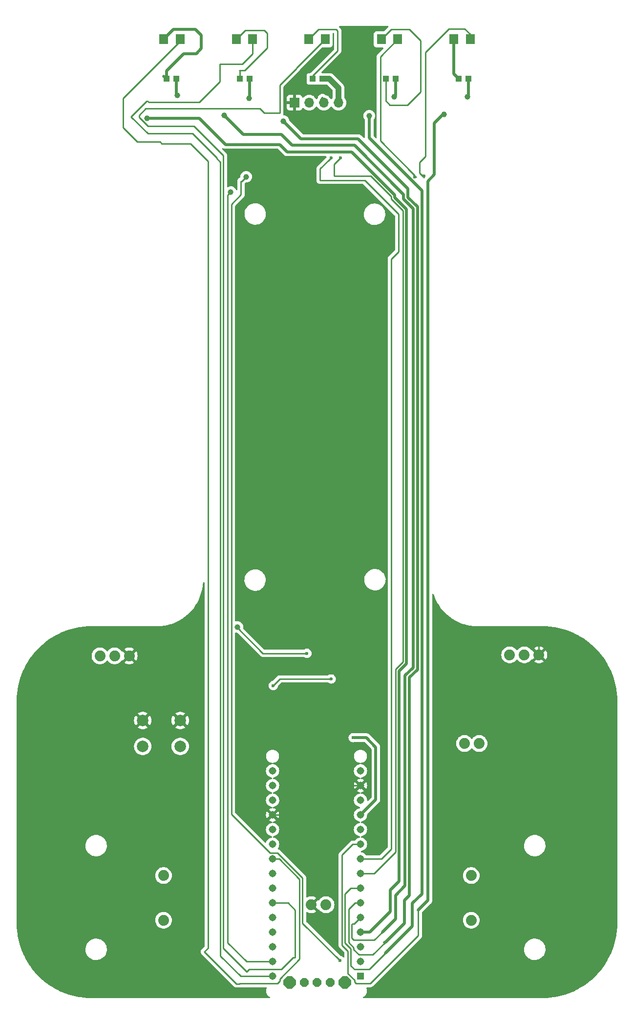
<source format=gbr>
%TF.GenerationSoftware,KiCad,Pcbnew,7.0.7*%
%TF.CreationDate,2024-02-03T16:55:10+08:00*%
%TF.ProjectId,lekirbot,6c656b69-7262-46f7-942e-6b696361645f,rev?*%
%TF.SameCoordinates,Original*%
%TF.FileFunction,Copper,L1,Top*%
%TF.FilePolarity,Positive*%
%FSLAX46Y46*%
G04 Gerber Fmt 4.6, Leading zero omitted, Abs format (unit mm)*
G04 Created by KiCad (PCBNEW 7.0.7) date 2024-02-03 16:55:10*
%MOMM*%
%LPD*%
G01*
G04 APERTURE LIST*
G04 Aperture macros list*
%AMOutline5P*
0 Free polygon, 5 corners , with rotation*
0 The origin of the aperture is its center*
0 number of corners: always 5*
0 $1 to $10 corner X, Y*
0 $11 Rotation angle, in degrees counterclockwise*
0 create outline with 5 corners*
4,1,5,$1,$2,$3,$4,$5,$6,$7,$8,$9,$10,$1,$2,$11*%
%AMOutline6P*
0 Free polygon, 6 corners , with rotation*
0 The origin of the aperture is its center*
0 number of corners: always 6*
0 $1 to $12 corner X, Y*
0 $13 Rotation angle, in degrees counterclockwise*
0 create outline with 6 corners*
4,1,6,$1,$2,$3,$4,$5,$6,$7,$8,$9,$10,$11,$12,$1,$2,$13*%
%AMOutline7P*
0 Free polygon, 7 corners , with rotation*
0 The origin of the aperture is its center*
0 number of corners: always 7*
0 $1 to $14 corner X, Y*
0 $15 Rotation angle, in degrees counterclockwise*
0 create outline with 7 corners*
4,1,7,$1,$2,$3,$4,$5,$6,$7,$8,$9,$10,$11,$12,$13,$14,$1,$2,$15*%
%AMOutline8P*
0 Free polygon, 8 corners , with rotation*
0 The origin of the aperture is its center*
0 number of corners: always 8*
0 $1 to $16 corner X, Y*
0 $17 Rotation angle, in degrees counterclockwise*
0 create outline with 8 corners*
4,1,8,$1,$2,$3,$4,$5,$6,$7,$8,$9,$10,$11,$12,$13,$14,$15,$16,$1,$2,$17*%
G04 Aperture macros list end*
%TA.AperFunction,SMDPad,CuDef*%
%ADD10R,1.100000X1.000000*%
%TD*%
%TA.AperFunction,ComponentPad*%
%ADD11R,1.700000X1.700000*%
%TD*%
%TA.AperFunction,ComponentPad*%
%ADD12O,1.700000X1.700000*%
%TD*%
%TA.AperFunction,ComponentPad*%
%ADD13C,1.879600*%
%TD*%
%TA.AperFunction,SMDPad,CuDef*%
%ADD14R,1.600000X1.803000*%
%TD*%
%TA.AperFunction,ComponentPad*%
%ADD15C,2.000000*%
%TD*%
%TA.AperFunction,ComponentPad*%
%ADD16R,1.308000X1.308000*%
%TD*%
%TA.AperFunction,ComponentPad*%
%ADD17C,1.308000*%
%TD*%
%TA.AperFunction,ComponentPad*%
%ADD18Outline8P,-0.762000X0.315631X-0.315631X0.762000X0.315631X0.762000X0.762000X0.315631X0.762000X-0.315631X0.315631X-0.762000X-0.315631X-0.762000X-0.762000X-0.315631X90.000000*%
%TD*%
%TA.AperFunction,ComponentPad*%
%ADD19Outline8P,-1.066800X0.441883X-0.441883X1.066800X0.441883X1.066800X1.066800X0.441883X1.066800X-0.441883X0.441883X-1.066800X-0.441883X-1.066800X-1.066800X-0.441883X90.000000*%
%TD*%
%TA.AperFunction,ViaPad*%
%ADD20C,1.000000*%
%TD*%
%TA.AperFunction,ViaPad*%
%ADD21C,0.600000*%
%TD*%
%TA.AperFunction,Conductor*%
%ADD22C,0.254000*%
%TD*%
%TA.AperFunction,Conductor*%
%ADD23C,0.508000*%
%TD*%
%TA.AperFunction,Conductor*%
%ADD24C,1.000000*%
%TD*%
G04 APERTURE END LIST*
D10*
%TO.P,R1,1,1*%
%TO.N,Net-(D1-PadA)*%
X109095200Y-27965200D03*
%TO.P,R1,2,2*%
%TO.N,+5V*%
X110795200Y-27965200D03*
%TD*%
%TO.P,R2,1,1*%
%TO.N,Net-(D2-PadA)*%
X96430400Y-27965200D03*
%TO.P,R2,2,2*%
%TO.N,+5V*%
X98130400Y-27965200D03*
%TD*%
D11*
%TO.P,J3,1,Pin_1*%
%TO.N,GND*%
X80620000Y-32080000D03*
D12*
%TO.P,J3,2,Pin_2*%
%TO.N,/AD5*%
X83160000Y-32080000D03*
%TO.P,J3,3,Pin_3*%
%TO.N,/AD4*%
X85700000Y-32080000D03*
%TO.P,J3,4,Pin_4*%
%TO.N,+5V*%
X88240000Y-32080000D03*
%TD*%
D13*
%TO.P,J1,1,1*%
%TO.N,GND*%
X122987200Y-127736400D03*
%TO.P,J1,2,2*%
%TO.N,+5V*%
X120447200Y-127736400D03*
%TO.P,J1,3,3*%
%TO.N,/IO9*%
X117907200Y-127736400D03*
%TD*%
D14*
%TO.P,D2,A,A*%
%TO.N,Net-(D2-PadA)*%
X95657200Y-21107200D03*
%TO.P,D2,C,C*%
%TO.N,/IO13*%
X98501200Y-21107200D03*
%TD*%
D13*
%TO.P,M1A0,1,1*%
%TO.N,/A01*%
X57912000Y-165945700D03*
%TD*%
%TO.P,J2,1,1*%
%TO.N,GND*%
X51968800Y-127914200D03*
%TO.P,J2,2,2*%
%TO.N,+5V*%
X49428800Y-127914200D03*
%TO.P,J2,3,3*%
%TO.N,/IO10*%
X46888800Y-127914200D03*
%TD*%
D14*
%TO.P,D1,A,A*%
%TO.N,Net-(D1-PadA)*%
X108230200Y-21107200D03*
%TO.P,D1,C,C*%
%TO.N,/IO11*%
X111074200Y-21107200D03*
%TD*%
D15*
%TO.P,SW1,1,1*%
%TO.N,GND*%
X54308000Y-139086000D03*
X60808000Y-139086000D03*
%TO.P,SW1,2,2*%
%TO.N,/IO8*%
X54308000Y-143586000D03*
X60808000Y-143586000D03*
%TD*%
D14*
%TO.P,D4,A,A*%
%TO.N,Net-(D4-PadA)*%
X70511200Y-21107200D03*
%TO.P,D4,C,C*%
%TO.N,/IO12*%
X73355200Y-21107200D03*
%TD*%
D13*
%TO.P,LDR0,1,1*%
%TO.N,/AD7*%
X110084000Y-143078000D03*
%TO.P,LDR0,2,2*%
%TO.N,+5V*%
X112624000Y-143078000D03*
%TD*%
%TO.P,BATT0,1,1*%
%TO.N,Net-(BATT0-Pad1)*%
X86081000Y-171018000D03*
%TO.P,BATT0,2,2*%
%TO.N,GND*%
X83541000Y-171018000D03*
%TD*%
D14*
%TO.P,D3,A,A*%
%TO.N,Net-(D3-PadA)*%
X83084200Y-21107200D03*
%TO.P,D3,C,C*%
%TO.N,/IO7*%
X85928200Y-21107200D03*
%TD*%
D10*
%TO.P,R5,1,1*%
%TO.N,Net-(D5-PadA)*%
X58435800Y-27965200D03*
%TO.P,R5,2,2*%
%TO.N,+5V*%
X60135800Y-27965200D03*
%TD*%
D16*
%TO.P,ARDUINO_NANO1,1,SCK/D13*%
%TO.N,/IO13*%
X92050000Y-183388000D03*
D17*
%TO.P,ARDUINO_NANO1,2,3V3*%
%TO.N,/+3V3*%
X92050000Y-180848000D03*
%TO.P,ARDUINO_NANO1,3,AREF*%
%TO.N,+5V*%
X92050000Y-178308000D03*
%TO.P,ARDUINO_NANO1,4,ADC0/A0*%
%TO.N,/AD0*%
X92050000Y-175768000D03*
%TO.P,ARDUINO_NANO1,5,ADC1/A1*%
%TO.N,/AD1*%
X92050000Y-173228000D03*
%TO.P,ARDUINO_NANO1,6,ADC2/A2*%
%TO.N,/AD2*%
X92050000Y-170688000D03*
%TO.P,ARDUINO_NANO1,7,ADC3/A3*%
%TO.N,/AD3*%
X92050000Y-168148000D03*
%TO.P,ARDUINO_NANO1,8,ADC4/SDA/A4*%
%TO.N,/AD4*%
X92050000Y-165608000D03*
%TO.P,ARDUINO_NANO1,9,ADC5/SCL/A5*%
%TO.N,/AD5*%
X92050000Y-163068000D03*
%TO.P,ARDUINO_NANO1,10,ADC6/A6*%
%TO.N,/AD6*%
X92050000Y-160528000D03*
%TO.P,ARDUINO_NANO1,11,ADC7/A7*%
%TO.N,/AD7*%
X92050000Y-157988000D03*
%TO.P,ARDUINO_NANO1,12,5V*%
%TO.N,+5V*%
X92050000Y-155448000D03*
%TO.P,ARDUINO_NANO1,13,~{RESET@2}*%
%TO.N,/RESET*%
X92050000Y-152908000D03*
%TO.P,ARDUINO_NANO1,14,GND@2*%
%TO.N,GND*%
X92050000Y-150368000D03*
%TO.P,ARDUINO_NANO1,15,VIN*%
%TO.N,/VIN*%
X92050000Y-147828000D03*
%TO.P,ARDUINO_NANO1,16,D1/TX*%
%TO.N,/IO0*%
X76810000Y-147828000D03*
%TO.P,ARDUINO_NANO1,17,D0/RX*%
%TO.N,/IO1*%
X76810000Y-150368000D03*
%TO.P,ARDUINO_NANO1,18,~{RESET@1}*%
%TO.N,unconnected-(ARDUINO_NANO1-~{RESET@1}-Pad18)*%
X76810000Y-152908000D03*
%TO.P,ARDUINO_NANO1,19,GND@1*%
%TO.N,GND*%
X76810000Y-155448000D03*
%TO.P,ARDUINO_NANO1,20,D2/INT0*%
%TO.N,/IO2*%
X76810000Y-157988000D03*
%TO.P,ARDUINO_NANO1,21,D3/INT1*%
%TO.N,/IO3*%
X76810000Y-160528000D03*
%TO.P,ARDUINO_NANO1,22,D4/T0*%
%TO.N,/IO4*%
X76810000Y-163068000D03*
%TO.P,ARDUINO_NANO1,23,D5/T1*%
%TO.N,/IO5*%
X76810000Y-165608000D03*
%TO.P,ARDUINO_NANO1,24,D6/AIN0*%
%TO.N,/IO6*%
X76810000Y-168148000D03*
%TO.P,ARDUINO_NANO1,25,D7/AIN1*%
%TO.N,/IO7*%
X76810000Y-170688000D03*
%TO.P,ARDUINO_NANO1,26,D8/CLK0*%
%TO.N,/IO8*%
X76810000Y-173228000D03*
%TO.P,ARDUINO_NANO1,27,D9/OC1A*%
%TO.N,/IO9*%
X76810000Y-175768000D03*
%TO.P,ARDUINO_NANO1,28,D10/OC1B/~{SS}*%
%TO.N,/IO10*%
X76810000Y-178308000D03*
%TO.P,ARDUINO_NANO1,29,D11/MOSI*%
%TO.N,/IO11*%
X76810000Y-180848000D03*
%TO.P,ARDUINO_NANO1,30,D12/MISO*%
%TO.N,/IO12*%
X76810000Y-183388000D03*
%TD*%
D10*
%TO.P,R3,1,1*%
%TO.N,Net-(D3-PadA)*%
X83765500Y-27965200D03*
%TO.P,R3,2,2*%
%TO.N,+5V*%
X85465500Y-27965200D03*
%TD*%
D18*
%TO.P,S2X0,1,1*%
%TO.N,/VIN*%
X82334500Y-184480000D03*
%TO.P,S2X0,2,2*%
%TO.N,Net-(D7-PadC)*%
X84557000Y-184480000D03*
%TO.P,S2X0,3,3*%
%TO.N,unconnected-(S2X0-Pad3)*%
X86779500Y-184480000D03*
D19*
%TO.P,S2X0,G1*%
%TO.N,N/C*%
X79807000Y-184492500D03*
%TO.P,S2X0,G2*%
X89307000Y-184467500D03*
%TD*%
D13*
%TO.P,M1B0,1,1*%
%TO.N,/A02*%
X57912000Y-173692700D03*
%TD*%
%TO.P,M2A0,1,1*%
%TO.N,/B01*%
X111252000Y-165945700D03*
%TD*%
%TO.P,M2B0,1,1*%
%TO.N,/B02*%
X111252000Y-173692700D03*
%TD*%
D14*
%TO.P,D5,A,A*%
%TO.N,Net-(D5-PadA)*%
X57938200Y-21107200D03*
%TO.P,D5,C,C*%
%TO.N,/IO4*%
X60782200Y-21107200D03*
%TD*%
D10*
%TO.P,R4,1,1*%
%TO.N,Net-(D4-PadA)*%
X71100700Y-27965200D03*
%TO.P,R4,2,2*%
%TO.N,+5V*%
X72800700Y-27965200D03*
%TD*%
D20*
%TO.N,+5V*%
X70714000Y-122885000D03*
X110592000Y-31064000D03*
D21*
X82779000Y-127457000D03*
D20*
X60300000Y-30810000D03*
X97892000Y-31064000D03*
X72746000Y-31318000D03*
D21*
X90780000Y-142062000D03*
%TO.N,GND*%
X77699000Y-120599000D03*
X80620000Y-125679000D03*
X82017000Y-48336000D03*
X84811000Y-127711000D03*
X79096000Y-133807000D03*
X106147000Y-124917000D03*
X77699000Y-41097000D03*
D20*
%TO.N,/AD0*%
X55093000Y-34747000D03*
%TO.N,/AD1*%
X68428000Y-34239000D03*
%TO.N,/AD2*%
X78715000Y-35255000D03*
%TO.N,/AD3*%
X93574000Y-34366000D03*
D21*
%TO.N,/AD4*%
X88621000Y-41605000D03*
%TO.N,/AD5*%
X86970000Y-41605000D03*
D20*
%TO.N,/AD6*%
X106528000Y-34112000D03*
D21*
%TO.N,/IO5*%
X86970000Y-131902000D03*
X76937000Y-133045000D03*
D20*
%TO.N,/IO13*%
X72238000Y-44907000D03*
D21*
X101448000Y-44907000D03*
X88494000Y-180670000D03*
D20*
%TO.N,/IO11*%
X69571000Y-47574000D03*
D21*
X103099000Y-44780000D03*
%TD*%
D22*
%TO.N,+5V*%
X82779000Y-127457000D02*
X75159000Y-127457000D01*
D23*
X94717000Y-143713000D02*
X94717000Y-152781000D01*
X94717000Y-152781000D02*
X92050000Y-155448000D01*
D24*
X85465500Y-27965200D02*
X86665200Y-27965200D01*
X86665200Y-27965200D02*
X88240000Y-29540000D01*
D22*
X70714000Y-122885000D02*
X70587000Y-122885000D01*
D23*
X93066000Y-142062000D02*
X94717000Y-143713000D01*
X98130400Y-27965200D02*
X98130400Y-30825600D01*
D22*
X70587000Y-122885000D02*
X70714000Y-123012000D01*
D24*
X88240000Y-29540000D02*
X88240000Y-32080000D01*
D23*
X60135800Y-30645800D02*
X60135800Y-27965200D01*
X90780000Y-142062000D02*
X93066000Y-142062000D01*
X110795200Y-27965200D02*
X110795200Y-30860800D01*
X72800700Y-31263300D02*
X72746000Y-31318000D01*
X98130400Y-30825600D02*
X97892000Y-31064000D01*
D22*
X75159000Y-127457000D02*
X70714000Y-123012000D01*
D23*
X110795200Y-30860800D02*
X110592000Y-31064000D01*
X60300000Y-30810000D02*
X60135800Y-30645800D01*
X72800700Y-27965200D02*
X72800700Y-31263300D01*
D22*
X70714000Y-123012000D02*
X70714000Y-122885000D01*
%TO.N,GND*%
X106274000Y-124917000D02*
X106147000Y-124917000D01*
X79350000Y-133553000D02*
X79096000Y-133807000D01*
X88367000Y-132537000D02*
X87986000Y-132918000D01*
X79477000Y-133553000D02*
X79350000Y-133553000D01*
X78207000Y-121107000D02*
X77699000Y-120599000D01*
X80620000Y-125679000D02*
X78207000Y-123266000D01*
X84811000Y-127711000D02*
X82779000Y-125679000D01*
X81382000Y-132918000D02*
X80747000Y-133553000D01*
X87986000Y-132918000D02*
X82398000Y-132918000D01*
X82779000Y-125679000D02*
X80620000Y-125679000D01*
X106147000Y-124917000D02*
X106147000Y-124790000D01*
X88494000Y-131267000D02*
X88494000Y-132410000D01*
X122987200Y-127736400D02*
X122987200Y-126136200D01*
X82017000Y-48336000D02*
X82017000Y-45415000D01*
X80747000Y-133553000D02*
X79477000Y-133553000D01*
X106401000Y-125044000D02*
X106274000Y-124917000D01*
X121895000Y-125044000D02*
X106401000Y-125044000D01*
X106147000Y-124790000D02*
X106274000Y-124917000D01*
X90348000Y-150368000D02*
X92050000Y-150368000D01*
X85268000Y-155448000D02*
X90348000Y-150368000D01*
X76810000Y-155448000D02*
X85268000Y-155448000D01*
X82017000Y-45415000D02*
X77699000Y-41097000D01*
X122987200Y-126136200D02*
X121895000Y-125044000D01*
X84811000Y-127711000D02*
X88367000Y-131267000D01*
X78207000Y-123266000D02*
X78207000Y-121107000D01*
X82398000Y-132918000D02*
X81382000Y-132918000D01*
X88367000Y-131267000D02*
X88494000Y-131267000D01*
X88494000Y-132410000D02*
X88367000Y-132537000D01*
D23*
%TO.N,/AD0*%
X100051000Y-129235000D02*
X98781000Y-130505000D01*
X64110000Y-34747000D02*
X68682000Y-39319000D01*
X79350000Y-40589000D02*
X90526000Y-40589000D01*
X93650000Y-175768000D02*
X92050000Y-175768000D01*
X97257000Y-172161000D02*
X93650000Y-175768000D01*
X78080000Y-39319000D02*
X79350000Y-40589000D01*
X98781000Y-130505000D02*
X98781000Y-166954000D01*
X100051000Y-50495000D02*
X100051000Y-129235000D01*
X97257000Y-168478000D02*
X97257000Y-172161000D01*
X55093000Y-34747000D02*
X64110000Y-34747000D01*
X98019000Y-48082000D02*
X98019000Y-48463000D01*
X68682000Y-39319000D02*
X78080000Y-39319000D01*
X90526000Y-40589000D02*
X98019000Y-48082000D01*
X98781000Y-166954000D02*
X97257000Y-168478000D01*
X98019000Y-48463000D02*
X100051000Y-50495000D01*
D22*
%TO.N,/AD1*%
X90907000Y-177114000D02*
X94463000Y-177114000D01*
X90958000Y-174320000D02*
X90653000Y-174320000D01*
D23*
X99797000Y-131332685D02*
X99797000Y-167716000D01*
X101194000Y-129935685D02*
X99797000Y-131332685D01*
X99797000Y-167716000D02*
X98146000Y-169367000D01*
X101194000Y-50429630D02*
X101194000Y-129935685D01*
X98146000Y-173431000D02*
X95860000Y-175717000D01*
D22*
X94463000Y-177114000D02*
X95860000Y-175717000D01*
D23*
X80239000Y-39446000D02*
X91034000Y-39446000D01*
X91034000Y-39446000D02*
X99543000Y-47955000D01*
X99543000Y-48778630D02*
X101194000Y-50429630D01*
X71730000Y-37541000D02*
X78334000Y-37541000D01*
X99543000Y-47955000D02*
X99543000Y-48778630D01*
X68428000Y-34239000D02*
X71730000Y-37541000D01*
X78334000Y-37541000D02*
X80239000Y-39446000D01*
D22*
X90526000Y-174447000D02*
X90526000Y-176733000D01*
X90526000Y-176733000D02*
X90907000Y-177114000D01*
X92050000Y-173228000D02*
X90958000Y-174320000D01*
X90653000Y-174320000D02*
X90526000Y-174447000D01*
D23*
X98146000Y-169367000D02*
X98146000Y-173431000D01*
%TO.N,/AD2*%
X81763000Y-38303000D02*
X91669000Y-38303000D01*
D22*
X91110000Y-170688000D02*
X90018000Y-171780000D01*
X90906999Y-178764999D02*
X91796000Y-179654000D01*
X92050000Y-170688000D02*
X91110000Y-170688000D01*
D23*
X99670000Y-174193000D02*
X96368000Y-177495000D01*
X100305000Y-46939000D02*
X100305000Y-48463000D01*
X101956000Y-50114000D02*
X101956000Y-130251315D01*
X96368000Y-177495000D02*
X96241000Y-177495000D01*
X100559000Y-169367000D02*
X99670000Y-170256000D01*
D22*
X90906999Y-178427579D02*
X90906999Y-178764999D01*
D23*
X78715000Y-35255000D02*
X81763000Y-38303000D01*
X91669000Y-38303000D02*
X100305000Y-46939000D01*
D22*
X94209000Y-179654000D02*
X96368000Y-177495000D01*
X91796000Y-179654000D02*
X94209000Y-179654000D01*
X90018000Y-177538580D02*
X90906999Y-178427579D01*
D23*
X100559000Y-131648315D02*
X100559000Y-169367000D01*
X99670000Y-170256000D02*
X99670000Y-174193000D01*
D22*
X90018000Y-171780000D02*
X90018000Y-177538580D01*
D23*
X101956000Y-130251315D02*
X100559000Y-131648315D01*
X100305000Y-48463000D02*
X101956000Y-50114000D01*
D22*
%TO.N,/AD3*%
X89383000Y-169113000D02*
X89383000Y-177622000D01*
D23*
X102718000Y-169113000D02*
X101067000Y-170764000D01*
D22*
X90399000Y-178638000D02*
X90399000Y-181559000D01*
X91034000Y-182194000D02*
X93574000Y-182194000D01*
D23*
X102718000Y-47320000D02*
X102718000Y-169113000D01*
X93574000Y-34366000D02*
X93574000Y-38176000D01*
D22*
X90348000Y-168148000D02*
X89383000Y-169113000D01*
X90399000Y-181559000D02*
X91034000Y-182194000D01*
D23*
X101067000Y-174701000D02*
X96368000Y-179400000D01*
D22*
X93574000Y-182194000D02*
X96368000Y-179400000D01*
X89383000Y-177622000D02*
X90399000Y-178638000D01*
D23*
X93574000Y-38176000D02*
X102718000Y-47320000D01*
X101067000Y-170764000D02*
X101067000Y-174701000D01*
D22*
X92050000Y-168148000D02*
X90348000Y-168148000D01*
%TO.N,/AD4*%
X88621000Y-41605000D02*
X87478000Y-42748000D01*
X99416000Y-50758026D02*
X99416000Y-128971974D01*
X97384000Y-48345026D02*
X97384000Y-48726026D01*
X93818974Y-44780000D02*
X97384000Y-48345026D01*
X97384000Y-48726026D02*
X99416000Y-50758026D01*
X99416000Y-128971974D02*
X98146000Y-130241974D01*
X87478000Y-44780000D02*
X93818974Y-44780000D01*
D23*
X85465500Y-31298500D02*
X85446000Y-31318000D01*
D22*
X98146000Y-130241974D02*
X98146000Y-161874000D01*
X94412000Y-165608000D02*
X92050000Y-165608000D01*
X98146000Y-161874000D02*
X94412000Y-165608000D01*
X87478000Y-42748000D02*
X87478000Y-44780000D01*
%TO.N,/AD5*%
X85065000Y-43510000D02*
X85065000Y-45542000D01*
X86970000Y-41605000D02*
X85065000Y-43510000D01*
X92812000Y-45542000D02*
X98654000Y-51384000D01*
X95682000Y-163068000D02*
X92050000Y-163068000D01*
X98654000Y-57861000D02*
X97384000Y-59131000D01*
X86970000Y-41605000D02*
X86462000Y-42113000D01*
X98654000Y-51384000D02*
X98654000Y-57861000D01*
X85065000Y-45542000D02*
X92812000Y-45542000D01*
X97384000Y-59131000D02*
X97384000Y-161366000D01*
X97384000Y-161366000D02*
X95682000Y-163068000D01*
%TO.N,/AD6*%
X88875000Y-162382000D02*
X88875000Y-178003000D01*
X90729000Y-160528000D02*
X88875000Y-162382000D01*
X93773000Y-184662000D02*
X102083000Y-176352000D01*
X102083000Y-176352000D02*
X102083000Y-171907000D01*
X91015000Y-184080000D02*
X91015000Y-184423000D01*
X92050000Y-160528000D02*
X90729000Y-160528000D01*
X91015000Y-184423000D02*
X91254000Y-184662000D01*
D23*
X103734000Y-45669000D02*
X103734000Y-170256000D01*
D22*
X91254000Y-184662000D02*
X93773000Y-184662000D01*
X89891000Y-179019000D02*
X89891000Y-182956000D01*
D23*
X103734000Y-170256000D02*
X102083000Y-171907000D01*
D22*
X88875000Y-178003000D02*
X89891000Y-179019000D01*
D23*
X106401000Y-34112000D02*
X104877000Y-35636000D01*
D22*
X89891000Y-182956000D02*
X91015000Y-184080000D01*
D23*
X106528000Y-34112000D02*
X106401000Y-34112000D01*
X104877000Y-44526000D02*
X103734000Y-45669000D01*
X104877000Y-35636000D02*
X104877000Y-44526000D01*
D22*
%TO.N,/IO4*%
X65634000Y-42240000D02*
X65634000Y-178511000D01*
X60782200Y-21107200D02*
X60782200Y-21437800D01*
X78080000Y-184226000D02*
X78080000Y-183845000D01*
X78080000Y-183845000D02*
X81509000Y-180416000D01*
X50902000Y-31318000D02*
X50902000Y-36398000D01*
X62586000Y-39192000D02*
X65634000Y-42240000D01*
X60782200Y-21437800D02*
X50902000Y-31318000D01*
X81509000Y-166573000D02*
X78004000Y-163068000D01*
X78004000Y-163068000D02*
X76810000Y-163068000D01*
X81509000Y-180416000D02*
X81509000Y-166573000D01*
X71095000Y-184734000D02*
X71167000Y-184662000D01*
X77644000Y-184662000D02*
X78080000Y-184226000D01*
X57298000Y-38857000D02*
X57633000Y-39192000D01*
X57633000Y-39192000D02*
X62586000Y-39192000D01*
X70587000Y-184734000D02*
X71095000Y-184734000D01*
X71167000Y-184662000D02*
X77644000Y-184662000D01*
X53361000Y-38857000D02*
X57298000Y-38857000D01*
X50902000Y-36398000D02*
X53361000Y-38857000D01*
X65634000Y-178511000D02*
X64999000Y-179146000D01*
X64999000Y-179146000D02*
X70587000Y-184734000D01*
%TO.N,/IO5*%
X86970000Y-131902000D02*
X78080000Y-131902000D01*
X78080000Y-131902000D02*
X76937000Y-133045000D01*
%TO.N,/IO7*%
X72365000Y-182575000D02*
X72746000Y-182194000D01*
X68301000Y-178511000D02*
X72365000Y-182575000D01*
X72746000Y-182194000D02*
X78334000Y-182194000D01*
X55220000Y-36144000D02*
X63221000Y-36144000D01*
X54839000Y-33096000D02*
X53696000Y-34239000D01*
X80366000Y-180162000D02*
X80747000Y-180162000D01*
X85928200Y-21107200D02*
X81001000Y-26034400D01*
X53696000Y-34239000D02*
X53696000Y-34620000D01*
X68301000Y-41224000D02*
X68301000Y-178511000D01*
X78334000Y-182194000D02*
X80366000Y-180162000D01*
X74651000Y-33096000D02*
X54839000Y-33096000D01*
X79528000Y-170688000D02*
X76810000Y-170688000D01*
X78080000Y-29032000D02*
X78080000Y-33858000D01*
X81001000Y-26111000D02*
X78080000Y-29032000D01*
X53696000Y-34620000D02*
X55220000Y-36144000D01*
X75413000Y-33858000D02*
X74651000Y-33096000D01*
X78080000Y-33858000D02*
X75413000Y-33858000D01*
X80747000Y-180162000D02*
X80747000Y-171907000D01*
X81001000Y-26034400D02*
X81001000Y-26111000D01*
X63221000Y-36144000D02*
X68301000Y-41224000D01*
X80747000Y-171907000D02*
X79528000Y-170688000D01*
%TO.N,Net-(D2-PadA)*%
X97130000Y-32461000D02*
X100178000Y-32461000D01*
X100559000Y-19380000D02*
X97384400Y-19380000D01*
X100178000Y-32461000D02*
X102464000Y-30175000D01*
X97384400Y-19380000D02*
X95657200Y-21107200D01*
X102464000Y-30175000D02*
X102464000Y-21285000D01*
X96430400Y-31761400D02*
X97130000Y-32461000D01*
X102464000Y-21285000D02*
X100559000Y-19380000D01*
X96430400Y-27965200D02*
X96430400Y-31761400D01*
%TO.N,Net-(D3-PadA)*%
X83765500Y-27410500D02*
X88113000Y-23063000D01*
X83765500Y-27965200D02*
X83765500Y-27410500D01*
X84811400Y-19380000D02*
X83084200Y-21107200D01*
X88113000Y-19634000D02*
X87859000Y-19380000D01*
X88113000Y-23063000D02*
X88113000Y-19634000D01*
X87859000Y-19380000D02*
X84811400Y-19380000D01*
%TO.N,Net-(D4-PadA)*%
X72111400Y-19507000D02*
X70511200Y-21107200D01*
X75413000Y-19507000D02*
X72111400Y-19507000D01*
X71100700Y-27965200D02*
X71100700Y-26497700D01*
X75921000Y-22555000D02*
X75921000Y-20015000D01*
X75921000Y-20015000D02*
X75413000Y-19507000D01*
X71984000Y-26492000D02*
X75921000Y-22555000D01*
X71100700Y-26497700D02*
X71095000Y-26492000D01*
X71095000Y-26492000D02*
X71984000Y-26492000D01*
D23*
%TO.N,Net-(D5-PadA)*%
X61443000Y-23571000D02*
X63602000Y-23571000D01*
X58435800Y-27965200D02*
X58435800Y-26578200D01*
X57938200Y-27467600D02*
X58435800Y-27965200D01*
X58435800Y-26578200D02*
X61443000Y-23571000D01*
X59665400Y-19380000D02*
X57938200Y-21107200D01*
X63475000Y-19380000D02*
X59665400Y-19380000D01*
X64491000Y-22682000D02*
X64491000Y-20396000D01*
X63602000Y-23571000D02*
X64491000Y-22682000D01*
X64491000Y-20396000D02*
X63475000Y-19380000D01*
D22*
%TO.N,/IO13*%
X82017000Y-174193000D02*
X88494000Y-180670000D01*
X72238000Y-44907000D02*
X71476000Y-45669000D01*
X82017000Y-166362580D02*
X82017000Y-174193000D01*
X98501200Y-21107200D02*
X95499400Y-24109000D01*
X76381288Y-162033000D02*
X77687420Y-162033000D01*
X95499400Y-24109000D02*
X95499400Y-38704400D01*
X71349000Y-48029080D02*
X69698000Y-49680080D01*
X95499400Y-38704400D02*
X101067000Y-44272000D01*
X71476000Y-45669000D02*
X71349000Y-45669000D01*
X69698000Y-49860000D02*
X69698000Y-155349712D01*
X101448000Y-44907000D02*
X101702000Y-44907000D01*
X69698000Y-155349712D02*
X76381288Y-162033000D01*
X69698000Y-49680080D02*
X69698000Y-49860000D01*
X101702000Y-44907000D02*
X101702000Y-44907000D01*
X71349000Y-45669000D02*
X71349000Y-48029080D01*
X101067000Y-44272000D02*
X101448000Y-44653000D01*
X77687420Y-162033000D02*
X82017000Y-166362580D01*
X101448000Y-44653000D02*
X101448000Y-44907000D01*
%TO.N,/IO11*%
X102845000Y-44780000D02*
X103099000Y-44780000D01*
X103099000Y-44780000D02*
X103099000Y-45034000D01*
X103353000Y-41351000D02*
X102337000Y-42367000D01*
X69571000Y-47574000D02*
X69063000Y-48082000D01*
X111074200Y-20243200D02*
X110084000Y-19253000D01*
X69063000Y-177622000D02*
X72289000Y-180848000D01*
X110084000Y-19253000D02*
X107417000Y-19253000D01*
X102337000Y-42367000D02*
X102337000Y-44272000D01*
X72289000Y-180848000D02*
X76810000Y-180848000D01*
X103099000Y-45034000D02*
X102972000Y-44907000D01*
X102337000Y-44272000D02*
X102845000Y-44780000D01*
X107417000Y-19253000D02*
X103353000Y-23317000D01*
X69063000Y-48082000D02*
X69063000Y-177622000D01*
X103353000Y-23317000D02*
X103353000Y-41351000D01*
X111074200Y-21107200D02*
X111074200Y-20243200D01*
%TO.N,/IO12*%
X64110000Y-31953000D02*
X55347000Y-31953000D01*
X55220000Y-31826000D02*
X54966000Y-31826000D01*
X62967000Y-37414000D02*
X67158000Y-41605000D01*
X67793000Y-42367000D02*
X67793000Y-179908000D01*
X73355200Y-23596800D02*
X71603000Y-25349000D01*
X67793000Y-179908000D02*
X71273000Y-183388000D01*
X67666000Y-25349000D02*
X67666000Y-28397000D01*
X55347000Y-31953000D02*
X55220000Y-31826000D01*
X67158000Y-41605000D02*
X67158000Y-41732000D01*
X67666000Y-28397000D02*
X64110000Y-31953000D01*
X71273000Y-183388000D02*
X76810000Y-183388000D01*
X55220000Y-37414000D02*
X62967000Y-37414000D01*
X73355200Y-21107200D02*
X73355200Y-23596800D01*
X54966000Y-31826000D02*
X52299000Y-34493000D01*
X67158000Y-41732000D02*
X67793000Y-42367000D01*
X52299000Y-34493000D02*
X55220000Y-37414000D01*
X71603000Y-25349000D02*
X67666000Y-25349000D01*
D23*
%TO.N,Net-(D1-PadA)*%
X108230200Y-21107200D02*
X108230200Y-27100200D01*
X108230200Y-27100200D02*
X109095200Y-27965200D01*
%TD*%
%TA.AperFunction,Conductor*%
%TO.N,GND*%
G36*
X64969909Y-115136192D02*
G01*
X65003584Y-115197411D01*
X65006500Y-115224145D01*
X65006500Y-178199718D01*
X64986815Y-178266757D01*
X64970181Y-178287399D01*
X64605516Y-178652063D01*
X64587540Y-178666936D01*
X64580729Y-178671565D01*
X64542639Y-178714768D01*
X64539988Y-178717591D01*
X64534002Y-178723578D01*
X64527379Y-178730201D01*
X64527371Y-178730210D01*
X64516449Y-178744288D01*
X64513972Y-178747283D01*
X64475879Y-178790492D01*
X64472134Y-178797841D01*
X64459644Y-178817523D01*
X64454592Y-178824037D01*
X64431714Y-178876901D01*
X64430057Y-178880423D01*
X64403905Y-178931750D01*
X64403904Y-178931755D01*
X64402106Y-178939796D01*
X64394902Y-178961970D01*
X64391626Y-178969540D01*
X64391624Y-178969547D01*
X64385722Y-179006815D01*
X64383054Y-179023666D01*
X64382615Y-179026436D01*
X64381885Y-179030261D01*
X64369319Y-179086478D01*
X64369319Y-179086479D01*
X64369578Y-179094714D01*
X64368114Y-179117992D01*
X64366825Y-179126133D01*
X64366825Y-179126135D01*
X64372244Y-179183469D01*
X64372489Y-179187357D01*
X64374298Y-179244942D01*
X64374299Y-179244944D01*
X64376599Y-179252861D01*
X64380971Y-179275780D01*
X64381745Y-179283968D01*
X64381747Y-179283977D01*
X64401252Y-179338159D01*
X64402456Y-179341861D01*
X64418531Y-179397191D01*
X64422723Y-179404278D01*
X64432660Y-179425394D01*
X64435449Y-179433142D01*
X64435450Y-179433144D01*
X64467817Y-179480770D01*
X64469904Y-179484058D01*
X64499238Y-179533658D01*
X64505063Y-179539483D01*
X64519936Y-179557459D01*
X64524565Y-179564271D01*
X64561399Y-179596745D01*
X64567768Y-179602360D01*
X64570591Y-179605010D01*
X67448091Y-182482510D01*
X70084624Y-185119043D01*
X70094471Y-185131333D01*
X70094689Y-185131154D01*
X70099657Y-185137160D01*
X70150257Y-185184677D01*
X70171201Y-185205620D01*
X70171207Y-185205626D01*
X70176697Y-185209883D01*
X70181147Y-185213683D01*
X70183884Y-185216253D01*
X70215235Y-185245695D01*
X70215237Y-185245696D01*
X70232867Y-185255387D01*
X70249135Y-185266072D01*
X70265038Y-185278408D01*
X70265040Y-185278409D01*
X70265042Y-185278410D01*
X70272837Y-185281783D01*
X70307943Y-185296974D01*
X70313190Y-185299545D01*
X70326334Y-185306771D01*
X70354166Y-185322072D01*
X70373667Y-185327079D01*
X70392065Y-185333378D01*
X70410541Y-185341373D01*
X70456740Y-185348690D01*
X70462414Y-185349865D01*
X70507728Y-185361500D01*
X70527864Y-185361500D01*
X70547263Y-185363027D01*
X70567133Y-185366174D01*
X70613671Y-185361774D01*
X70619508Y-185361500D01*
X71012033Y-185361500D01*
X71027681Y-185363227D01*
X71027708Y-185362946D01*
X71035475Y-185363680D01*
X71035476Y-185363679D01*
X71035477Y-185363680D01*
X71104860Y-185361500D01*
X71134476Y-185361500D01*
X71141378Y-185360627D01*
X71147190Y-185360169D01*
X71193943Y-185358701D01*
X71213272Y-185353084D01*
X71232328Y-185349137D01*
X71252293Y-185346616D01*
X71295770Y-185329401D01*
X71301276Y-185327516D01*
X71346191Y-185314468D01*
X71359204Y-185306771D01*
X71422331Y-185289500D01*
X75654317Y-185289500D01*
X75721356Y-185309185D01*
X75767111Y-185361989D01*
X75777055Y-185431147D01*
X75769944Y-185458294D01*
X75709305Y-185614821D01*
X75709305Y-185614822D01*
X75709304Y-185614825D01*
X75670500Y-185822410D01*
X75670500Y-186033590D01*
X75709304Y-186241175D01*
X75709305Y-186241177D01*
X75785589Y-186438092D01*
X75785592Y-186438098D01*
X75896761Y-186617642D01*
X75896763Y-186617644D01*
X76039032Y-186773707D01*
X76039035Y-186773709D01*
X76207561Y-186900973D01*
X76207566Y-186900975D01*
X76207567Y-186900976D01*
X76330119Y-186962000D01*
X76381356Y-187009503D01*
X76398777Y-187077166D01*
X76376851Y-187143506D01*
X76322540Y-187187461D01*
X76274847Y-187197000D01*
X45436200Y-187197000D01*
X44734119Y-187177980D01*
X44730766Y-187177798D01*
X44138316Y-187129557D01*
X44026296Y-187120108D01*
X44023138Y-187119759D01*
X43517041Y-187050806D01*
X43316833Y-187022541D01*
X43313817Y-187022039D01*
X42849617Y-186932967D01*
X42613908Y-186886082D01*
X42611040Y-186885440D01*
X42172501Y-186776381D01*
X41919598Y-186711142D01*
X41916886Y-186710377D01*
X41497376Y-186581569D01*
X41234747Y-186497861D01*
X40829747Y-186349071D01*
X40564121Y-186247677D01*
X40173460Y-186079626D01*
X39908324Y-185960986D01*
X39531415Y-185774056D01*
X39269385Y-185638688D01*
X38906049Y-185433267D01*
X38649246Y-185281783D01*
X38299621Y-185058307D01*
X38049760Y-184891355D01*
X37714213Y-184650332D01*
X37472762Y-184468622D01*
X37306367Y-184334870D01*
X37151681Y-184210529D01*
X36920044Y-184014929D01*
X36613877Y-183740254D01*
X36393238Y-183531658D01*
X36102541Y-183240961D01*
X35893945Y-183020322D01*
X35619270Y-182714155D01*
X35423663Y-182482510D01*
X35165567Y-182161424D01*
X34983867Y-181919986D01*
X34774669Y-181628745D01*
X34742842Y-181584436D01*
X34717704Y-181546815D01*
X34575892Y-181334578D01*
X34352413Y-180984948D01*
X34313145Y-180918379D01*
X34200925Y-180728137D01*
X33995511Y-180364814D01*
X33860143Y-180102784D01*
X33847251Y-180076789D01*
X33673209Y-179725867D01*
X33656758Y-179689102D01*
X33589808Y-179539483D01*
X33554573Y-179460739D01*
X33419182Y-179146000D01*
X33386523Y-179070078D01*
X33285128Y-178804452D01*
X33284361Y-178802363D01*
X44386487Y-178802363D01*
X44416113Y-179071613D01*
X44416115Y-179071624D01*
X44476846Y-179303923D01*
X44484628Y-179333688D01*
X44590570Y-179582990D01*
X44662698Y-179701175D01*
X44731679Y-179814205D01*
X44731686Y-179814215D01*
X44904953Y-180022419D01*
X44904959Y-180022424D01*
X44986786Y-180095741D01*
X45106698Y-180203182D01*
X45332610Y-180352644D01*
X45577876Y-180467620D01*
X45577883Y-180467622D01*
X45577885Y-180467623D01*
X45837257Y-180545657D01*
X45837264Y-180545658D01*
X45837269Y-180545660D01*
X46105261Y-180585100D01*
X46105266Y-180585100D01*
X46308336Y-180585100D01*
X46359833Y-180581330D01*
X46510856Y-180570277D01*
X46644278Y-180540556D01*
X46775246Y-180511382D01*
X46775248Y-180511381D01*
X46775253Y-180511380D01*
X47028258Y-180414614D01*
X47264477Y-180282041D01*
X47478877Y-180116488D01*
X47666886Y-179921481D01*
X47824499Y-179701179D01*
X47903372Y-179547769D01*
X47948349Y-179460290D01*
X47948351Y-179460284D01*
X47948356Y-179460275D01*
X48035818Y-179203905D01*
X48085019Y-178937533D01*
X48094912Y-178666835D01*
X48065286Y-178397582D01*
X47996772Y-178135512D01*
X47890830Y-177886210D01*
X47749718Y-177654990D01*
X47715409Y-177613763D01*
X47576446Y-177446780D01*
X47576440Y-177446775D01*
X47374702Y-177266018D01*
X47148792Y-177116557D01*
X47045012Y-177067907D01*
X46903524Y-177001580D01*
X46903519Y-177001578D01*
X46903514Y-177001576D01*
X46644142Y-176923542D01*
X46644128Y-176923539D01*
X46528491Y-176906521D01*
X46376139Y-176884100D01*
X46173069Y-176884100D01*
X46173064Y-176884100D01*
X45970544Y-176898923D01*
X45970531Y-176898925D01*
X45706153Y-176957817D01*
X45706146Y-176957820D01*
X45453139Y-177054587D01*
X45216926Y-177187157D01*
X45216924Y-177187158D01*
X45216923Y-177187159D01*
X45207903Y-177194124D01*
X45002522Y-177352712D01*
X44814522Y-177547709D01*
X44814516Y-177547716D01*
X44656902Y-177768019D01*
X44656899Y-177768024D01*
X44533050Y-178008909D01*
X44533043Y-178008927D01*
X44445584Y-178265285D01*
X44445581Y-178265299D01*
X44430195Y-178348601D01*
X44398343Y-178521048D01*
X44396381Y-178531668D01*
X44396380Y-178531675D01*
X44386487Y-178802363D01*
X33284361Y-178802363D01*
X33136338Y-178399452D01*
X33090038Y-178254187D01*
X33052630Y-178136823D01*
X32923818Y-177717303D01*
X32923055Y-177714600D01*
X32921715Y-177709405D01*
X32857818Y-177461698D01*
X32748758Y-177023158D01*
X32748127Y-177020341D01*
X32701232Y-176784582D01*
X32612151Y-176320337D01*
X32611664Y-176317407D01*
X32583398Y-176117197D01*
X32514437Y-175611046D01*
X32514096Y-175607960D01*
X32504643Y-175495884D01*
X32456401Y-174903433D01*
X32456219Y-174900079D01*
X32437200Y-174198000D01*
X32437200Y-173692705D01*
X56466764Y-173692705D01*
X56486473Y-173930569D01*
X56486475Y-173930581D01*
X56545070Y-174161967D01*
X56630745Y-174357285D01*
X56640953Y-174380556D01*
X56771506Y-174580382D01*
X56933168Y-174755995D01*
X57121531Y-174902603D01*
X57277273Y-174986887D01*
X57321212Y-175010666D01*
X57331455Y-175016209D01*
X57557216Y-175093712D01*
X57792653Y-175133000D01*
X57792654Y-175133000D01*
X58031346Y-175133000D01*
X58031347Y-175133000D01*
X58266784Y-175093712D01*
X58492545Y-175016209D01*
X58702469Y-174902603D01*
X58890832Y-174755995D01*
X59052494Y-174580382D01*
X59183047Y-174380556D01*
X59278929Y-174161967D01*
X59337525Y-173930578D01*
X59337526Y-173930569D01*
X59357236Y-173692705D01*
X59357236Y-173692694D01*
X59337526Y-173454830D01*
X59337524Y-173454818D01*
X59278929Y-173223432D01*
X59221946Y-173093524D01*
X59183047Y-173004844D01*
X59052494Y-172805018D01*
X58890832Y-172629405D01*
X58702469Y-172482797D01*
X58606151Y-172430672D01*
X58492546Y-172369191D01*
X58492541Y-172369189D01*
X58266786Y-172291688D01*
X58048815Y-172255315D01*
X58031347Y-172252400D01*
X57792653Y-172252400D01*
X57775185Y-172255315D01*
X57557213Y-172291688D01*
X57331458Y-172369189D01*
X57331453Y-172369191D01*
X57121529Y-172482798D01*
X56933169Y-172629404D01*
X56771506Y-172805017D01*
X56640951Y-173004847D01*
X56545070Y-173223432D01*
X56486475Y-173454818D01*
X56486473Y-173454830D01*
X56466764Y-173692694D01*
X56466764Y-173692705D01*
X32437200Y-173692705D01*
X32437200Y-165945705D01*
X56466764Y-165945705D01*
X56486473Y-166183569D01*
X56486475Y-166183581D01*
X56545070Y-166414967D01*
X56596960Y-166533263D01*
X56640953Y-166633556D01*
X56771506Y-166833382D01*
X56933168Y-167008995D01*
X57121531Y-167155603D01*
X57331455Y-167269209D01*
X57557216Y-167346712D01*
X57792653Y-167386000D01*
X57792654Y-167386000D01*
X58031346Y-167386000D01*
X58031347Y-167386000D01*
X58266784Y-167346712D01*
X58492545Y-167269209D01*
X58702469Y-167155603D01*
X58890832Y-167008995D01*
X59052494Y-166833382D01*
X59183047Y-166633556D01*
X59278929Y-166414967D01*
X59337525Y-166183578D01*
X59337969Y-166178225D01*
X59357236Y-165945705D01*
X59357236Y-165945694D01*
X59337526Y-165707830D01*
X59337524Y-165707818D01*
X59278929Y-165476432D01*
X59183048Y-165257847D01*
X59183047Y-165257844D01*
X59052494Y-165058018D01*
X58890832Y-164882405D01*
X58702469Y-164735797D01*
X58604422Y-164682736D01*
X58492546Y-164622191D01*
X58492541Y-164622189D01*
X58266786Y-164544688D01*
X58109825Y-164518496D01*
X58031347Y-164505400D01*
X57792653Y-164505400D01*
X57733793Y-164515222D01*
X57557213Y-164544688D01*
X57331458Y-164622189D01*
X57331453Y-164622191D01*
X57121529Y-164735798D01*
X56933169Y-164882404D01*
X56771506Y-165058017D01*
X56640951Y-165257847D01*
X56545070Y-165476432D01*
X56486475Y-165707818D01*
X56486473Y-165707830D01*
X56466764Y-165945694D01*
X56466764Y-165945705D01*
X32437200Y-165945705D01*
X32437200Y-160844563D01*
X44386487Y-160844563D01*
X44416113Y-161113813D01*
X44416115Y-161113824D01*
X44484626Y-161375882D01*
X44484628Y-161375888D01*
X44590570Y-161625190D01*
X44731679Y-161856405D01*
X44731686Y-161856415D01*
X44904953Y-162064619D01*
X44904959Y-162064624D01*
X44999314Y-162149166D01*
X45106698Y-162245382D01*
X45332610Y-162394844D01*
X45577876Y-162509820D01*
X45577883Y-162509822D01*
X45577885Y-162509823D01*
X45837257Y-162587857D01*
X45837264Y-162587858D01*
X45837269Y-162587860D01*
X46105261Y-162627300D01*
X46105266Y-162627300D01*
X46308336Y-162627300D01*
X46359833Y-162623530D01*
X46510856Y-162612477D01*
X46623458Y-162587393D01*
X46775246Y-162553582D01*
X46775248Y-162553581D01*
X46775253Y-162553580D01*
X47028258Y-162456814D01*
X47264477Y-162324241D01*
X47478877Y-162158688D01*
X47666886Y-161963681D01*
X47824499Y-161743379D01*
X47915752Y-161565891D01*
X47948349Y-161502490D01*
X47948351Y-161502484D01*
X47948356Y-161502475D01*
X48035818Y-161246105D01*
X48085019Y-160979733D01*
X48094912Y-160709035D01*
X48065286Y-160439782D01*
X47996772Y-160177712D01*
X47890830Y-159928410D01*
X47749718Y-159697190D01*
X47748545Y-159695781D01*
X47576446Y-159488980D01*
X47576440Y-159488975D01*
X47374702Y-159308218D01*
X47148792Y-159158757D01*
X47148790Y-159158756D01*
X46903524Y-159043780D01*
X46903519Y-159043778D01*
X46903514Y-159043776D01*
X46644142Y-158965742D01*
X46644128Y-158965739D01*
X46528491Y-158948721D01*
X46376139Y-158926300D01*
X46173069Y-158926300D01*
X46173064Y-158926300D01*
X45970544Y-158941123D01*
X45970531Y-158941125D01*
X45706153Y-159000017D01*
X45706146Y-159000020D01*
X45453139Y-159096787D01*
X45216926Y-159229357D01*
X45002522Y-159394912D01*
X44814522Y-159589909D01*
X44814516Y-159589916D01*
X44656902Y-159810219D01*
X44656899Y-159810224D01*
X44533050Y-160051109D01*
X44533043Y-160051127D01*
X44445584Y-160307485D01*
X44445581Y-160307499D01*
X44396381Y-160573868D01*
X44396380Y-160573875D01*
X44386487Y-160844563D01*
X32437200Y-160844563D01*
X32437200Y-143586005D01*
X52802357Y-143586005D01*
X52822890Y-143833812D01*
X52822892Y-143833824D01*
X52883936Y-144074881D01*
X52983826Y-144302606D01*
X53119833Y-144510782D01*
X53119836Y-144510785D01*
X53288256Y-144693738D01*
X53484491Y-144846474D01*
X53703190Y-144964828D01*
X53938386Y-145045571D01*
X54183665Y-145086500D01*
X54432335Y-145086500D01*
X54677614Y-145045571D01*
X54912810Y-144964828D01*
X55131509Y-144846474D01*
X55327744Y-144693738D01*
X55496164Y-144510785D01*
X55632173Y-144302607D01*
X55732063Y-144074881D01*
X55793108Y-143833821D01*
X55793109Y-143833812D01*
X55813643Y-143586005D01*
X59302357Y-143586005D01*
X59322890Y-143833812D01*
X59322892Y-143833824D01*
X59383936Y-144074881D01*
X59483826Y-144302606D01*
X59619833Y-144510782D01*
X59619836Y-144510785D01*
X59788256Y-144693738D01*
X59984491Y-144846474D01*
X60203190Y-144964828D01*
X60438386Y-145045571D01*
X60683665Y-145086500D01*
X60932335Y-145086500D01*
X61177614Y-145045571D01*
X61412810Y-144964828D01*
X61631509Y-144846474D01*
X61827744Y-144693738D01*
X61996164Y-144510785D01*
X62132173Y-144302607D01*
X62232063Y-144074881D01*
X62293108Y-143833821D01*
X62293109Y-143833812D01*
X62313643Y-143586005D01*
X62313643Y-143585994D01*
X62293109Y-143338187D01*
X62293107Y-143338175D01*
X62232063Y-143097118D01*
X62132173Y-142869393D01*
X61996166Y-142661217D01*
X61947850Y-142608732D01*
X61827744Y-142478262D01*
X61631509Y-142325526D01*
X61631507Y-142325525D01*
X61631506Y-142325524D01*
X61412811Y-142207172D01*
X61412802Y-142207169D01*
X61177616Y-142126429D01*
X60932335Y-142085500D01*
X60683665Y-142085500D01*
X60438383Y-142126429D01*
X60203197Y-142207169D01*
X60203188Y-142207172D01*
X59984493Y-142325524D01*
X59788257Y-142478261D01*
X59619833Y-142661217D01*
X59483826Y-142869393D01*
X59383936Y-143097118D01*
X59322892Y-143338175D01*
X59322890Y-143338187D01*
X59302357Y-143585994D01*
X59302357Y-143586005D01*
X55813643Y-143586005D01*
X55813643Y-143585994D01*
X55793109Y-143338187D01*
X55793107Y-143338175D01*
X55732063Y-143097118D01*
X55632173Y-142869393D01*
X55496166Y-142661217D01*
X55447850Y-142608732D01*
X55327744Y-142478262D01*
X55131509Y-142325526D01*
X55131507Y-142325525D01*
X55131506Y-142325524D01*
X54912811Y-142207172D01*
X54912802Y-142207169D01*
X54677616Y-142126429D01*
X54432335Y-142085500D01*
X54183665Y-142085500D01*
X53938383Y-142126429D01*
X53703197Y-142207169D01*
X53703188Y-142207172D01*
X53484493Y-142325524D01*
X53288257Y-142478261D01*
X53119833Y-142661217D01*
X52983826Y-142869393D01*
X52883936Y-143097118D01*
X52822892Y-143338175D01*
X52822890Y-143338187D01*
X52802357Y-143585994D01*
X52802357Y-143586005D01*
X32437200Y-143586005D01*
X32437200Y-139086005D01*
X52802859Y-139086005D01*
X52823385Y-139333729D01*
X52823387Y-139333738D01*
X52884412Y-139574717D01*
X52984266Y-139802364D01*
X53084564Y-139955882D01*
X53659482Y-139380964D01*
X53720805Y-139347479D01*
X53790496Y-139352463D01*
X53846430Y-139394334D01*
X53849514Y-139399249D01*
X53849549Y-139399225D01*
X53854441Y-139406156D01*
X53957637Y-139516651D01*
X53957638Y-139516652D01*
X53992698Y-139537973D01*
X54039749Y-139589623D01*
X54051407Y-139658513D01*
X54023970Y-139722770D01*
X54015950Y-139731601D01*
X53437942Y-140309609D01*
X53484768Y-140346055D01*
X53484770Y-140346056D01*
X53703385Y-140464364D01*
X53703396Y-140464369D01*
X53938506Y-140545083D01*
X54183707Y-140586000D01*
X54432293Y-140586000D01*
X54677493Y-140545083D01*
X54912603Y-140464369D01*
X54912614Y-140464364D01*
X55131228Y-140346057D01*
X55131231Y-140346055D01*
X55178056Y-140309609D01*
X54601165Y-139732718D01*
X54567680Y-139671395D01*
X54572664Y-139601703D01*
X54610588Y-139548853D01*
X54713739Y-139464934D01*
X54764052Y-139393655D01*
X54818793Y-139350239D01*
X54888318Y-139343310D01*
X54950553Y-139375068D01*
X54953037Y-139377484D01*
X55531434Y-139955882D01*
X55631731Y-139802369D01*
X55731587Y-139574717D01*
X55792612Y-139333738D01*
X55792614Y-139333729D01*
X55813141Y-139086005D01*
X59302859Y-139086005D01*
X59323385Y-139333729D01*
X59323387Y-139333738D01*
X59384412Y-139574717D01*
X59484266Y-139802364D01*
X59584564Y-139955882D01*
X60159482Y-139380964D01*
X60220805Y-139347479D01*
X60290496Y-139352463D01*
X60346430Y-139394334D01*
X60349514Y-139399249D01*
X60349549Y-139399225D01*
X60354441Y-139406156D01*
X60457637Y-139516651D01*
X60457638Y-139516652D01*
X60492698Y-139537973D01*
X60539749Y-139589623D01*
X60551407Y-139658513D01*
X60523970Y-139722770D01*
X60515950Y-139731601D01*
X59937942Y-140309609D01*
X59984768Y-140346055D01*
X59984770Y-140346056D01*
X60203385Y-140464364D01*
X60203396Y-140464369D01*
X60438506Y-140545083D01*
X60683707Y-140586000D01*
X60932293Y-140586000D01*
X61177493Y-140545083D01*
X61412603Y-140464369D01*
X61412614Y-140464364D01*
X61631228Y-140346057D01*
X61631231Y-140346055D01*
X61678056Y-140309609D01*
X61101165Y-139732718D01*
X61067680Y-139671395D01*
X61072664Y-139601703D01*
X61110588Y-139548853D01*
X61213739Y-139464934D01*
X61264052Y-139393655D01*
X61318793Y-139350239D01*
X61388318Y-139343310D01*
X61450553Y-139375068D01*
X61453037Y-139377484D01*
X62031434Y-139955882D01*
X62131731Y-139802369D01*
X62231587Y-139574717D01*
X62292612Y-139333738D01*
X62292614Y-139333729D01*
X62313141Y-139086005D01*
X62313141Y-139085994D01*
X62292614Y-138838270D01*
X62292612Y-138838261D01*
X62231587Y-138597282D01*
X62131731Y-138369630D01*
X62031434Y-138216116D01*
X61456517Y-138791034D01*
X61395194Y-138824519D01*
X61325502Y-138819535D01*
X61269569Y-138777663D01*
X61266486Y-138772750D01*
X61266451Y-138772775D01*
X61261558Y-138765843D01*
X61206661Y-138707064D01*
X61158362Y-138655348D01*
X61123300Y-138634026D01*
X61076248Y-138582374D01*
X61064591Y-138513484D01*
X61092029Y-138449227D01*
X61100048Y-138440397D01*
X61678056Y-137862389D01*
X61631229Y-137825943D01*
X61412614Y-137707635D01*
X61412603Y-137707630D01*
X61177493Y-137626916D01*
X60932293Y-137586000D01*
X60683707Y-137586000D01*
X60438506Y-137626916D01*
X60203396Y-137707630D01*
X60203390Y-137707632D01*
X59984761Y-137825949D01*
X59937942Y-137862388D01*
X59937942Y-137862390D01*
X60514833Y-138439280D01*
X60548318Y-138500603D01*
X60543334Y-138570294D01*
X60505408Y-138623148D01*
X60402262Y-138707064D01*
X60402258Y-138707069D01*
X60351947Y-138778343D01*
X60297204Y-138821760D01*
X60227679Y-138828689D01*
X60165444Y-138796930D01*
X60162962Y-138794515D01*
X59584564Y-138216116D01*
X59484267Y-138369632D01*
X59384412Y-138597282D01*
X59323387Y-138838261D01*
X59323385Y-138838270D01*
X59302859Y-139085994D01*
X59302859Y-139086005D01*
X55813141Y-139086005D01*
X55813141Y-139085994D01*
X55792614Y-138838270D01*
X55792612Y-138838261D01*
X55731587Y-138597282D01*
X55631731Y-138369630D01*
X55531434Y-138216116D01*
X54956517Y-138791034D01*
X54895194Y-138824519D01*
X54825502Y-138819535D01*
X54769569Y-138777663D01*
X54766486Y-138772750D01*
X54766451Y-138772775D01*
X54761558Y-138765843D01*
X54706661Y-138707064D01*
X54658362Y-138655348D01*
X54623300Y-138634026D01*
X54576248Y-138582374D01*
X54564591Y-138513484D01*
X54592029Y-138449227D01*
X54600048Y-138440397D01*
X55178056Y-137862389D01*
X55131229Y-137825943D01*
X54912614Y-137707635D01*
X54912603Y-137707630D01*
X54677493Y-137626916D01*
X54432293Y-137586000D01*
X54183707Y-137586000D01*
X53938506Y-137626916D01*
X53703396Y-137707630D01*
X53703390Y-137707632D01*
X53484761Y-137825949D01*
X53437942Y-137862388D01*
X53437942Y-137862390D01*
X54014833Y-138439280D01*
X54048318Y-138500603D01*
X54043334Y-138570294D01*
X54005408Y-138623148D01*
X53902262Y-138707064D01*
X53902258Y-138707069D01*
X53851947Y-138778343D01*
X53797204Y-138821760D01*
X53727679Y-138828689D01*
X53665444Y-138796930D01*
X53662962Y-138794515D01*
X53084564Y-138216116D01*
X52984267Y-138369632D01*
X52884412Y-138597282D01*
X52823387Y-138838261D01*
X52823385Y-138838270D01*
X52802859Y-139085994D01*
X52802859Y-139086005D01*
X32437200Y-139086005D01*
X32437200Y-135757999D01*
X32456219Y-135055920D01*
X32456401Y-135052566D01*
X32457302Y-135041492D01*
X32504670Y-134459778D01*
X32514097Y-134348031D01*
X32514436Y-134344961D01*
X32583408Y-133838735D01*
X32611666Y-133638579D01*
X32612149Y-133635675D01*
X32701242Y-133171366D01*
X32712265Y-133115951D01*
X32748131Y-132935640D01*
X32748758Y-132932840D01*
X32857841Y-132494209D01*
X32923064Y-132241365D01*
X32923811Y-132238719D01*
X33052637Y-131819153D01*
X33136338Y-131556547D01*
X33285137Y-131151521D01*
X33298456Y-131116631D01*
X33386517Y-130885934D01*
X33554573Y-130495260D01*
X33556422Y-130491126D01*
X33673204Y-130230143D01*
X33860158Y-129853185D01*
X33995502Y-129591201D01*
X34200947Y-129227822D01*
X34352410Y-128971055D01*
X34575901Y-128621407D01*
X34742837Y-128371570D01*
X34983895Y-128035973D01*
X35075536Y-127914205D01*
X45443564Y-127914205D01*
X45463273Y-128152069D01*
X45463275Y-128152081D01*
X45521870Y-128383467D01*
X45599073Y-128559471D01*
X45617753Y-128602056D01*
X45748306Y-128801882D01*
X45909968Y-128977495D01*
X46098331Y-129124103D01*
X46308255Y-129237709D01*
X46534016Y-129315212D01*
X46769453Y-129354500D01*
X46769454Y-129354500D01*
X47008146Y-129354500D01*
X47008147Y-129354500D01*
X47243584Y-129315212D01*
X47469345Y-129237709D01*
X47679269Y-129124103D01*
X47867632Y-128977495D01*
X48029294Y-128801882D01*
X48054991Y-128762548D01*
X48108136Y-128717192D01*
X48177367Y-128707768D01*
X48240703Y-128737269D01*
X48262603Y-128762541D01*
X48288306Y-128801882D01*
X48288309Y-128801885D01*
X48420864Y-128945880D01*
X48449968Y-128977495D01*
X48638331Y-129124103D01*
X48848255Y-129237709D01*
X49074016Y-129315212D01*
X49309453Y-129354500D01*
X49309454Y-129354500D01*
X49548146Y-129354500D01*
X49548147Y-129354500D01*
X49783584Y-129315212D01*
X50009345Y-129237709D01*
X50219269Y-129124103D01*
X50407632Y-128977495D01*
X50569294Y-128801882D01*
X50595289Y-128762092D01*
X50648434Y-128716736D01*
X50717665Y-128707312D01*
X50781001Y-128736813D01*
X50783820Y-128740067D01*
X50788857Y-128740589D01*
X51354061Y-128175384D01*
X51415384Y-128141899D01*
X51485075Y-128146883D01*
X51541009Y-128188754D01*
X51546053Y-128196018D01*
X51580931Y-128250290D01*
X51580932Y-128250291D01*
X51580933Y-128250292D01*
X51697436Y-128351244D01*
X51735210Y-128410022D01*
X51735210Y-128479892D01*
X51703914Y-128532637D01*
X51141639Y-129094911D01*
X51141640Y-129094912D01*
X51178602Y-129123681D01*
X51178608Y-129123686D01*
X51388450Y-129237246D01*
X51388460Y-129237251D01*
X51614135Y-129314725D01*
X51849496Y-129354000D01*
X52088104Y-129354000D01*
X52323464Y-129314725D01*
X52549139Y-129237251D01*
X52549144Y-129237249D01*
X52758997Y-129123681D01*
X52759000Y-129123680D01*
X52795958Y-129094912D01*
X52795958Y-129094911D01*
X52233684Y-128532637D01*
X52200199Y-128471314D01*
X52205183Y-128401622D01*
X52240162Y-128351243D01*
X52246265Y-128345953D01*
X52246270Y-128345952D01*
X52356669Y-128250290D01*
X52391542Y-128196025D01*
X52444345Y-128150272D01*
X52513503Y-128140328D01*
X52577059Y-128169352D01*
X52583538Y-128175385D01*
X53148741Y-128740589D01*
X53239404Y-128601821D01*
X53239409Y-128601813D01*
X53335254Y-128383304D01*
X53393830Y-128151996D01*
X53393832Y-128151988D01*
X53413535Y-127914206D01*
X53413535Y-127914193D01*
X53393832Y-127676411D01*
X53393830Y-127676403D01*
X53335254Y-127445095D01*
X53239406Y-127226580D01*
X53148741Y-127087809D01*
X52583537Y-127653013D01*
X52522214Y-127686498D01*
X52452522Y-127681514D01*
X52396589Y-127639642D01*
X52391540Y-127632371D01*
X52377006Y-127609756D01*
X52356669Y-127578110D01*
X52293299Y-127523199D01*
X52240161Y-127477154D01*
X52202388Y-127418376D01*
X52202388Y-127348506D01*
X52233684Y-127295761D01*
X52795959Y-126733487D01*
X52795958Y-126733486D01*
X52758997Y-126704718D01*
X52758991Y-126704713D01*
X52549149Y-126591153D01*
X52549139Y-126591148D01*
X52323464Y-126513674D01*
X52088104Y-126474400D01*
X51849496Y-126474400D01*
X51614135Y-126513674D01*
X51388460Y-126591148D01*
X51388450Y-126591153D01*
X51178607Y-126704714D01*
X51178602Y-126704717D01*
X51141640Y-126733486D01*
X51141640Y-126733487D01*
X51703915Y-127295762D01*
X51737400Y-127357085D01*
X51732416Y-127426777D01*
X51697437Y-127477155D01*
X51580933Y-127578107D01*
X51580931Y-127578109D01*
X51546057Y-127632374D01*
X51493252Y-127678128D01*
X51424094Y-127688071D01*
X51360538Y-127659045D01*
X51354061Y-127653014D01*
X50788857Y-127087809D01*
X50776166Y-127089125D01*
X50749755Y-127111664D01*
X50680523Y-127121085D01*
X50617188Y-127091581D01*
X50595288Y-127066305D01*
X50594992Y-127065852D01*
X50569294Y-127026518D01*
X50407632Y-126850905D01*
X50219269Y-126704297D01*
X50121589Y-126651435D01*
X50009346Y-126590691D01*
X50009341Y-126590689D01*
X49783586Y-126513188D01*
X49626626Y-126486995D01*
X49548147Y-126473900D01*
X49309453Y-126473900D01*
X49250593Y-126483722D01*
X49074013Y-126513188D01*
X48848258Y-126590689D01*
X48848253Y-126590691D01*
X48638329Y-126704298D01*
X48449969Y-126850904D01*
X48288308Y-127026515D01*
X48288306Y-127026517D01*
X48288306Y-127026518D01*
X48273762Y-127048780D01*
X48262608Y-127065852D01*
X48209461Y-127111208D01*
X48140230Y-127120631D01*
X48076894Y-127091128D01*
X48054992Y-127065852D01*
X48029294Y-127026518D01*
X47867632Y-126850905D01*
X47679269Y-126704297D01*
X47581589Y-126651435D01*
X47469346Y-126590691D01*
X47469341Y-126590689D01*
X47243586Y-126513188D01*
X47086626Y-126486995D01*
X47008147Y-126473900D01*
X46769453Y-126473900D01*
X46710593Y-126483722D01*
X46534013Y-126513188D01*
X46308258Y-126590689D01*
X46308253Y-126590691D01*
X46098329Y-126704298D01*
X45909969Y-126850904D01*
X45748306Y-127026517D01*
X45617751Y-127226347D01*
X45521870Y-127444932D01*
X45463275Y-127676318D01*
X45463273Y-127676330D01*
X45443564Y-127914194D01*
X45443564Y-127914205D01*
X35075536Y-127914205D01*
X35165567Y-127794575D01*
X35423689Y-127473457D01*
X35619244Y-127241873D01*
X35893961Y-126935659D01*
X36102523Y-126715056D01*
X36393256Y-126424323D01*
X36613859Y-126215761D01*
X36920073Y-125941044D01*
X37151657Y-125745489D01*
X37472775Y-125487367D01*
X37714173Y-125305695D01*
X38049770Y-125064637D01*
X38299622Y-124897692D01*
X38649255Y-124674210D01*
X38906022Y-124522747D01*
X39269401Y-124317302D01*
X39531385Y-124181958D01*
X39908343Y-123995004D01*
X40173435Y-123876383D01*
X40564134Y-123708317D01*
X40829689Y-123606949D01*
X41234756Y-123458134D01*
X41497353Y-123374437D01*
X41916919Y-123245611D01*
X41919565Y-123244864D01*
X42172409Y-123179641D01*
X42611058Y-123070553D01*
X42613840Y-123069931D01*
X42849586Y-123023038D01*
X43313875Y-122933949D01*
X43316779Y-122933466D01*
X43516935Y-122905208D01*
X44023161Y-122836236D01*
X44026231Y-122835897D01*
X44137978Y-122826470D01*
X44730764Y-122778201D01*
X44734120Y-122778019D01*
X45436200Y-122759000D01*
X57043717Y-122759000D01*
X57043722Y-122759000D01*
X57589093Y-122721696D01*
X57947874Y-122672382D01*
X57987487Y-122668123D01*
X57992641Y-122666229D01*
X58130646Y-122647261D01*
X58521238Y-122566095D01*
X58539315Y-122562834D01*
X58541378Y-122561909D01*
X58603767Y-122548945D01*
X58665852Y-122536045D01*
X58665851Y-122536045D01*
X59192231Y-122388560D01*
X59192231Y-122388559D01*
X59707313Y-122205499D01*
X59707322Y-122205495D01*
X59707323Y-122205495D01*
X60208697Y-121987718D01*
X60208696Y-121987718D01*
X60208701Y-121987716D01*
X60694051Y-121736227D01*
X60694052Y-121736227D01*
X60930401Y-121592501D01*
X61161123Y-121452196D01*
X61161125Y-121452195D01*
X61161125Y-121452194D01*
X61607715Y-121136956D01*
X62031754Y-120791975D01*
X62431261Y-120418861D01*
X62804375Y-120019354D01*
X63149356Y-119595315D01*
X63464596Y-119148723D01*
X63748623Y-118681659D01*
X64000116Y-118196301D01*
X64000118Y-118196297D01*
X64217895Y-117694923D01*
X64217895Y-117694922D01*
X64217899Y-117694913D01*
X64400960Y-117179831D01*
X64548443Y-116653457D01*
X64548445Y-116653451D01*
X64548445Y-116653452D01*
X64561345Y-116591367D01*
X64574309Y-116528980D01*
X64575143Y-116527418D01*
X64578495Y-116508838D01*
X64659661Y-116118246D01*
X64678629Y-115980242D01*
X64680390Y-115976320D01*
X64684784Y-115935460D01*
X64694879Y-115862015D01*
X64734096Y-115576693D01*
X64758789Y-115215681D01*
X64783003Y-115150143D01*
X64838806Y-115108098D01*
X64908482Y-115102898D01*
X64969909Y-115136192D01*
G37*
%TD.AperFunction*%
%TA.AperFunction,Conductor*%
G36*
X104693703Y-117173506D02*
G01*
X104729339Y-117225693D01*
X104896101Y-117694913D01*
X104896105Y-117694922D01*
X104896105Y-117694923D01*
X105113882Y-118196297D01*
X105113884Y-118196301D01*
X105365377Y-118681659D01*
X105649404Y-119148723D01*
X105964644Y-119595315D01*
X106309625Y-120019354D01*
X106682739Y-120418861D01*
X107082246Y-120791975D01*
X107506285Y-121136956D01*
X107952875Y-121452194D01*
X107952875Y-121452195D01*
X107952877Y-121452196D01*
X108183599Y-121592501D01*
X108419948Y-121736227D01*
X108419949Y-121736227D01*
X108905299Y-121987716D01*
X108905304Y-121987718D01*
X108905303Y-121987718D01*
X109406677Y-122205495D01*
X109406678Y-122205495D01*
X109406687Y-122205499D01*
X109921768Y-122388559D01*
X109921769Y-122388560D01*
X110448149Y-122536045D01*
X110448148Y-122536045D01*
X110517737Y-122550504D01*
X110572618Y-122561909D01*
X110574179Y-122562743D01*
X110592761Y-122566095D01*
X110983354Y-122647261D01*
X111121356Y-122666229D01*
X111125278Y-122667990D01*
X111166125Y-122672382D01*
X111524907Y-122721696D01*
X112070278Y-122759000D01*
X112343402Y-122759000D01*
X123574800Y-122759000D01*
X123575800Y-122759000D01*
X124277879Y-122778019D01*
X124281233Y-122778201D01*
X124335086Y-122782586D01*
X124873776Y-122826450D01*
X124985760Y-122835896D01*
X124988846Y-122836237D01*
X125494997Y-122905198D01*
X125695207Y-122933464D01*
X125698137Y-122933951D01*
X126162437Y-123023042D01*
X126398141Y-123069927D01*
X126400959Y-123070558D01*
X126839559Y-123179633D01*
X127092411Y-123244858D01*
X127095103Y-123245618D01*
X127514671Y-123374445D01*
X127703226Y-123434543D01*
X127777252Y-123458138D01*
X127777255Y-123458139D01*
X128182278Y-123606937D01*
X128447882Y-123708324D01*
X128602903Y-123775009D01*
X128838539Y-123876373D01*
X128857819Y-123885000D01*
X129103675Y-123995013D01*
X129328451Y-124106492D01*
X129480584Y-124181943D01*
X129742614Y-124317311D01*
X130105937Y-124522725D01*
X130362748Y-124674213D01*
X130712351Y-124897675D01*
X130712378Y-124897692D01*
X130962236Y-125064642D01*
X131177683Y-125219397D01*
X131297786Y-125305667D01*
X131539224Y-125487367D01*
X131860318Y-125745470D01*
X132035098Y-125893059D01*
X132091955Y-125941070D01*
X132398122Y-126215745D01*
X132618761Y-126424341D01*
X132909458Y-126715038D01*
X133118054Y-126935677D01*
X133392729Y-127241844D01*
X133423045Y-127277745D01*
X133572363Y-127454574D01*
X133588329Y-127473481D01*
X133846428Y-127794570D01*
X133936453Y-127914193D01*
X134028132Y-128036013D01*
X134269155Y-128371560D01*
X134436107Y-128621421D01*
X134659583Y-128971046D01*
X134811067Y-129227849D01*
X135016488Y-129591185D01*
X135151856Y-129853215D01*
X135338786Y-130230124D01*
X135457426Y-130495260D01*
X135625477Y-130885921D01*
X135726871Y-131151547D01*
X135875661Y-131556547D01*
X135959369Y-131819176D01*
X136088177Y-132238686D01*
X136088942Y-132241398D01*
X136154181Y-132494301D01*
X136263240Y-132932840D01*
X136263882Y-132935708D01*
X136310767Y-133171417D01*
X136399839Y-133635617D01*
X136400341Y-133638633D01*
X136428606Y-133838841D01*
X136497559Y-134344938D01*
X136497908Y-134348096D01*
X136507357Y-134460116D01*
X136555598Y-135052566D01*
X136555780Y-135055919D01*
X136574800Y-135758000D01*
X136574800Y-174198000D01*
X136555780Y-174900080D01*
X136555598Y-174903433D01*
X136507357Y-175495884D01*
X136497908Y-175607902D01*
X136497559Y-175611060D01*
X136428606Y-176117158D01*
X136400341Y-176317365D01*
X136399839Y-176320381D01*
X136310767Y-176784582D01*
X136263882Y-177020290D01*
X136263240Y-177023158D01*
X136154181Y-177461698D01*
X136088942Y-177714600D01*
X136088177Y-177717312D01*
X135959369Y-178136823D01*
X135875661Y-178399452D01*
X135726871Y-178804452D01*
X135625477Y-179070078D01*
X135457426Y-179460739D01*
X135338786Y-179725875D01*
X135151856Y-180102784D01*
X135016488Y-180364814D01*
X134811067Y-180728150D01*
X134659583Y-180984953D01*
X134436107Y-181334578D01*
X134269155Y-181584439D01*
X134028132Y-181919986D01*
X133846422Y-182161437D01*
X133588336Y-182482510D01*
X133392729Y-182714155D01*
X133118054Y-183020322D01*
X132909458Y-183240961D01*
X132618761Y-183531658D01*
X132398122Y-183740254D01*
X132091955Y-184014929D01*
X131860310Y-184210536D01*
X131539237Y-184468622D01*
X131297786Y-184650332D01*
X130962239Y-184891355D01*
X130712378Y-185058307D01*
X130362753Y-185281783D01*
X130105950Y-185433267D01*
X129742614Y-185638688D01*
X129480584Y-185774056D01*
X129103675Y-185960986D01*
X128838539Y-186079626D01*
X128447878Y-186247677D01*
X128182252Y-186349071D01*
X127777252Y-186497861D01*
X127514623Y-186581569D01*
X127095112Y-186710377D01*
X127092400Y-186711142D01*
X126839498Y-186776381D01*
X126400958Y-186885440D01*
X126398090Y-186886082D01*
X126162382Y-186932967D01*
X125698181Y-187022039D01*
X125695165Y-187022541D01*
X125494958Y-187050806D01*
X124988860Y-187119759D01*
X124985702Y-187120108D01*
X124873684Y-187129557D01*
X124281233Y-187177798D01*
X124277880Y-187177980D01*
X123575800Y-187197000D01*
X92585153Y-187197000D01*
X92518114Y-187177315D01*
X92472359Y-187124511D01*
X92462415Y-187055353D01*
X92491440Y-186991797D01*
X92529881Y-186962000D01*
X92593162Y-186930488D01*
X92652439Y-186900973D01*
X92820965Y-186773709D01*
X92963237Y-186617644D01*
X93074409Y-186438095D01*
X93150696Y-186241175D01*
X93189500Y-186033590D01*
X93189500Y-185822410D01*
X93150696Y-185614825D01*
X93090056Y-185458294D01*
X93084194Y-185388670D01*
X93116904Y-185326930D01*
X93177801Y-185292675D01*
X93205683Y-185289500D01*
X93690033Y-185289500D01*
X93705681Y-185291227D01*
X93705708Y-185290946D01*
X93713475Y-185291680D01*
X93713476Y-185291679D01*
X93713477Y-185291680D01*
X93782860Y-185289500D01*
X93812476Y-185289500D01*
X93819378Y-185288627D01*
X93825190Y-185288169D01*
X93871943Y-185286701D01*
X93891272Y-185281084D01*
X93910328Y-185277137D01*
X93930293Y-185274616D01*
X93973770Y-185257401D01*
X93979276Y-185255516D01*
X94024191Y-185242468D01*
X94041515Y-185232221D01*
X94058983Y-185223663D01*
X94077703Y-185216253D01*
X94115542Y-185188759D01*
X94120391Y-185185574D01*
X94160656Y-185161763D01*
X94174897Y-185147520D01*
X94189678Y-185134897D01*
X94205967Y-185123063D01*
X94205969Y-185123059D01*
X94205971Y-185123059D01*
X94217845Y-185108703D01*
X94235776Y-185087028D01*
X94239689Y-185082728D01*
X100520054Y-178802363D01*
X120408687Y-178802363D01*
X120438313Y-179071613D01*
X120438315Y-179071624D01*
X120499046Y-179303923D01*
X120506828Y-179333688D01*
X120612770Y-179582990D01*
X120684898Y-179701175D01*
X120753879Y-179814205D01*
X120753886Y-179814215D01*
X120927153Y-180022419D01*
X120927159Y-180022424D01*
X121008986Y-180095741D01*
X121128898Y-180203182D01*
X121354810Y-180352644D01*
X121600076Y-180467620D01*
X121600083Y-180467622D01*
X121600085Y-180467623D01*
X121859457Y-180545657D01*
X121859464Y-180545658D01*
X121859469Y-180545660D01*
X122127461Y-180585100D01*
X122127466Y-180585100D01*
X122330536Y-180585100D01*
X122382033Y-180581330D01*
X122533056Y-180570277D01*
X122666478Y-180540556D01*
X122797446Y-180511382D01*
X122797448Y-180511381D01*
X122797453Y-180511380D01*
X123050458Y-180414614D01*
X123286677Y-180282041D01*
X123501077Y-180116488D01*
X123689086Y-179921481D01*
X123846699Y-179701179D01*
X123925572Y-179547769D01*
X123970549Y-179460290D01*
X123970551Y-179460284D01*
X123970556Y-179460275D01*
X124058018Y-179203905D01*
X124107219Y-178937533D01*
X124117112Y-178666835D01*
X124087486Y-178397582D01*
X124018972Y-178135512D01*
X123913030Y-177886210D01*
X123771918Y-177654990D01*
X123737609Y-177613763D01*
X123598646Y-177446780D01*
X123598640Y-177446775D01*
X123396902Y-177266018D01*
X123170992Y-177116557D01*
X123067212Y-177067907D01*
X122925724Y-177001580D01*
X122925719Y-177001578D01*
X122925714Y-177001576D01*
X122666342Y-176923542D01*
X122666328Y-176923539D01*
X122550691Y-176906521D01*
X122398339Y-176884100D01*
X122195269Y-176884100D01*
X122195264Y-176884100D01*
X121992744Y-176898923D01*
X121992731Y-176898925D01*
X121728353Y-176957817D01*
X121728346Y-176957820D01*
X121475339Y-177054587D01*
X121239126Y-177187157D01*
X121239124Y-177187158D01*
X121239123Y-177187159D01*
X121230103Y-177194124D01*
X121024722Y-177352712D01*
X120836722Y-177547709D01*
X120836716Y-177547716D01*
X120679102Y-177768019D01*
X120679099Y-177768024D01*
X120555250Y-178008909D01*
X120555243Y-178008927D01*
X120467784Y-178265285D01*
X120467781Y-178265299D01*
X120452395Y-178348601D01*
X120420543Y-178521048D01*
X120418581Y-178531668D01*
X120418580Y-178531675D01*
X120408687Y-178802363D01*
X100520054Y-178802363D01*
X102468043Y-176854374D01*
X102480325Y-176844537D01*
X102480144Y-176844318D01*
X102486152Y-176839346D01*
X102486162Y-176839340D01*
X102533677Y-176788741D01*
X102554623Y-176767796D01*
X102558892Y-176762290D01*
X102562676Y-176757859D01*
X102594693Y-176723767D01*
X102604389Y-176706128D01*
X102615073Y-176689861D01*
X102627408Y-176673962D01*
X102645983Y-176631034D01*
X102648534Y-176625827D01*
X102671072Y-176584834D01*
X102676078Y-176565334D01*
X102682376Y-176546936D01*
X102690374Y-176528458D01*
X102697688Y-176482276D01*
X102698870Y-176476565D01*
X102710500Y-176431272D01*
X102710500Y-176411141D01*
X102712027Y-176391741D01*
X102715175Y-176371867D01*
X102710775Y-176325321D01*
X102710500Y-176319483D01*
X102710500Y-173692705D01*
X109806764Y-173692705D01*
X109826473Y-173930569D01*
X109826475Y-173930581D01*
X109885070Y-174161967D01*
X109970745Y-174357285D01*
X109980953Y-174380556D01*
X110111506Y-174580382D01*
X110273168Y-174755995D01*
X110461531Y-174902603D01*
X110617273Y-174986887D01*
X110661212Y-175010666D01*
X110671455Y-175016209D01*
X110897216Y-175093712D01*
X111132653Y-175133000D01*
X111132654Y-175133000D01*
X111371346Y-175133000D01*
X111371347Y-175133000D01*
X111606784Y-175093712D01*
X111832545Y-175016209D01*
X112042469Y-174902603D01*
X112230832Y-174755995D01*
X112392494Y-174580382D01*
X112523047Y-174380556D01*
X112618929Y-174161967D01*
X112677525Y-173930578D01*
X112677526Y-173930569D01*
X112697236Y-173692705D01*
X112697236Y-173692694D01*
X112677526Y-173454830D01*
X112677524Y-173454818D01*
X112618929Y-173223432D01*
X112561946Y-173093524D01*
X112523047Y-173004844D01*
X112392494Y-172805018D01*
X112230832Y-172629405D01*
X112042469Y-172482797D01*
X111946152Y-172430672D01*
X111832546Y-172369191D01*
X111832541Y-172369189D01*
X111606786Y-172291688D01*
X111388815Y-172255315D01*
X111371347Y-172252400D01*
X111132653Y-172252400D01*
X111115185Y-172255315D01*
X110897213Y-172291688D01*
X110671458Y-172369189D01*
X110671453Y-172369191D01*
X110461529Y-172482798D01*
X110273169Y-172629404D01*
X110111506Y-172805017D01*
X109980951Y-173004847D01*
X109885070Y-173223432D01*
X109826475Y-173454818D01*
X109826473Y-173454830D01*
X109806764Y-173692694D01*
X109806764Y-173692705D01*
X102710500Y-173692705D01*
X102710500Y-172397885D01*
X102730185Y-172330846D01*
X102746814Y-172310209D01*
X104222264Y-170834758D01*
X104235883Y-170822988D01*
X104255294Y-170808539D01*
X104289075Y-170768279D01*
X104292709Y-170764313D01*
X104298583Y-170758441D01*
X104319027Y-170732584D01*
X104368667Y-170673427D01*
X104368669Y-170673422D01*
X104372637Y-170667390D01*
X104372683Y-170667420D01*
X104376795Y-170660965D01*
X104376748Y-170660936D01*
X104380533Y-170654797D01*
X104380539Y-170654791D01*
X104413178Y-170584795D01*
X104447824Y-170515811D01*
X104447826Y-170515802D01*
X104450297Y-170509017D01*
X104450349Y-170509035D01*
X104452860Y-170501810D01*
X104452809Y-170501794D01*
X104455078Y-170494945D01*
X104455078Y-170494943D01*
X104455080Y-170494940D01*
X104470699Y-170419292D01*
X104488500Y-170344188D01*
X104488500Y-170344186D01*
X104489339Y-170337015D01*
X104489392Y-170337021D01*
X104490170Y-170329405D01*
X104490117Y-170329401D01*
X104490746Y-170322210D01*
X104488500Y-170245018D01*
X104488500Y-165945705D01*
X109806764Y-165945705D01*
X109826473Y-166183569D01*
X109826475Y-166183581D01*
X109885070Y-166414967D01*
X109936960Y-166533263D01*
X109980953Y-166633556D01*
X110111506Y-166833382D01*
X110273168Y-167008995D01*
X110461531Y-167155603D01*
X110671455Y-167269209D01*
X110897216Y-167346712D01*
X111132653Y-167386000D01*
X111132654Y-167386000D01*
X111371346Y-167386000D01*
X111371347Y-167386000D01*
X111606784Y-167346712D01*
X111832545Y-167269209D01*
X112042469Y-167155603D01*
X112230832Y-167008995D01*
X112392494Y-166833382D01*
X112523047Y-166633556D01*
X112618929Y-166414967D01*
X112677525Y-166183578D01*
X112677969Y-166178225D01*
X112697236Y-165945705D01*
X112697236Y-165945694D01*
X112677526Y-165707830D01*
X112677524Y-165707818D01*
X112618929Y-165476432D01*
X112523048Y-165257847D01*
X112523047Y-165257844D01*
X112392494Y-165058018D01*
X112230832Y-164882405D01*
X112042469Y-164735797D01*
X111944422Y-164682736D01*
X111832546Y-164622191D01*
X111832541Y-164622189D01*
X111606786Y-164544688D01*
X111449826Y-164518496D01*
X111371347Y-164505400D01*
X111132653Y-164505400D01*
X111073793Y-164515222D01*
X110897213Y-164544688D01*
X110671458Y-164622189D01*
X110671453Y-164622191D01*
X110461529Y-164735798D01*
X110273169Y-164882404D01*
X110111506Y-165058017D01*
X109980951Y-165257847D01*
X109885070Y-165476432D01*
X109826475Y-165707818D01*
X109826473Y-165707830D01*
X109806764Y-165945694D01*
X109806764Y-165945705D01*
X104488500Y-165945705D01*
X104488500Y-160844563D01*
X120408687Y-160844563D01*
X120438313Y-161113813D01*
X120438315Y-161113824D01*
X120506826Y-161375882D01*
X120506828Y-161375888D01*
X120612770Y-161625190D01*
X120753879Y-161856405D01*
X120753886Y-161856415D01*
X120927153Y-162064619D01*
X120927159Y-162064624D01*
X121021514Y-162149166D01*
X121128898Y-162245382D01*
X121354810Y-162394844D01*
X121600076Y-162509820D01*
X121600083Y-162509822D01*
X121600085Y-162509823D01*
X121859457Y-162587857D01*
X121859464Y-162587858D01*
X121859469Y-162587860D01*
X122127461Y-162627300D01*
X122127466Y-162627300D01*
X122330536Y-162627300D01*
X122382033Y-162623530D01*
X122533056Y-162612477D01*
X122645658Y-162587393D01*
X122797446Y-162553582D01*
X122797448Y-162553581D01*
X122797453Y-162553580D01*
X123050458Y-162456814D01*
X123286677Y-162324241D01*
X123501077Y-162158688D01*
X123689086Y-161963681D01*
X123846699Y-161743379D01*
X123937952Y-161565891D01*
X123970549Y-161502490D01*
X123970551Y-161502484D01*
X123970556Y-161502475D01*
X124058018Y-161246105D01*
X124107219Y-160979733D01*
X124117112Y-160709035D01*
X124087486Y-160439782D01*
X124018972Y-160177712D01*
X123913030Y-159928410D01*
X123771918Y-159697190D01*
X123770745Y-159695781D01*
X123598646Y-159488980D01*
X123598640Y-159488975D01*
X123396902Y-159308218D01*
X123170992Y-159158757D01*
X123170990Y-159158756D01*
X122925724Y-159043780D01*
X122925719Y-159043778D01*
X122925714Y-159043776D01*
X122666342Y-158965742D01*
X122666328Y-158965739D01*
X122550691Y-158948721D01*
X122398339Y-158926300D01*
X122195269Y-158926300D01*
X122195264Y-158926300D01*
X121992744Y-158941123D01*
X121992731Y-158941125D01*
X121728353Y-159000017D01*
X121728346Y-159000020D01*
X121475339Y-159096787D01*
X121239126Y-159229357D01*
X121024722Y-159394912D01*
X120836722Y-159589909D01*
X120836716Y-159589916D01*
X120679102Y-159810219D01*
X120679099Y-159810224D01*
X120555250Y-160051109D01*
X120555243Y-160051127D01*
X120467784Y-160307485D01*
X120467781Y-160307499D01*
X120418581Y-160573868D01*
X120418580Y-160573875D01*
X120408687Y-160844563D01*
X104488500Y-160844563D01*
X104488500Y-143078005D01*
X108638764Y-143078005D01*
X108658473Y-143315869D01*
X108658475Y-143315881D01*
X108717070Y-143547267D01*
X108809958Y-143759029D01*
X108812953Y-143765856D01*
X108943506Y-143965682D01*
X109105168Y-144141295D01*
X109293531Y-144287903D01*
X109503455Y-144401509D01*
X109729216Y-144479012D01*
X109964653Y-144518300D01*
X109964654Y-144518300D01*
X110203346Y-144518300D01*
X110203347Y-144518300D01*
X110438784Y-144479012D01*
X110664545Y-144401509D01*
X110874469Y-144287903D01*
X111062832Y-144141295D01*
X111224494Y-143965682D01*
X111250191Y-143926348D01*
X111303336Y-143880992D01*
X111372567Y-143871568D01*
X111435903Y-143901069D01*
X111457803Y-143926341D01*
X111483506Y-143965682D01*
X111645168Y-144141295D01*
X111833531Y-144287903D01*
X112043455Y-144401509D01*
X112269216Y-144479012D01*
X112504653Y-144518300D01*
X112504654Y-144518300D01*
X112743346Y-144518300D01*
X112743347Y-144518300D01*
X112978784Y-144479012D01*
X113204545Y-144401509D01*
X113414469Y-144287903D01*
X113602832Y-144141295D01*
X113764494Y-143965682D01*
X113895047Y-143765856D01*
X113990929Y-143547267D01*
X114049525Y-143315878D01*
X114050215Y-143307554D01*
X114069236Y-143078005D01*
X114069236Y-143077994D01*
X114049526Y-142840130D01*
X114049524Y-142840118D01*
X113990929Y-142608732D01*
X113933699Y-142478261D01*
X113895047Y-142390144D01*
X113764494Y-142190318D01*
X113602832Y-142014705D01*
X113414469Y-141868097D01*
X113318151Y-141815972D01*
X113204546Y-141754491D01*
X113204541Y-141754489D01*
X112978786Y-141676988D01*
X112821826Y-141650796D01*
X112743347Y-141637700D01*
X112504653Y-141637700D01*
X112445793Y-141647521D01*
X112269213Y-141676988D01*
X112043458Y-141754489D01*
X112043453Y-141754491D01*
X111833529Y-141868098D01*
X111645167Y-142014705D01*
X111645165Y-142014707D01*
X111483508Y-142190315D01*
X111457808Y-142229652D01*
X111404661Y-142275008D01*
X111335430Y-142284431D01*
X111272094Y-142254928D01*
X111250191Y-142229650D01*
X111224495Y-142190320D01*
X111224494Y-142190318D01*
X111062832Y-142014705D01*
X110874469Y-141868097D01*
X110778152Y-141815972D01*
X110664546Y-141754491D01*
X110664541Y-141754489D01*
X110438786Y-141676988D01*
X110281826Y-141650796D01*
X110203347Y-141637700D01*
X109964653Y-141637700D01*
X109905793Y-141647521D01*
X109729213Y-141676988D01*
X109503458Y-141754489D01*
X109503453Y-141754491D01*
X109293529Y-141868098D01*
X109105169Y-142014704D01*
X108943506Y-142190317D01*
X108812951Y-142390147D01*
X108717070Y-142608732D01*
X108658475Y-142840118D01*
X108658473Y-142840130D01*
X108638764Y-143077994D01*
X108638764Y-143078005D01*
X104488500Y-143078005D01*
X104488500Y-127736405D01*
X116461964Y-127736405D01*
X116481673Y-127974269D01*
X116481675Y-127974281D01*
X116540270Y-128205667D01*
X116629909Y-128410022D01*
X116636153Y-128424256D01*
X116766706Y-128624082D01*
X116928368Y-128799695D01*
X117116731Y-128946303D01*
X117326655Y-129059909D01*
X117326658Y-129059910D01*
X117512418Y-129123681D01*
X117552416Y-129137412D01*
X117787853Y-129176700D01*
X117787854Y-129176700D01*
X118026546Y-129176700D01*
X118026547Y-129176700D01*
X118261984Y-129137412D01*
X118487745Y-129059909D01*
X118697669Y-128946303D01*
X118886032Y-128799695D01*
X119047694Y-128624082D01*
X119073390Y-128584750D01*
X119126537Y-128539393D01*
X119195768Y-128529969D01*
X119259104Y-128559471D01*
X119281009Y-128584750D01*
X119306706Y-128624082D01*
X119468368Y-128799695D01*
X119656731Y-128946303D01*
X119866655Y-129059909D01*
X119866658Y-129059910D01*
X120052418Y-129123681D01*
X120092416Y-129137412D01*
X120327853Y-129176700D01*
X120327854Y-129176700D01*
X120566546Y-129176700D01*
X120566547Y-129176700D01*
X120801984Y-129137412D01*
X121027745Y-129059909D01*
X121237669Y-128946303D01*
X121426032Y-128799695D01*
X121587694Y-128624082D01*
X121613689Y-128584292D01*
X121666834Y-128538936D01*
X121736065Y-128529512D01*
X121799401Y-128559013D01*
X121802220Y-128562267D01*
X121807256Y-128562789D01*
X121997796Y-128372248D01*
X122059119Y-128338763D01*
X122128811Y-128343747D01*
X122147477Y-128352541D01*
X122158938Y-128359157D01*
X122158942Y-128359161D01*
X122225200Y-128376915D01*
X122241734Y-128372484D01*
X122243656Y-128372761D01*
X122247844Y-128370847D01*
X122291458Y-128359161D01*
X122306608Y-128344010D01*
X122310123Y-128342406D01*
X122313556Y-128337062D01*
X122339961Y-128310658D01*
X122346708Y-128285476D01*
X122349628Y-128280935D01*
X122350234Y-128272318D01*
X122357715Y-128244400D01*
X122350233Y-128216479D01*
X122349628Y-128207865D01*
X122346707Y-128203320D01*
X122339961Y-128178143D01*
X122333340Y-128166675D01*
X122316870Y-128098775D01*
X122339723Y-128032748D01*
X122353048Y-128016997D01*
X122372461Y-127997584D01*
X122433784Y-127964099D01*
X122503476Y-127969083D01*
X122559409Y-128010955D01*
X122564453Y-128018218D01*
X122599331Y-128072490D01*
X122599332Y-128072491D01*
X122599333Y-128072492D01*
X122715836Y-128173444D01*
X122753610Y-128232222D01*
X122753610Y-128302092D01*
X122722314Y-128354837D01*
X122160039Y-128917111D01*
X122160040Y-128917112D01*
X122197002Y-128945881D01*
X122197008Y-128945886D01*
X122406850Y-129059446D01*
X122406860Y-129059451D01*
X122632535Y-129136925D01*
X122867896Y-129176200D01*
X123106504Y-129176200D01*
X123341864Y-129136925D01*
X123567539Y-129059451D01*
X123567544Y-129059449D01*
X123777397Y-128945881D01*
X123777400Y-128945880D01*
X123814358Y-128917112D01*
X123814358Y-128917111D01*
X123252084Y-128354837D01*
X123218599Y-128293514D01*
X123223583Y-128223822D01*
X123258562Y-128173443D01*
X123264665Y-128168153D01*
X123264670Y-128168152D01*
X123375069Y-128072490D01*
X123409942Y-128018225D01*
X123462745Y-127972472D01*
X123531903Y-127962528D01*
X123595459Y-127991552D01*
X123601938Y-127997585D01*
X124167141Y-128562789D01*
X124257804Y-128424021D01*
X124257809Y-128424013D01*
X124353654Y-128205504D01*
X124412230Y-127974196D01*
X124412232Y-127974188D01*
X124431934Y-127736406D01*
X124431934Y-127736393D01*
X124412232Y-127498611D01*
X124412230Y-127498603D01*
X124353654Y-127267295D01*
X124257806Y-127048780D01*
X124167141Y-126910009D01*
X123601937Y-127475213D01*
X123540614Y-127508698D01*
X123470922Y-127503714D01*
X123414989Y-127461842D01*
X123409940Y-127454571D01*
X123403850Y-127445095D01*
X123375069Y-127400310D01*
X123325185Y-127357085D01*
X123258561Y-127299354D01*
X123220788Y-127240576D01*
X123220788Y-127170706D01*
X123252084Y-127117961D01*
X123814359Y-126555687D01*
X123814358Y-126555686D01*
X123777397Y-126526918D01*
X123777391Y-126526913D01*
X123567549Y-126413353D01*
X123567539Y-126413348D01*
X123341864Y-126335874D01*
X123106504Y-126296600D01*
X122867896Y-126296600D01*
X122632535Y-126335874D01*
X122406860Y-126413348D01*
X122406850Y-126413353D01*
X122197007Y-126526914D01*
X122197002Y-126526917D01*
X122160040Y-126555686D01*
X122160040Y-126555687D01*
X122722315Y-127117962D01*
X122755800Y-127179285D01*
X122750816Y-127248977D01*
X122715837Y-127299355D01*
X122599333Y-127400307D01*
X122599331Y-127400309D01*
X122564457Y-127454574D01*
X122511652Y-127500328D01*
X122442494Y-127510271D01*
X122378938Y-127481245D01*
X122372461Y-127475214D01*
X121807257Y-126910009D01*
X121794566Y-126911325D01*
X121768155Y-126933864D01*
X121698923Y-126943285D01*
X121635588Y-126913781D01*
X121613688Y-126888505D01*
X121587695Y-126848720D01*
X121587694Y-126848718D01*
X121426032Y-126673105D01*
X121237669Y-126526497D01*
X121140479Y-126473900D01*
X121027746Y-126412891D01*
X121027741Y-126412889D01*
X120801986Y-126335388D01*
X120645025Y-126309196D01*
X120566547Y-126296100D01*
X120327853Y-126296100D01*
X120268993Y-126305921D01*
X120092413Y-126335388D01*
X119866658Y-126412889D01*
X119866653Y-126412891D01*
X119656729Y-126526498D01*
X119468369Y-126673104D01*
X119306708Y-126848715D01*
X119281008Y-126888052D01*
X119227861Y-126933408D01*
X119158630Y-126942831D01*
X119095294Y-126913328D01*
X119073392Y-126888052D01*
X119047694Y-126848718D01*
X118886032Y-126673105D01*
X118697669Y-126526497D01*
X118600479Y-126473900D01*
X118487746Y-126412891D01*
X118487741Y-126412889D01*
X118261986Y-126335388D01*
X118105025Y-126309196D01*
X118026547Y-126296100D01*
X117787853Y-126296100D01*
X117728993Y-126305921D01*
X117552413Y-126335388D01*
X117326658Y-126412889D01*
X117326653Y-126412891D01*
X117116729Y-126526498D01*
X116928369Y-126673104D01*
X116766706Y-126848717D01*
X116636151Y-127048547D01*
X116540270Y-127267132D01*
X116481675Y-127498518D01*
X116481673Y-127498530D01*
X116461964Y-127736394D01*
X116461964Y-127736405D01*
X104488500Y-127736405D01*
X104488500Y-125602800D01*
X120192117Y-125602800D01*
X120192434Y-125603566D01*
X120193200Y-125603883D01*
X120193966Y-125603566D01*
X120194283Y-125602800D01*
X120193966Y-125602034D01*
X120193200Y-125601717D01*
X120192434Y-125602034D01*
X120192117Y-125602800D01*
X104488500Y-125602800D01*
X104488500Y-117267219D01*
X104508185Y-117200180D01*
X104560989Y-117154425D01*
X104630147Y-117144481D01*
X104693703Y-117173506D01*
G37*
%TD.AperFunction*%
%TA.AperFunction,Conductor*%
G36*
X68257656Y-39949616D02*
G01*
X68266368Y-39954847D01*
X68270610Y-39957637D01*
X68270579Y-39957682D01*
X68277038Y-39961797D01*
X68277067Y-39961751D01*
X68283204Y-39965537D01*
X68283207Y-39965538D01*
X68283208Y-39965539D01*
X68353199Y-39998176D01*
X68422189Y-40032824D01*
X68422194Y-40032825D01*
X68428979Y-40035295D01*
X68428960Y-40035347D01*
X68436188Y-40037859D01*
X68436206Y-40037808D01*
X68443057Y-40040077D01*
X68443060Y-40040079D01*
X68518677Y-40055692D01*
X68593812Y-40073500D01*
X68593821Y-40073500D01*
X68600985Y-40074338D01*
X68600978Y-40074391D01*
X68608595Y-40075169D01*
X68608600Y-40075116D01*
X68615789Y-40075745D01*
X68615792Y-40075744D01*
X68615793Y-40075745D01*
X68692947Y-40073500D01*
X77716114Y-40073500D01*
X77783153Y-40093185D01*
X77803795Y-40109819D01*
X78771234Y-41077258D01*
X78783015Y-41090890D01*
X78797461Y-41110294D01*
X78837715Y-41144071D01*
X78841687Y-41147711D01*
X78847559Y-41153583D01*
X78870588Y-41171792D01*
X78873415Y-41174027D01*
X78932572Y-41223667D01*
X78938609Y-41227637D01*
X78938579Y-41227682D01*
X78945038Y-41231796D01*
X78945067Y-41231750D01*
X78951206Y-41235537D01*
X78951209Y-41235539D01*
X79021191Y-41268172D01*
X79090189Y-41302824D01*
X79090194Y-41302825D01*
X79096979Y-41305295D01*
X79096960Y-41305347D01*
X79104188Y-41307859D01*
X79104206Y-41307808D01*
X79111055Y-41310077D01*
X79111056Y-41310077D01*
X79111060Y-41310079D01*
X79186692Y-41325695D01*
X79261816Y-41343501D01*
X79268985Y-41344339D01*
X79268978Y-41344392D01*
X79276594Y-41345170D01*
X79276599Y-41345117D01*
X79283788Y-41345746D01*
X79283792Y-41345745D01*
X79283793Y-41345746D01*
X79360966Y-41343500D01*
X86044718Y-41343500D01*
X86111757Y-41363185D01*
X86157512Y-41415989D01*
X86167456Y-41485147D01*
X86138431Y-41548703D01*
X86132399Y-41555181D01*
X84679953Y-43007626D01*
X84667669Y-43017469D01*
X84667849Y-43017687D01*
X84661838Y-43022659D01*
X84614322Y-43073258D01*
X84593375Y-43094205D01*
X84589106Y-43099709D01*
X84585315Y-43104147D01*
X84553308Y-43138230D01*
X84553305Y-43138234D01*
X84543606Y-43155877D01*
X84532928Y-43172133D01*
X84520594Y-43188034D01*
X84520589Y-43188042D01*
X84502025Y-43230943D01*
X84499454Y-43236191D01*
X84476927Y-43277167D01*
X84471920Y-43296668D01*
X84465621Y-43315064D01*
X84458893Y-43330612D01*
X84457625Y-43333544D01*
X84457624Y-43333546D01*
X84450312Y-43379716D01*
X84449127Y-43385438D01*
X84437500Y-43430723D01*
X84437500Y-43450858D01*
X84435973Y-43470257D01*
X84432825Y-43490131D01*
X84437225Y-43536677D01*
X84437500Y-43542515D01*
X84437500Y-45470961D01*
X84435304Y-45494196D01*
X84433761Y-45502283D01*
X84433761Y-45502286D01*
X84437378Y-45559786D01*
X84437500Y-45563659D01*
X84437500Y-45581484D01*
X84439733Y-45599159D01*
X84440099Y-45603034D01*
X84443716Y-45660518D01*
X84446261Y-45668350D01*
X84451351Y-45691119D01*
X84452384Y-45699293D01*
X84452385Y-45699297D01*
X84452386Y-45699299D01*
X84473592Y-45752862D01*
X84474911Y-45756525D01*
X84492709Y-45811300D01*
X84497121Y-45818252D01*
X84507713Y-45839041D01*
X84510747Y-45846704D01*
X84544608Y-45893310D01*
X84546798Y-45896531D01*
X84577659Y-45945161D01*
X84583661Y-45950797D01*
X84599098Y-45968307D01*
X84603937Y-45974968D01*
X84648317Y-46011682D01*
X84651238Y-46014258D01*
X84678909Y-46040242D01*
X84693233Y-46053693D01*
X84700451Y-46057661D01*
X84719758Y-46070782D01*
X84726094Y-46076024D01*
X84726095Y-46076024D01*
X84726097Y-46076026D01*
X84755454Y-46089840D01*
X84778203Y-46100545D01*
X84781674Y-46102314D01*
X84800495Y-46112660D01*
X84832166Y-46130072D01*
X84840137Y-46132118D01*
X84862105Y-46140027D01*
X84869551Y-46143531D01*
X84926147Y-46154326D01*
X84929892Y-46155163D01*
X84985728Y-46169500D01*
X84993962Y-46169500D01*
X85017198Y-46171697D01*
X85025277Y-46173238D01*
X85025281Y-46173238D01*
X85025286Y-46173239D01*
X85082787Y-46169621D01*
X85086660Y-46169500D01*
X92500719Y-46169500D01*
X92567758Y-46189185D01*
X92588400Y-46205819D01*
X97990182Y-51607601D01*
X98023666Y-51668922D01*
X98026500Y-51695280D01*
X98026500Y-57549718D01*
X98006815Y-57616757D01*
X97990181Y-57637399D01*
X96998953Y-58628626D01*
X96986669Y-58638469D01*
X96986849Y-58638687D01*
X96980838Y-58643659D01*
X96933322Y-58694258D01*
X96912375Y-58715205D01*
X96908106Y-58720709D01*
X96904315Y-58725147D01*
X96872308Y-58759230D01*
X96872305Y-58759234D01*
X96862606Y-58776877D01*
X96851928Y-58793133D01*
X96839594Y-58809034D01*
X96839589Y-58809042D01*
X96821025Y-58851943D01*
X96818454Y-58857191D01*
X96795927Y-58898167D01*
X96790920Y-58917668D01*
X96784621Y-58936064D01*
X96777893Y-58951612D01*
X96776625Y-58954544D01*
X96776624Y-58954546D01*
X96769312Y-59000716D01*
X96768127Y-59006438D01*
X96756500Y-59051723D01*
X96756500Y-59071858D01*
X96754973Y-59091257D01*
X96751825Y-59111131D01*
X96756225Y-59157677D01*
X96756500Y-59163515D01*
X96756500Y-161054719D01*
X96736815Y-161121758D01*
X96720181Y-161142400D01*
X95458400Y-162404181D01*
X95397077Y-162437666D01*
X95370719Y-162440500D01*
X93084590Y-162440500D01*
X93017551Y-162420815D01*
X92985636Y-162391227D01*
X92935050Y-162324241D01*
X92906841Y-162286886D01*
X92748722Y-162142742D01*
X92748716Y-162142738D01*
X92748713Y-162142736D01*
X92566813Y-162030108D01*
X92566807Y-162030106D01*
X92367297Y-161952815D01*
X92191153Y-161919888D01*
X92128874Y-161888221D01*
X92093601Y-161827908D01*
X92096535Y-161758100D01*
X92136744Y-161700960D01*
X92191152Y-161676112D01*
X92367297Y-161643185D01*
X92566810Y-161565893D01*
X92748722Y-161453258D01*
X92906841Y-161309114D01*
X93035781Y-161138370D01*
X93131151Y-160946840D01*
X93131151Y-160946837D01*
X93131153Y-160946835D01*
X93189703Y-160741050D01*
X93189704Y-160741047D01*
X93209446Y-160528000D01*
X93209446Y-160527999D01*
X93189704Y-160314952D01*
X93189703Y-160314949D01*
X93131153Y-160109164D01*
X93131150Y-160109158D01*
X93128065Y-160102963D01*
X93035781Y-159917630D01*
X92906841Y-159746886D01*
X92748722Y-159602742D01*
X92748716Y-159602738D01*
X92748713Y-159602736D01*
X92566813Y-159490108D01*
X92566807Y-159490106D01*
X92367297Y-159412815D01*
X92191153Y-159379888D01*
X92128874Y-159348221D01*
X92093601Y-159287908D01*
X92096535Y-159218100D01*
X92136744Y-159160960D01*
X92191152Y-159136112D01*
X92367297Y-159103185D01*
X92566810Y-159025893D01*
X92748722Y-158913258D01*
X92906841Y-158769114D01*
X93035781Y-158598370D01*
X93131151Y-158406840D01*
X93131151Y-158406837D01*
X93131153Y-158406835D01*
X93189703Y-158201050D01*
X93189704Y-158201047D01*
X93209446Y-157988000D01*
X93209446Y-157987999D01*
X93189704Y-157774952D01*
X93189703Y-157774949D01*
X93131153Y-157569164D01*
X93131150Y-157569158D01*
X93035781Y-157377630D01*
X92906841Y-157206886D01*
X92748722Y-157062742D01*
X92748716Y-157062738D01*
X92748713Y-157062736D01*
X92566813Y-156950108D01*
X92566807Y-156950106D01*
X92367297Y-156872815D01*
X92285948Y-156857608D01*
X92191154Y-156839888D01*
X92128874Y-156808219D01*
X92093601Y-156747907D01*
X92096535Y-156678099D01*
X92136744Y-156620959D01*
X92191150Y-156596112D01*
X92367297Y-156563185D01*
X92566810Y-156485893D01*
X92748722Y-156373258D01*
X92906841Y-156229114D01*
X93035781Y-156058370D01*
X93131151Y-155866840D01*
X93131151Y-155866837D01*
X93131153Y-155866835D01*
X93182590Y-155686050D01*
X93189704Y-155661048D01*
X93209446Y-155448000D01*
X93206978Y-155421375D01*
X93220391Y-155352810D01*
X93242765Y-155322257D01*
X95205264Y-153359758D01*
X95218883Y-153347988D01*
X95238294Y-153333539D01*
X95272075Y-153293279D01*
X95275709Y-153289313D01*
X95281583Y-153283441D01*
X95302027Y-153257584D01*
X95351667Y-153198427D01*
X95351669Y-153198422D01*
X95355637Y-153192390D01*
X95355683Y-153192420D01*
X95359795Y-153185965D01*
X95359748Y-153185936D01*
X95363533Y-153179797D01*
X95363539Y-153179791D01*
X95396178Y-153109795D01*
X95430824Y-153040811D01*
X95430826Y-153040802D01*
X95433297Y-153034017D01*
X95433349Y-153034035D01*
X95435860Y-153026810D01*
X95435809Y-153026794D01*
X95438078Y-153019945D01*
X95438078Y-153019943D01*
X95438080Y-153019940D01*
X95453699Y-152944292D01*
X95471500Y-152869188D01*
X95471500Y-152869186D01*
X95472339Y-152862015D01*
X95472392Y-152862021D01*
X95473170Y-152854405D01*
X95473117Y-152854401D01*
X95473746Y-152847210D01*
X95471500Y-152770018D01*
X95471500Y-143776999D01*
X95472809Y-143759029D01*
X95473030Y-143757516D01*
X95476315Y-143735094D01*
X95471735Y-143682753D01*
X95471500Y-143677350D01*
X95471500Y-143669066D01*
X95471500Y-143669059D01*
X95467674Y-143636325D01*
X95460943Y-143559388D01*
X95460941Y-143559383D01*
X95459483Y-143552319D01*
X95459536Y-143552307D01*
X95457878Y-143544827D01*
X95457824Y-143544840D01*
X95456160Y-143537822D01*
X95456160Y-143537816D01*
X95429749Y-143465254D01*
X95405464Y-143391965D01*
X95405461Y-143391961D01*
X95405461Y-143391959D01*
X95402409Y-143385412D01*
X95402458Y-143385389D01*
X95399125Y-143378504D01*
X95399076Y-143378529D01*
X95395838Y-143372083D01*
X95395836Y-143372076D01*
X95373547Y-143338187D01*
X95353400Y-143307554D01*
X95328332Y-143266914D01*
X95312871Y-143241847D01*
X95312867Y-143241843D01*
X95308390Y-143236180D01*
X95308432Y-143236146D01*
X95303597Y-143230211D01*
X95303556Y-143230246D01*
X95298912Y-143224711D01*
X95242752Y-143171728D01*
X93644766Y-141573742D01*
X93632984Y-141560109D01*
X93629604Y-141555569D01*
X93618539Y-141540706D01*
X93618537Y-141540704D01*
X93618538Y-141540704D01*
X93590932Y-141517541D01*
X93578285Y-141506928D01*
X93574310Y-141503286D01*
X93568441Y-141497417D01*
X93568440Y-141497416D01*
X93568438Y-141497414D01*
X93542584Y-141476972D01*
X93483427Y-141427333D01*
X93477394Y-141423365D01*
X93477422Y-141423321D01*
X93470961Y-141419204D01*
X93470934Y-141419250D01*
X93464790Y-141415460D01*
X93394808Y-141382827D01*
X93325815Y-141348177D01*
X93319031Y-141345708D01*
X93319049Y-141345658D01*
X93311807Y-141343141D01*
X93311791Y-141343191D01*
X93304938Y-141340920D01*
X93229311Y-141325304D01*
X93154181Y-141307498D01*
X93147014Y-141306661D01*
X93147020Y-141306607D01*
X93139405Y-141305829D01*
X93139401Y-141305883D01*
X93132210Y-141305253D01*
X93055018Y-141307500D01*
X91068540Y-141307500D01*
X91027585Y-141300541D01*
X90959262Y-141276633D01*
X90959249Y-141276630D01*
X90780004Y-141256435D01*
X90779996Y-141256435D01*
X90600750Y-141276630D01*
X90600745Y-141276631D01*
X90430476Y-141336211D01*
X90277737Y-141432184D01*
X90150184Y-141559737D01*
X90054211Y-141712476D01*
X89994631Y-141882745D01*
X89994630Y-141882750D01*
X89974435Y-142061996D01*
X89974435Y-142062003D01*
X89994630Y-142241249D01*
X89994631Y-142241254D01*
X90054211Y-142411523D01*
X90150184Y-142564262D01*
X90277738Y-142691816D01*
X90430478Y-142787789D01*
X90532417Y-142823459D01*
X90600745Y-142847368D01*
X90600750Y-142847369D01*
X90779996Y-142867565D01*
X90780000Y-142867565D01*
X90780004Y-142867565D01*
X90959249Y-142847369D01*
X90959251Y-142847368D01*
X90959255Y-142847368D01*
X90959258Y-142847366D01*
X90959262Y-142847366D01*
X91027585Y-142823459D01*
X91068540Y-142816500D01*
X92702114Y-142816500D01*
X92769153Y-142836185D01*
X92789795Y-142852819D01*
X93926181Y-143989205D01*
X93959666Y-144050528D01*
X93962500Y-144076886D01*
X93962500Y-152417113D01*
X93942815Y-152484152D01*
X93926181Y-152504794D01*
X93420265Y-153010709D01*
X93358942Y-153044194D01*
X93289250Y-153039210D01*
X93233317Y-152997338D01*
X93208900Y-152931874D01*
X93209114Y-152911578D01*
X93209446Y-152908000D01*
X93189704Y-152694952D01*
X93181200Y-152665065D01*
X93131153Y-152489164D01*
X93131150Y-152489158D01*
X93095276Y-152417113D01*
X93035781Y-152297630D01*
X92906841Y-152126886D01*
X92748722Y-151982742D01*
X92748716Y-151982738D01*
X92748713Y-151982736D01*
X92566813Y-151870108D01*
X92566807Y-151870106D01*
X92367297Y-151792815D01*
X92232395Y-151767597D01*
X92189795Y-151759634D01*
X92127514Y-151727965D01*
X92092241Y-151667653D01*
X92095175Y-151597845D01*
X92135384Y-151540705D01*
X92189795Y-151515856D01*
X92367163Y-151482700D01*
X92566585Y-151405444D01*
X92566586Y-151405443D01*
X92669913Y-151341465D01*
X92233866Y-150905419D01*
X92200381Y-150844096D01*
X92205365Y-150774405D01*
X92247236Y-150718471D01*
X92265245Y-150707258D01*
X92288045Y-150695641D01*
X92377641Y-150606045D01*
X92389254Y-150583252D01*
X92437225Y-150532458D01*
X92505046Y-150515661D01*
X92571181Y-150538197D01*
X92587419Y-150551866D01*
X93026018Y-150990465D01*
X93035355Y-150978101D01*
X93035357Y-150978098D01*
X93130678Y-150786669D01*
X93130684Y-150786654D01*
X93189210Y-150580956D01*
X93189211Y-150580954D01*
X93208944Y-150368000D01*
X93208944Y-150367999D01*
X93189211Y-150155045D01*
X93189210Y-150155043D01*
X93130684Y-149949345D01*
X93130678Y-149949330D01*
X93035353Y-149757893D01*
X93026019Y-149745533D01*
X93026018Y-149745533D01*
X92587419Y-150184132D01*
X92526096Y-150217617D01*
X92456404Y-150212633D01*
X92400471Y-150170761D01*
X92389256Y-150152751D01*
X92377641Y-150129955D01*
X92377637Y-150129951D01*
X92377636Y-150129949D01*
X92288050Y-150040363D01*
X92288047Y-150040361D01*
X92288045Y-150040359D01*
X92265250Y-150028744D01*
X92214456Y-149980771D01*
X92197661Y-149912950D01*
X92220198Y-149846815D01*
X92233866Y-149830580D01*
X92669913Y-149394533D01*
X92669912Y-149394532D01*
X92566589Y-149330557D01*
X92566583Y-149330554D01*
X92367162Y-149253299D01*
X92189795Y-149220143D01*
X92127514Y-149188475D01*
X92092241Y-149128162D01*
X92095175Y-149058354D01*
X92135384Y-149001214D01*
X92189791Y-148976366D01*
X92367297Y-148943185D01*
X92566810Y-148865893D01*
X92748722Y-148753258D01*
X92906841Y-148609114D01*
X93035781Y-148438370D01*
X93131151Y-148246840D01*
X93131151Y-148246837D01*
X93131153Y-148246835D01*
X93189703Y-148041050D01*
X93189704Y-148041047D01*
X93209446Y-147828000D01*
X93209446Y-147827999D01*
X93189704Y-147614952D01*
X93189703Y-147614949D01*
X93131153Y-147409164D01*
X93131150Y-147409158D01*
X93035781Y-147217630D01*
X92906841Y-147046886D01*
X92748722Y-146902742D01*
X92748716Y-146902738D01*
X92748713Y-146902736D01*
X92566813Y-146790108D01*
X92566807Y-146790106D01*
X92367297Y-146712815D01*
X92156980Y-146673500D01*
X92129998Y-146673500D01*
X92062959Y-146653815D01*
X92051892Y-146641043D01*
X91993810Y-146671193D01*
X91970002Y-146673500D01*
X91943020Y-146673500D01*
X91732703Y-146712815D01*
X91606533Y-146761693D01*
X91533192Y-146790106D01*
X91533186Y-146790108D01*
X91351286Y-146902736D01*
X91351283Y-146902738D01*
X91351279Y-146902740D01*
X91351278Y-146902742D01*
X91193159Y-147046886D01*
X91193158Y-147046887D01*
X91064219Y-147217629D01*
X90968849Y-147409158D01*
X90968846Y-147409164D01*
X90910296Y-147614949D01*
X90910295Y-147614952D01*
X90890554Y-147827999D01*
X90890554Y-147828000D01*
X90910295Y-148041047D01*
X90910296Y-148041050D01*
X90968846Y-148246835D01*
X90968849Y-148246840D01*
X91064219Y-148438370D01*
X91193159Y-148609114D01*
X91351278Y-148753258D01*
X91351283Y-148753261D01*
X91351286Y-148753263D01*
X91533186Y-148865891D01*
X91533187Y-148865891D01*
X91533190Y-148865893D01*
X91732703Y-148943185D01*
X91910205Y-148976366D01*
X91972485Y-149008033D01*
X92007758Y-149068345D01*
X92004824Y-149138154D01*
X91964615Y-149195294D01*
X91910204Y-149220143D01*
X91732837Y-149253299D01*
X91533415Y-149330555D01*
X91430085Y-149394533D01*
X91866133Y-149830580D01*
X91899618Y-149891903D01*
X91894634Y-149961594D01*
X91852763Y-150017528D01*
X91834748Y-150028745D01*
X91811956Y-150040358D01*
X91811949Y-150040363D01*
X91722363Y-150129949D01*
X91722358Y-150129956D01*
X91710745Y-150152748D01*
X91662770Y-150203544D01*
X91594949Y-150220338D01*
X91528814Y-150197800D01*
X91512580Y-150184133D01*
X91073980Y-149745532D01*
X91073979Y-149745532D01*
X91064646Y-149757894D01*
X91064644Y-149757896D01*
X90969321Y-149949330D01*
X90969315Y-149949345D01*
X90910789Y-150155043D01*
X90910788Y-150155045D01*
X90891056Y-150367999D01*
X90891056Y-150368000D01*
X90910788Y-150580954D01*
X90910789Y-150580956D01*
X90969315Y-150786654D01*
X90969321Y-150786669D01*
X91064646Y-150978106D01*
X91073980Y-150990466D01*
X91512580Y-150551866D01*
X91573903Y-150518381D01*
X91643594Y-150523365D01*
X91699528Y-150565236D01*
X91710742Y-150583246D01*
X91722359Y-150606045D01*
X91722361Y-150606047D01*
X91722363Y-150606050D01*
X91811949Y-150695636D01*
X91811951Y-150695637D01*
X91811955Y-150695641D01*
X91834747Y-150707254D01*
X91885542Y-150755228D01*
X91902337Y-150823049D01*
X91879799Y-150889184D01*
X91866132Y-150905419D01*
X91430085Y-151341465D01*
X91533415Y-151405444D01*
X91533416Y-151405445D01*
X91732836Y-151482700D01*
X91910204Y-151515856D01*
X91972485Y-151547524D01*
X92007758Y-151607836D01*
X92004824Y-151677644D01*
X91964616Y-151734785D01*
X91910205Y-151759634D01*
X91823851Y-151775776D01*
X91732703Y-151792815D01*
X91606533Y-151841693D01*
X91533192Y-151870106D01*
X91533186Y-151870108D01*
X91351286Y-151982736D01*
X91351283Y-151982738D01*
X91351279Y-151982740D01*
X91351278Y-151982742D01*
X91193159Y-152126886D01*
X91193158Y-152126887D01*
X91064219Y-152297629D01*
X90968849Y-152489158D01*
X90968846Y-152489164D01*
X90910296Y-152694949D01*
X90910295Y-152694952D01*
X90890554Y-152907999D01*
X90890554Y-152908000D01*
X90910295Y-153121047D01*
X90910296Y-153121050D01*
X90968846Y-153326835D01*
X90968849Y-153326841D01*
X91064218Y-153518370D01*
X91064219Y-153518370D01*
X91193159Y-153689114D01*
X91351278Y-153833258D01*
X91351283Y-153833261D01*
X91351286Y-153833263D01*
X91533186Y-153945891D01*
X91533187Y-153945891D01*
X91533190Y-153945893D01*
X91732703Y-154023185D01*
X91908845Y-154056111D01*
X91971125Y-154087779D01*
X92006398Y-154148092D01*
X92003464Y-154217900D01*
X91963255Y-154275040D01*
X91908845Y-154299888D01*
X91732703Y-154332815D01*
X91606533Y-154381693D01*
X91533192Y-154410106D01*
X91533186Y-154410108D01*
X91351286Y-154522736D01*
X91351283Y-154522738D01*
X91351279Y-154522740D01*
X91351278Y-154522742D01*
X91193159Y-154666886D01*
X91193158Y-154666887D01*
X91064219Y-154837629D01*
X90968849Y-155029158D01*
X90968846Y-155029164D01*
X90910296Y-155234949D01*
X90910295Y-155234952D01*
X90890554Y-155447999D01*
X90890554Y-155448000D01*
X90910295Y-155661047D01*
X90910296Y-155661050D01*
X90968846Y-155866835D01*
X90968849Y-155866841D01*
X90997359Y-155924096D01*
X91064219Y-156058370D01*
X91193159Y-156229114D01*
X91351278Y-156373258D01*
X91351283Y-156373261D01*
X91351286Y-156373263D01*
X91533186Y-156485891D01*
X91533187Y-156485891D01*
X91533190Y-156485893D01*
X91732703Y-156563185D01*
X91908845Y-156596111D01*
X91971125Y-156627779D01*
X92006398Y-156688092D01*
X92003464Y-156757900D01*
X91963255Y-156815040D01*
X91908845Y-156839888D01*
X91732703Y-156872815D01*
X91606533Y-156921693D01*
X91533192Y-156950106D01*
X91533186Y-156950108D01*
X91351286Y-157062736D01*
X91351283Y-157062738D01*
X91351279Y-157062740D01*
X91351278Y-157062742D01*
X91193159Y-157206886D01*
X91193158Y-157206887D01*
X91064219Y-157377629D01*
X90968849Y-157569158D01*
X90968846Y-157569164D01*
X90910296Y-157774949D01*
X90910295Y-157774952D01*
X90890554Y-157987999D01*
X90890554Y-157988000D01*
X90910295Y-158201047D01*
X90910296Y-158201050D01*
X90968846Y-158406835D01*
X90968849Y-158406840D01*
X91064219Y-158598370D01*
X91193159Y-158769114D01*
X91351278Y-158913258D01*
X91351283Y-158913261D01*
X91351286Y-158913263D01*
X91533186Y-159025891D01*
X91533187Y-159025891D01*
X91533190Y-159025893D01*
X91732703Y-159103185D01*
X91908845Y-159136111D01*
X91971125Y-159167779D01*
X92006398Y-159228092D01*
X92003464Y-159297900D01*
X91963255Y-159355040D01*
X91908845Y-159379888D01*
X91732703Y-159412815D01*
X91606533Y-159461693D01*
X91533192Y-159490106D01*
X91533186Y-159490108D01*
X91351286Y-159602736D01*
X91351283Y-159602738D01*
X91351279Y-159602740D01*
X91351278Y-159602742D01*
X91247680Y-159697184D01*
X91193158Y-159746887D01*
X91114364Y-159851227D01*
X91058255Y-159892863D01*
X91015410Y-159900500D01*
X90811967Y-159900500D01*
X90796318Y-159898772D01*
X90796292Y-159899054D01*
X90788524Y-159898319D01*
X90719140Y-159900500D01*
X90689522Y-159900500D01*
X90682618Y-159901371D01*
X90676800Y-159901829D01*
X90630057Y-159903298D01*
X90610713Y-159908918D01*
X90591669Y-159912862D01*
X90588709Y-159913235D01*
X90571707Y-159915384D01*
X90571703Y-159915385D01*
X90571700Y-159915386D01*
X90528235Y-159932594D01*
X90522710Y-159934485D01*
X90477809Y-159947531D01*
X90477806Y-159947533D01*
X90460480Y-159957779D01*
X90443010Y-159966337D01*
X90424298Y-159973745D01*
X90386463Y-160001233D01*
X90381580Y-160004440D01*
X90341346Y-160028234D01*
X90327106Y-160042474D01*
X90312320Y-160055102D01*
X90296033Y-160066936D01*
X90296032Y-160066936D01*
X90266227Y-160102963D01*
X90262295Y-160107285D01*
X88489953Y-161879626D01*
X88477669Y-161889469D01*
X88477849Y-161889687D01*
X88471838Y-161894659D01*
X88424322Y-161945258D01*
X88403375Y-161966205D01*
X88399106Y-161971709D01*
X88395315Y-161976147D01*
X88363308Y-162010230D01*
X88363305Y-162010234D01*
X88353606Y-162027877D01*
X88342928Y-162044133D01*
X88330594Y-162060034D01*
X88330589Y-162060042D01*
X88312025Y-162102943D01*
X88309454Y-162108191D01*
X88286927Y-162149167D01*
X88281920Y-162168668D01*
X88275621Y-162187064D01*
X88268893Y-162202612D01*
X88267625Y-162205544D01*
X88267624Y-162205546D01*
X88260312Y-162251716D01*
X88259127Y-162257438D01*
X88247500Y-162302723D01*
X88247500Y-162322858D01*
X88245973Y-162342257D01*
X88242825Y-162362131D01*
X88247225Y-162408677D01*
X88247500Y-162414515D01*
X88247500Y-177920032D01*
X88245772Y-177935681D01*
X88246054Y-177935708D01*
X88245319Y-177943475D01*
X88247500Y-178012859D01*
X88247500Y-178042477D01*
X88248371Y-178049380D01*
X88248829Y-178055199D01*
X88250298Y-178101942D01*
X88255916Y-178121275D01*
X88259862Y-178140329D01*
X88262383Y-178160287D01*
X88262386Y-178160299D01*
X88279595Y-178203765D01*
X88281487Y-178209293D01*
X88294530Y-178254187D01*
X88294530Y-178254188D01*
X88304777Y-178271515D01*
X88313335Y-178288985D01*
X88320745Y-178307701D01*
X88348229Y-178345529D01*
X88351437Y-178350413D01*
X88375234Y-178390652D01*
X88375240Y-178390660D01*
X88389469Y-178404888D01*
X88402109Y-178419687D01*
X88413934Y-178435964D01*
X88413936Y-178435965D01*
X88413937Y-178435967D01*
X88449957Y-178465765D01*
X88454268Y-178469687D01*
X88841155Y-178856574D01*
X89227181Y-179242600D01*
X89260666Y-179303923D01*
X89263500Y-179330281D01*
X89263500Y-180008060D01*
X89243815Y-180075099D01*
X89191011Y-180120854D01*
X89121853Y-180130798D01*
X89058297Y-180101773D01*
X89051819Y-180095741D01*
X88996262Y-180040184D01*
X88843521Y-179944210D01*
X88673249Y-179884630D01*
X88629361Y-179879685D01*
X88564947Y-179852617D01*
X88555565Y-179844146D01*
X82680819Y-173969400D01*
X82647334Y-173908077D01*
X82644500Y-173881719D01*
X82644500Y-172378053D01*
X82664185Y-172311014D01*
X82716989Y-172265259D01*
X82786147Y-172255315D01*
X82827518Y-172268998D01*
X82960655Y-172341049D01*
X82960660Y-172341051D01*
X83186335Y-172418525D01*
X83421696Y-172457800D01*
X83660304Y-172457800D01*
X83895664Y-172418525D01*
X84121339Y-172341051D01*
X84121344Y-172341049D01*
X84331197Y-172227481D01*
X84331200Y-172227480D01*
X84368158Y-172198712D01*
X84368158Y-172198711D01*
X83805884Y-171636437D01*
X83772399Y-171575114D01*
X83777383Y-171505422D01*
X83812362Y-171455043D01*
X83818465Y-171449753D01*
X83818470Y-171449752D01*
X83928869Y-171354090D01*
X83963742Y-171299825D01*
X84016545Y-171254072D01*
X84085703Y-171244128D01*
X84149259Y-171273152D01*
X84155738Y-171279185D01*
X84720941Y-171844389D01*
X84733630Y-171843073D01*
X84760039Y-171820536D01*
X84829270Y-171811112D01*
X84892606Y-171840614D01*
X84914509Y-171865892D01*
X84940502Y-171905678D01*
X84940506Y-171905682D01*
X85102168Y-172081295D01*
X85290531Y-172227903D01*
X85500455Y-172341509D01*
X85726216Y-172419012D01*
X85961653Y-172458300D01*
X85961654Y-172458300D01*
X86200346Y-172458300D01*
X86200347Y-172458300D01*
X86435784Y-172419012D01*
X86661545Y-172341509D01*
X86871469Y-172227903D01*
X87059832Y-172081295D01*
X87221494Y-171905682D01*
X87352047Y-171705856D01*
X87447929Y-171487267D01*
X87506525Y-171255878D01*
X87514960Y-171154081D01*
X87526236Y-171018005D01*
X87526236Y-171017994D01*
X87506526Y-170780130D01*
X87506524Y-170780118D01*
X87447929Y-170548732D01*
X87358206Y-170344186D01*
X87352047Y-170330144D01*
X87221494Y-170130318D01*
X87059832Y-169954705D01*
X86871469Y-169808097D01*
X86756318Y-169745780D01*
X86661546Y-169694491D01*
X86661541Y-169694489D01*
X86435786Y-169616988D01*
X86278825Y-169590796D01*
X86200347Y-169577700D01*
X85961653Y-169577700D01*
X85902793Y-169587521D01*
X85726213Y-169616988D01*
X85500458Y-169694489D01*
X85500453Y-169694491D01*
X85290529Y-169808098D01*
X85102167Y-169954705D01*
X85102165Y-169954707D01*
X84940508Y-170130315D01*
X84914508Y-170170110D01*
X84861360Y-170215465D01*
X84792129Y-170224886D01*
X84728794Y-170195383D01*
X84725976Y-170192131D01*
X84720941Y-170191609D01*
X84155737Y-170756813D01*
X84094414Y-170790298D01*
X84024722Y-170785314D01*
X83968789Y-170743442D01*
X83963740Y-170736171D01*
X83954558Y-170721884D01*
X83928869Y-170681910D01*
X83845378Y-170609564D01*
X83812361Y-170580954D01*
X83774588Y-170522176D01*
X83774588Y-170452306D01*
X83805884Y-170399561D01*
X84368159Y-169837287D01*
X84368158Y-169837286D01*
X84331197Y-169808518D01*
X84331191Y-169808513D01*
X84121349Y-169694953D01*
X84121339Y-169694948D01*
X83895664Y-169617474D01*
X83660304Y-169578200D01*
X83421696Y-169578200D01*
X83186335Y-169617474D01*
X82960660Y-169694948D01*
X82960650Y-169694953D01*
X82827517Y-169767001D01*
X82759189Y-169781596D01*
X82693817Y-169756933D01*
X82652156Y-169700842D01*
X82644500Y-169657946D01*
X82644500Y-166445544D01*
X82646228Y-166429893D01*
X82645946Y-166429867D01*
X82646680Y-166422104D01*
X82644500Y-166352720D01*
X82644500Y-166323110D01*
X82644500Y-166323104D01*
X82643626Y-166316187D01*
X82643169Y-166310372D01*
X82641701Y-166263638D01*
X82636082Y-166244298D01*
X82632139Y-166225265D01*
X82629616Y-166205287D01*
X82612403Y-166161814D01*
X82610514Y-166156293D01*
X82597467Y-166111387D01*
X82587225Y-166094069D01*
X82578662Y-166076591D01*
X82571253Y-166057877D01*
X82571253Y-166057876D01*
X82543771Y-166020052D01*
X82540567Y-166015176D01*
X82516763Y-165974924D01*
X82516761Y-165974922D01*
X82516759Y-165974919D01*
X82502531Y-165960692D01*
X82489896Y-165945900D01*
X82478063Y-165929613D01*
X82478060Y-165929611D01*
X82478060Y-165929610D01*
X82478059Y-165929609D01*
X82442035Y-165899808D01*
X82437713Y-165895874D01*
X78189796Y-161647957D01*
X78179951Y-161635668D01*
X78179733Y-161635849D01*
X78174760Y-161629838D01*
X78169809Y-161625189D01*
X78124161Y-161582322D01*
X78113688Y-161571849D01*
X78103217Y-161561377D01*
X78097716Y-161557111D01*
X78093268Y-161553312D01*
X78059188Y-161521308D01*
X78059183Y-161521304D01*
X78041542Y-161511606D01*
X78025277Y-161500922D01*
X78009383Y-161488593D01*
X78009382Y-161488592D01*
X77994224Y-161482032D01*
X77966474Y-161470023D01*
X77961227Y-161467453D01*
X77920257Y-161444929D01*
X77920248Y-161444926D01*
X77900754Y-161439920D01*
X77882353Y-161433620D01*
X77863879Y-161425626D01*
X77863873Y-161425624D01*
X77827008Y-161419786D01*
X77817698Y-161418311D01*
X77811980Y-161417127D01*
X77802376Y-161414661D01*
X77742340Y-161378921D01*
X77711156Y-161316396D01*
X77718726Y-161246938D01*
X77734264Y-161219831D01*
X77744718Y-161205988D01*
X77795781Y-161138370D01*
X77891151Y-160946840D01*
X77891151Y-160946837D01*
X77891153Y-160946835D01*
X77949703Y-160741050D01*
X77949704Y-160741047D01*
X77969446Y-160528000D01*
X77969446Y-160527999D01*
X77949704Y-160314952D01*
X77949703Y-160314949D01*
X77891153Y-160109164D01*
X77891150Y-160109158D01*
X77888065Y-160102963D01*
X77795781Y-159917630D01*
X77666841Y-159746886D01*
X77508722Y-159602742D01*
X77508716Y-159602738D01*
X77508713Y-159602736D01*
X77326813Y-159490108D01*
X77326807Y-159490106D01*
X77127297Y-159412815D01*
X76951153Y-159379888D01*
X76888874Y-159348221D01*
X76853601Y-159287908D01*
X76856535Y-159218100D01*
X76896744Y-159160960D01*
X76951152Y-159136112D01*
X77127297Y-159103185D01*
X77326810Y-159025893D01*
X77508722Y-158913258D01*
X77666841Y-158769114D01*
X77795781Y-158598370D01*
X77891151Y-158406840D01*
X77891151Y-158406837D01*
X77891153Y-158406835D01*
X77949703Y-158201050D01*
X77949704Y-158201047D01*
X77969446Y-157988000D01*
X77969446Y-157987999D01*
X77949704Y-157774952D01*
X77949703Y-157774949D01*
X77891153Y-157569164D01*
X77891150Y-157569158D01*
X77795781Y-157377630D01*
X77666841Y-157206886D01*
X77508722Y-157062742D01*
X77508716Y-157062738D01*
X77508713Y-157062736D01*
X77326813Y-156950108D01*
X77326807Y-156950106D01*
X77127297Y-156872815D01*
X76992395Y-156847597D01*
X76949795Y-156839634D01*
X76887514Y-156807965D01*
X76852241Y-156747653D01*
X76855175Y-156677845D01*
X76895384Y-156620705D01*
X76949795Y-156595856D01*
X77127163Y-156562700D01*
X77326585Y-156485444D01*
X77326586Y-156485443D01*
X77429913Y-156421465D01*
X76993866Y-155985419D01*
X76960381Y-155924096D01*
X76965365Y-155854405D01*
X77007236Y-155798471D01*
X77025245Y-155787258D01*
X77048045Y-155775641D01*
X77137641Y-155686045D01*
X77149254Y-155663252D01*
X77197225Y-155612458D01*
X77265046Y-155595661D01*
X77331181Y-155618197D01*
X77347419Y-155631866D01*
X77786018Y-156070465D01*
X77795355Y-156058101D01*
X77795357Y-156058098D01*
X77890678Y-155866669D01*
X77890684Y-155866654D01*
X77949210Y-155660956D01*
X77949211Y-155660954D01*
X77968944Y-155448000D01*
X77968944Y-155447999D01*
X77949211Y-155235045D01*
X77949210Y-155235043D01*
X77890684Y-155029345D01*
X77890678Y-155029330D01*
X77795353Y-154837893D01*
X77786019Y-154825533D01*
X77786018Y-154825533D01*
X77347419Y-155264132D01*
X77286096Y-155297617D01*
X77216404Y-155292633D01*
X77160471Y-155250761D01*
X77149256Y-155232751D01*
X77137641Y-155209955D01*
X77137637Y-155209951D01*
X77137636Y-155209949D01*
X77048050Y-155120363D01*
X77048047Y-155120361D01*
X77048045Y-155120359D01*
X77025250Y-155108744D01*
X76974456Y-155060771D01*
X76957661Y-154992950D01*
X76980198Y-154926815D01*
X76993866Y-154910580D01*
X77429913Y-154474533D01*
X77429912Y-154474532D01*
X77326589Y-154410557D01*
X77326583Y-154410554D01*
X77127162Y-154333299D01*
X76949795Y-154300143D01*
X76887514Y-154268475D01*
X76852241Y-154208162D01*
X76855175Y-154138354D01*
X76895384Y-154081214D01*
X76949791Y-154056366D01*
X77127297Y-154023185D01*
X77326810Y-153945893D01*
X77508722Y-153833258D01*
X77666841Y-153689114D01*
X77795781Y-153518370D01*
X77891151Y-153326840D01*
X77891151Y-153326837D01*
X77891153Y-153326835D01*
X77949703Y-153121050D01*
X77949704Y-153121047D01*
X77958437Y-153026810D01*
X77969446Y-152908000D01*
X77964820Y-152858083D01*
X77949704Y-152694952D01*
X77949703Y-152694949D01*
X77891153Y-152489164D01*
X77891150Y-152489158D01*
X77855276Y-152417113D01*
X77795781Y-152297630D01*
X77666841Y-152126886D01*
X77508722Y-151982742D01*
X77508716Y-151982738D01*
X77508713Y-151982736D01*
X77326813Y-151870108D01*
X77326807Y-151870106D01*
X77127297Y-151792815D01*
X76951153Y-151759888D01*
X76888874Y-151728221D01*
X76853601Y-151667908D01*
X76856535Y-151598100D01*
X76896744Y-151540960D01*
X76951152Y-151516112D01*
X77127297Y-151483185D01*
X77326810Y-151405893D01*
X77508722Y-151293258D01*
X77666841Y-151149114D01*
X77795781Y-150978370D01*
X77891151Y-150786840D01*
X77891151Y-150786837D01*
X77891153Y-150786835D01*
X77942590Y-150606050D01*
X77949704Y-150581048D01*
X77969446Y-150368000D01*
X77953674Y-150197800D01*
X77949704Y-150154952D01*
X77949703Y-150154949D01*
X77891153Y-149949164D01*
X77891150Y-149949158D01*
X77873121Y-149912950D01*
X77795781Y-149757630D01*
X77666841Y-149586886D01*
X77508722Y-149442742D01*
X77508716Y-149442738D01*
X77508713Y-149442736D01*
X77326813Y-149330108D01*
X77326807Y-149330106D01*
X77127297Y-149252815D01*
X77045948Y-149237608D01*
X76951154Y-149219888D01*
X76888874Y-149188219D01*
X76853601Y-149127907D01*
X76856535Y-149058099D01*
X76896744Y-149000959D01*
X76951150Y-148976112D01*
X77127297Y-148943185D01*
X77326810Y-148865893D01*
X77508722Y-148753258D01*
X77666841Y-148609114D01*
X77795781Y-148438370D01*
X77891151Y-148246840D01*
X77891151Y-148246837D01*
X77891153Y-148246835D01*
X77949703Y-148041050D01*
X77949704Y-148041047D01*
X77969446Y-147828000D01*
X77969446Y-147827999D01*
X77949704Y-147614952D01*
X77949703Y-147614949D01*
X77891153Y-147409164D01*
X77891150Y-147409158D01*
X77795781Y-147217630D01*
X77666841Y-147046886D01*
X77508722Y-146902742D01*
X77508716Y-146902738D01*
X77508713Y-146902736D01*
X77326813Y-146790108D01*
X77326807Y-146790106D01*
X77127297Y-146712815D01*
X76916980Y-146673500D01*
X76889998Y-146673500D01*
X76822959Y-146653815D01*
X76811892Y-146641043D01*
X76753810Y-146671193D01*
X76730002Y-146673500D01*
X76703020Y-146673500D01*
X76492703Y-146712815D01*
X76366533Y-146761693D01*
X76293192Y-146790106D01*
X76293186Y-146790108D01*
X76111286Y-146902736D01*
X76111283Y-146902738D01*
X76111279Y-146902740D01*
X76111278Y-146902742D01*
X75953159Y-147046886D01*
X75953158Y-147046887D01*
X75824219Y-147217629D01*
X75728849Y-147409158D01*
X75728846Y-147409164D01*
X75670296Y-147614949D01*
X75670295Y-147614952D01*
X75650554Y-147827999D01*
X75650554Y-147828000D01*
X75670295Y-148041047D01*
X75670296Y-148041050D01*
X75728846Y-148246835D01*
X75728849Y-148246840D01*
X75824219Y-148438370D01*
X75953159Y-148609114D01*
X76111278Y-148753258D01*
X76111283Y-148753261D01*
X76111286Y-148753263D01*
X76293186Y-148865891D01*
X76293187Y-148865891D01*
X76293190Y-148865893D01*
X76492703Y-148943185D01*
X76668845Y-148976111D01*
X76731125Y-149007779D01*
X76766398Y-149068092D01*
X76763464Y-149137900D01*
X76723255Y-149195040D01*
X76668845Y-149219888D01*
X76492703Y-149252815D01*
X76366533Y-149301693D01*
X76293192Y-149330106D01*
X76293186Y-149330108D01*
X76111286Y-149442736D01*
X76111283Y-149442738D01*
X76111279Y-149442740D01*
X76111278Y-149442742D01*
X75953159Y-149586886D01*
X75953158Y-149586887D01*
X75824219Y-149757629D01*
X75728849Y-149949158D01*
X75728846Y-149949164D01*
X75670296Y-150154949D01*
X75670295Y-150154952D01*
X75650554Y-150367999D01*
X75650554Y-150368000D01*
X75670295Y-150581047D01*
X75670296Y-150581050D01*
X75728846Y-150786835D01*
X75728849Y-150786841D01*
X75757359Y-150844096D01*
X75824219Y-150978370D01*
X75953159Y-151149114D01*
X76111278Y-151293258D01*
X76111283Y-151293261D01*
X76111286Y-151293263D01*
X76293186Y-151405891D01*
X76293187Y-151405891D01*
X76293190Y-151405893D01*
X76492703Y-151483185D01*
X76668845Y-151516111D01*
X76731125Y-151547779D01*
X76766398Y-151608092D01*
X76763464Y-151677900D01*
X76723255Y-151735040D01*
X76668845Y-151759888D01*
X76492703Y-151792815D01*
X76366533Y-151841693D01*
X76293192Y-151870106D01*
X76293186Y-151870108D01*
X76111286Y-151982736D01*
X76111283Y-151982738D01*
X76111279Y-151982740D01*
X76111278Y-151982742D01*
X75953159Y-152126886D01*
X75953158Y-152126887D01*
X75824219Y-152297629D01*
X75728849Y-152489158D01*
X75728846Y-152489164D01*
X75670296Y-152694949D01*
X75670295Y-152694952D01*
X75650554Y-152907999D01*
X75650554Y-152908000D01*
X75670295Y-153121047D01*
X75670296Y-153121050D01*
X75728846Y-153326835D01*
X75728849Y-153326841D01*
X75824219Y-153518369D01*
X75824219Y-153518370D01*
X75953159Y-153689114D01*
X76111278Y-153833258D01*
X76111283Y-153833261D01*
X76111286Y-153833263D01*
X76293186Y-153945891D01*
X76293187Y-153945891D01*
X76293190Y-153945893D01*
X76492703Y-154023185D01*
X76670205Y-154056366D01*
X76732485Y-154088033D01*
X76767758Y-154148345D01*
X76764824Y-154218154D01*
X76724615Y-154275294D01*
X76670204Y-154300143D01*
X76492837Y-154333299D01*
X76293415Y-154410555D01*
X76190085Y-154474533D01*
X76626133Y-154910580D01*
X76659618Y-154971903D01*
X76654634Y-155041594D01*
X76612763Y-155097528D01*
X76594748Y-155108745D01*
X76571956Y-155120358D01*
X76571949Y-155120363D01*
X76482363Y-155209949D01*
X76482358Y-155209956D01*
X76470745Y-155232748D01*
X76422770Y-155283544D01*
X76354949Y-155300338D01*
X76288814Y-155277800D01*
X76272580Y-155264133D01*
X75833980Y-154825532D01*
X75833979Y-154825532D01*
X75824646Y-154837894D01*
X75824644Y-154837896D01*
X75729321Y-155029330D01*
X75729315Y-155029345D01*
X75670789Y-155235043D01*
X75670788Y-155235045D01*
X75651056Y-155447999D01*
X75651056Y-155448000D01*
X75670788Y-155660954D01*
X75670789Y-155660956D01*
X75729315Y-155866654D01*
X75729321Y-155866669D01*
X75824646Y-156058106D01*
X75833980Y-156070466D01*
X76272580Y-155631866D01*
X76333903Y-155598381D01*
X76403594Y-155603365D01*
X76459528Y-155645236D01*
X76470742Y-155663246D01*
X76482359Y-155686045D01*
X76482361Y-155686047D01*
X76482363Y-155686050D01*
X76571949Y-155775636D01*
X76571951Y-155775637D01*
X76571955Y-155775641D01*
X76594747Y-155787254D01*
X76645542Y-155835228D01*
X76662337Y-155903049D01*
X76639799Y-155969184D01*
X76626132Y-155985419D01*
X76190085Y-156421465D01*
X76293415Y-156485444D01*
X76293416Y-156485445D01*
X76492836Y-156562700D01*
X76670204Y-156595856D01*
X76732485Y-156627524D01*
X76767758Y-156687836D01*
X76764824Y-156757644D01*
X76724616Y-156814785D01*
X76670205Y-156839634D01*
X76583851Y-156855776D01*
X76492703Y-156872815D01*
X76366533Y-156921693D01*
X76293192Y-156950106D01*
X76293186Y-156950108D01*
X76111286Y-157062736D01*
X76111283Y-157062738D01*
X76111279Y-157062740D01*
X76111278Y-157062742D01*
X75953159Y-157206886D01*
X75953158Y-157206887D01*
X75824219Y-157377629D01*
X75728849Y-157569158D01*
X75728846Y-157569164D01*
X75670296Y-157774949D01*
X75670295Y-157774952D01*
X75650554Y-157987999D01*
X75650554Y-157988000D01*
X75670295Y-158201047D01*
X75670296Y-158201050D01*
X75728846Y-158406835D01*
X75728849Y-158406840D01*
X75824219Y-158598370D01*
X75953159Y-158769114D01*
X76111278Y-158913258D01*
X76111283Y-158913261D01*
X76111286Y-158913263D01*
X76293186Y-159025891D01*
X76293187Y-159025891D01*
X76293190Y-159025893D01*
X76492703Y-159103185D01*
X76668845Y-159136111D01*
X76731125Y-159167779D01*
X76766398Y-159228092D01*
X76763464Y-159297900D01*
X76723255Y-159355040D01*
X76668845Y-159379888D01*
X76492703Y-159412815D01*
X76366533Y-159461693D01*
X76293192Y-159490106D01*
X76293186Y-159490108D01*
X76111286Y-159602736D01*
X76111283Y-159602738D01*
X76111279Y-159602740D01*
X76111278Y-159602742D01*
X76007680Y-159697184D01*
X75953158Y-159746887D01*
X75824219Y-159917629D01*
X75728849Y-160109158D01*
X75728846Y-160109164D01*
X75701540Y-160205139D01*
X75664261Y-160264232D01*
X75600952Y-160293790D01*
X75531712Y-160284428D01*
X75494593Y-160258886D01*
X70361819Y-155126112D01*
X70328334Y-155064789D01*
X70325500Y-155038431D01*
X70325500Y-145393590D01*
X75670500Y-145393590D01*
X75709304Y-145601175D01*
X75709305Y-145601177D01*
X75785589Y-145798092D01*
X75785592Y-145798098D01*
X75896761Y-145977642D01*
X75896763Y-145977644D01*
X76039032Y-146133707D01*
X76039035Y-146133709D01*
X76207561Y-146260973D01*
X76207566Y-146260975D01*
X76207567Y-146260976D01*
X76396598Y-146355103D01*
X76396602Y-146355104D01*
X76599720Y-146412897D01*
X76741444Y-146426029D01*
X76806380Y-146451815D01*
X76811282Y-146458658D01*
X76855063Y-146430523D01*
X76878553Y-146426029D01*
X77020280Y-146412897D01*
X77223398Y-146355104D01*
X77223398Y-146355103D01*
X77223401Y-146355103D01*
X77318711Y-146307643D01*
X77412439Y-146260973D01*
X77580965Y-146133709D01*
X77723237Y-145977644D01*
X77834409Y-145798095D01*
X77910696Y-145601175D01*
X77949500Y-145393590D01*
X90910500Y-145393590D01*
X90949304Y-145601175D01*
X90949305Y-145601177D01*
X91025589Y-145798092D01*
X91025592Y-145798098D01*
X91136761Y-145977642D01*
X91136763Y-145977644D01*
X91279032Y-146133707D01*
X91279035Y-146133709D01*
X91447561Y-146260973D01*
X91447566Y-146260975D01*
X91447567Y-146260976D01*
X91636598Y-146355103D01*
X91636602Y-146355104D01*
X91839720Y-146412897D01*
X91981444Y-146426029D01*
X92046380Y-146451815D01*
X92051282Y-146458658D01*
X92095063Y-146430523D01*
X92118553Y-146426029D01*
X92260280Y-146412897D01*
X92463398Y-146355104D01*
X92463398Y-146355103D01*
X92463401Y-146355103D01*
X92558711Y-146307643D01*
X92652439Y-146260973D01*
X92820965Y-146133709D01*
X92963237Y-145977644D01*
X93074409Y-145798095D01*
X93150696Y-145601175D01*
X93189500Y-145393590D01*
X93189500Y-145182410D01*
X93150696Y-144974825D01*
X93074409Y-144777905D01*
X92963237Y-144598356D01*
X92952550Y-144586633D01*
X92820967Y-144442292D01*
X92652439Y-144315027D01*
X92652432Y-144315023D01*
X92463401Y-144220896D01*
X92260280Y-144163103D01*
X92260279Y-144163102D01*
X92102686Y-144148500D01*
X91997314Y-144148500D01*
X91871238Y-144160182D01*
X91839719Y-144163103D01*
X91636598Y-144220896D01*
X91447567Y-144315023D01*
X91447560Y-144315027D01*
X91279032Y-144442292D01*
X91136763Y-144598355D01*
X91136761Y-144598357D01*
X91025592Y-144777901D01*
X91025589Y-144777907D01*
X90953177Y-144964827D01*
X90949304Y-144974825D01*
X90910500Y-145182410D01*
X90910500Y-145393590D01*
X77949500Y-145393590D01*
X77949500Y-145182410D01*
X77910696Y-144974825D01*
X77834409Y-144777905D01*
X77723237Y-144598356D01*
X77712550Y-144586633D01*
X77580967Y-144442292D01*
X77412439Y-144315027D01*
X77412432Y-144315023D01*
X77223401Y-144220896D01*
X77020280Y-144163103D01*
X77020279Y-144163102D01*
X76862686Y-144148500D01*
X76757314Y-144148500D01*
X76631238Y-144160182D01*
X76599719Y-144163103D01*
X76396598Y-144220896D01*
X76207567Y-144315023D01*
X76207560Y-144315027D01*
X76039032Y-144442292D01*
X75896763Y-144598355D01*
X75896761Y-144598357D01*
X75785592Y-144777901D01*
X75785589Y-144777907D01*
X75713177Y-144964827D01*
X75709304Y-144974825D01*
X75670500Y-145182410D01*
X75670500Y-145393590D01*
X70325500Y-145393590D01*
X70325500Y-133045003D01*
X76131435Y-133045003D01*
X76151630Y-133224249D01*
X76151631Y-133224254D01*
X76211211Y-133394523D01*
X76307184Y-133547262D01*
X76434738Y-133674816D01*
X76587478Y-133770789D01*
X76757744Y-133830368D01*
X76757745Y-133830368D01*
X76757750Y-133830369D01*
X76936996Y-133850565D01*
X76937000Y-133850565D01*
X76937004Y-133850565D01*
X77116249Y-133830369D01*
X77116252Y-133830368D01*
X77116255Y-133830368D01*
X77286522Y-133770789D01*
X77439262Y-133674816D01*
X77566816Y-133547262D01*
X77662789Y-133394522D01*
X77722368Y-133224255D01*
X77727313Y-133180361D01*
X77754378Y-133115951D01*
X77762842Y-133106575D01*
X78303599Y-132565819D01*
X78364923Y-132532334D01*
X78391281Y-132529500D01*
X86428328Y-132529500D01*
X86494300Y-132548506D01*
X86606832Y-132619215D01*
X86620478Y-132627789D01*
X86790744Y-132687367D01*
X86790745Y-132687368D01*
X86790750Y-132687369D01*
X86969996Y-132707565D01*
X86970000Y-132707565D01*
X86970004Y-132707565D01*
X87149249Y-132687369D01*
X87149252Y-132687368D01*
X87149255Y-132687368D01*
X87319522Y-132627789D01*
X87472262Y-132531816D01*
X87599816Y-132404262D01*
X87695789Y-132251522D01*
X87755368Y-132081255D01*
X87755369Y-132081249D01*
X87775565Y-131902003D01*
X87775565Y-131901996D01*
X87755369Y-131722750D01*
X87755368Y-131722745D01*
X87715987Y-131610200D01*
X87695789Y-131552478D01*
X87685365Y-131535889D01*
X87625702Y-131440936D01*
X87599816Y-131399738D01*
X87472262Y-131272184D01*
X87445700Y-131255494D01*
X87319523Y-131176211D01*
X87149254Y-131116631D01*
X87149249Y-131116630D01*
X86970004Y-131096435D01*
X86969996Y-131096435D01*
X86790750Y-131116630D01*
X86790745Y-131116631D01*
X86620476Y-131176211D01*
X86494300Y-131255494D01*
X86428328Y-131274500D01*
X78162967Y-131274500D01*
X78147319Y-131272772D01*
X78147293Y-131273054D01*
X78139525Y-131272319D01*
X78070154Y-131274500D01*
X78040521Y-131274500D01*
X78033607Y-131275373D01*
X78027790Y-131275830D01*
X77981058Y-131277299D01*
X77981054Y-131277300D01*
X77961722Y-131282916D01*
X77942682Y-131286859D01*
X77922712Y-131289382D01*
X77922708Y-131289383D01*
X77879237Y-131306594D01*
X77873710Y-131308486D01*
X77828812Y-131321530D01*
X77828805Y-131321533D01*
X77811480Y-131331779D01*
X77794010Y-131340337D01*
X77775298Y-131347745D01*
X77737463Y-131375233D01*
X77732580Y-131378440D01*
X77692346Y-131402234D01*
X77678106Y-131416474D01*
X77663320Y-131429102D01*
X77647033Y-131440936D01*
X77647032Y-131440936D01*
X77617227Y-131476963D01*
X77613295Y-131481285D01*
X76875432Y-132219147D01*
X76814109Y-132252632D01*
X76801637Y-132254686D01*
X76757745Y-132259632D01*
X76587478Y-132319210D01*
X76434737Y-132415184D01*
X76307184Y-132542737D01*
X76211211Y-132695476D01*
X76151631Y-132865745D01*
X76151630Y-132865750D01*
X76131435Y-133044996D01*
X76131435Y-133045003D01*
X70325500Y-133045003D01*
X70325500Y-123979864D01*
X70345185Y-123912825D01*
X70397989Y-123867070D01*
X70467147Y-123857126D01*
X70485493Y-123861203D01*
X70517868Y-123871024D01*
X70659775Y-123885000D01*
X70724563Y-123911160D01*
X70735303Y-123920722D01*
X74656624Y-127842043D01*
X74666471Y-127854333D01*
X74666689Y-127854154D01*
X74671657Y-127860160D01*
X74722257Y-127907677D01*
X74743201Y-127928620D01*
X74743207Y-127928626D01*
X74748697Y-127932883D01*
X74753148Y-127936684D01*
X74787235Y-127968695D01*
X74787237Y-127968696D01*
X74804867Y-127978387D01*
X74821135Y-127989072D01*
X74837038Y-128001408D01*
X74837040Y-128001409D01*
X74837042Y-128001410D01*
X74858380Y-128010643D01*
X74879943Y-128019974D01*
X74885190Y-128022545D01*
X74903749Y-128032748D01*
X74926166Y-128045072D01*
X74945667Y-128050079D01*
X74964065Y-128056378D01*
X74982541Y-128064373D01*
X75028740Y-128071690D01*
X75034414Y-128072865D01*
X75079728Y-128084500D01*
X75099864Y-128084500D01*
X75119263Y-128086027D01*
X75139133Y-128089174D01*
X75185671Y-128084774D01*
X75191508Y-128084500D01*
X82237328Y-128084500D01*
X82303300Y-128103506D01*
X82417694Y-128175385D01*
X82429478Y-128182789D01*
X82599745Y-128242367D01*
X82599745Y-128242368D01*
X82599750Y-128242369D01*
X82778996Y-128262565D01*
X82779000Y-128262565D01*
X82779004Y-128262565D01*
X82958249Y-128242369D01*
X82958252Y-128242368D01*
X82958255Y-128242368D01*
X83128522Y-128182789D01*
X83281262Y-128086816D01*
X83408816Y-127959262D01*
X83504789Y-127806522D01*
X83564368Y-127636255D01*
X83564369Y-127636249D01*
X83584565Y-127457003D01*
X83584565Y-127456996D01*
X83564369Y-127277750D01*
X83564368Y-127277745D01*
X83509391Y-127120631D01*
X83504789Y-127107478D01*
X83408816Y-126954738D01*
X83281262Y-126827184D01*
X83254700Y-126810494D01*
X83128523Y-126731211D01*
X82958254Y-126671631D01*
X82958249Y-126671630D01*
X82779004Y-126651435D01*
X82778996Y-126651435D01*
X82599750Y-126671630D01*
X82599745Y-126671631D01*
X82429476Y-126731211D01*
X82303300Y-126810494D01*
X82237328Y-126829500D01*
X75470281Y-126829500D01*
X75403242Y-126809815D01*
X75382600Y-126793181D01*
X71738851Y-123149432D01*
X71705366Y-123088109D01*
X71703129Y-123049602D01*
X71719341Y-122885000D01*
X71700024Y-122688868D01*
X71642814Y-122500273D01*
X71642811Y-122500269D01*
X71642811Y-122500266D01*
X71549913Y-122326467D01*
X71549909Y-122326460D01*
X71424883Y-122174116D01*
X71272539Y-122049090D01*
X71272532Y-122049086D01*
X71098733Y-121956188D01*
X71098727Y-121956186D01*
X70910132Y-121898976D01*
X70910129Y-121898975D01*
X70714000Y-121879659D01*
X70517867Y-121898976D01*
X70485494Y-121908796D01*
X70415627Y-121909419D01*
X70356515Y-121872170D01*
X70326924Y-121808875D01*
X70325500Y-121790135D01*
X70325500Y-114850163D01*
X71933187Y-114850163D01*
X71962813Y-115119413D01*
X71962815Y-115119424D01*
X72031326Y-115381482D01*
X72031328Y-115381488D01*
X72137270Y-115630790D01*
X72209398Y-115748975D01*
X72278379Y-115862005D01*
X72278386Y-115862015D01*
X72451653Y-116070219D01*
X72451659Y-116070224D01*
X72505255Y-116118246D01*
X72653398Y-116250982D01*
X72879310Y-116400444D01*
X73124576Y-116515420D01*
X73124583Y-116515422D01*
X73124585Y-116515423D01*
X73383957Y-116593457D01*
X73383964Y-116593458D01*
X73383969Y-116593460D01*
X73651961Y-116632900D01*
X73651966Y-116632900D01*
X73855036Y-116632900D01*
X73906533Y-116629130D01*
X74057556Y-116618077D01*
X74170158Y-116592993D01*
X74321946Y-116559182D01*
X74321948Y-116559181D01*
X74321953Y-116559180D01*
X74574958Y-116462414D01*
X74811177Y-116329841D01*
X75025577Y-116164288D01*
X75213586Y-115969281D01*
X75371199Y-115748979D01*
X75471142Y-115554589D01*
X75495049Y-115508090D01*
X75495051Y-115508084D01*
X75495056Y-115508075D01*
X75582518Y-115251705D01*
X75631719Y-114985333D01*
X75639444Y-114773963D01*
X92710387Y-114773963D01*
X92740013Y-115043213D01*
X92740015Y-115043224D01*
X92808526Y-115305282D01*
X92808528Y-115305288D01*
X92914470Y-115554590D01*
X92986598Y-115672775D01*
X93055579Y-115785805D01*
X93055586Y-115785815D01*
X93228853Y-115994019D01*
X93228859Y-115994024D01*
X93313904Y-116070224D01*
X93430598Y-116174782D01*
X93656510Y-116324244D01*
X93901776Y-116439220D01*
X93901783Y-116439222D01*
X93901785Y-116439223D01*
X94161157Y-116517257D01*
X94161164Y-116517258D01*
X94161169Y-116517260D01*
X94429161Y-116556700D01*
X94429166Y-116556700D01*
X94632236Y-116556700D01*
X94683733Y-116552930D01*
X94834756Y-116541877D01*
X94983194Y-116508811D01*
X95099146Y-116482982D01*
X95099148Y-116482981D01*
X95099153Y-116482980D01*
X95352158Y-116386214D01*
X95588377Y-116253641D01*
X95802777Y-116088088D01*
X95990786Y-115893081D01*
X96148399Y-115672779D01*
X96233081Y-115508072D01*
X96272249Y-115431890D01*
X96272251Y-115431884D01*
X96272256Y-115431875D01*
X96359718Y-115175505D01*
X96408919Y-114909133D01*
X96418812Y-114638435D01*
X96389186Y-114369182D01*
X96320672Y-114107112D01*
X96214730Y-113857810D01*
X96073618Y-113626590D01*
X95984347Y-113519319D01*
X95900346Y-113418380D01*
X95900340Y-113418375D01*
X95698602Y-113237618D01*
X95472692Y-113088157D01*
X95389973Y-113049380D01*
X95227424Y-112973180D01*
X95227419Y-112973178D01*
X95227414Y-112973176D01*
X94968042Y-112895142D01*
X94968028Y-112895139D01*
X94852391Y-112878121D01*
X94700039Y-112855700D01*
X94496969Y-112855700D01*
X94496964Y-112855700D01*
X94294444Y-112870523D01*
X94294431Y-112870525D01*
X94030053Y-112929417D01*
X94030046Y-112929420D01*
X93777039Y-113026187D01*
X93540826Y-113158757D01*
X93540824Y-113158758D01*
X93540823Y-113158759D01*
X93478493Y-113206888D01*
X93326422Y-113324312D01*
X93138422Y-113519309D01*
X93138416Y-113519316D01*
X92980802Y-113739619D01*
X92980799Y-113739624D01*
X92856950Y-113980509D01*
X92856943Y-113980527D01*
X92769484Y-114236885D01*
X92769481Y-114236899D01*
X92720281Y-114503268D01*
X92720280Y-114503275D01*
X92710387Y-114773963D01*
X75639444Y-114773963D01*
X75641612Y-114714635D01*
X75611986Y-114445382D01*
X75543472Y-114183312D01*
X75437530Y-113934010D01*
X75296418Y-113702790D01*
X75295245Y-113701381D01*
X75123146Y-113494580D01*
X75123140Y-113494575D01*
X74921402Y-113313818D01*
X74695492Y-113164357D01*
X74695490Y-113164356D01*
X74450224Y-113049380D01*
X74450219Y-113049378D01*
X74450214Y-113049376D01*
X74190842Y-112971342D01*
X74190828Y-112971339D01*
X74075191Y-112954321D01*
X73922839Y-112931900D01*
X73719769Y-112931900D01*
X73719764Y-112931900D01*
X73517244Y-112946723D01*
X73517231Y-112946725D01*
X73252853Y-113005617D01*
X73252846Y-113005620D01*
X72999839Y-113102387D01*
X72763626Y-113234957D01*
X72763624Y-113234958D01*
X72763623Y-113234959D01*
X72701293Y-113283088D01*
X72549222Y-113400512D01*
X72361222Y-113595509D01*
X72361216Y-113595516D01*
X72203602Y-113815819D01*
X72203599Y-113815824D01*
X72079750Y-114056709D01*
X72079743Y-114056727D01*
X71992284Y-114313085D01*
X71992281Y-114313099D01*
X71943081Y-114579468D01*
X71943080Y-114579475D01*
X71933187Y-114850163D01*
X70325500Y-114850163D01*
X70325500Y-51426363D01*
X71958587Y-51426363D01*
X71988213Y-51695613D01*
X71988215Y-51695624D01*
X72056726Y-51957682D01*
X72056728Y-51957688D01*
X72162670Y-52206990D01*
X72303779Y-52438205D01*
X72303786Y-52438215D01*
X72477053Y-52646419D01*
X72477059Y-52646424D01*
X72678798Y-52827182D01*
X72904710Y-52976644D01*
X73149976Y-53091620D01*
X73149983Y-53091622D01*
X73149985Y-53091623D01*
X73409357Y-53169657D01*
X73409364Y-53169658D01*
X73409369Y-53169660D01*
X73677361Y-53209100D01*
X73677366Y-53209100D01*
X73880436Y-53209100D01*
X73931933Y-53205330D01*
X74082956Y-53194277D01*
X74195558Y-53169193D01*
X74347346Y-53135382D01*
X74347348Y-53135381D01*
X74347353Y-53135380D01*
X74600358Y-53038614D01*
X74836577Y-52906041D01*
X75050977Y-52740488D01*
X75238986Y-52545481D01*
X75396599Y-52325179D01*
X75470587Y-52181269D01*
X75520449Y-52084290D01*
X75520451Y-52084284D01*
X75520456Y-52084275D01*
X75607918Y-51827905D01*
X75657119Y-51561533D01*
X75660202Y-51477163D01*
X92634187Y-51477163D01*
X92663813Y-51746413D01*
X92663815Y-51746424D01*
X92719047Y-51957688D01*
X92732328Y-52008488D01*
X92838270Y-52257790D01*
X92879395Y-52325175D01*
X92979379Y-52489005D01*
X92979386Y-52489015D01*
X93152653Y-52697219D01*
X93152659Y-52697224D01*
X93297702Y-52827182D01*
X93354398Y-52877982D01*
X93580310Y-53027444D01*
X93825576Y-53142420D01*
X93825583Y-53142422D01*
X93825585Y-53142423D01*
X94084957Y-53220457D01*
X94084964Y-53220458D01*
X94084969Y-53220460D01*
X94352961Y-53259900D01*
X94352966Y-53259900D01*
X94556036Y-53259900D01*
X94607533Y-53256130D01*
X94758556Y-53245077D01*
X94871158Y-53219993D01*
X95022946Y-53186182D01*
X95022948Y-53186181D01*
X95022953Y-53186180D01*
X95275958Y-53089414D01*
X95512177Y-52956841D01*
X95726577Y-52791288D01*
X95914586Y-52596281D01*
X96072199Y-52375979D01*
X96159083Y-52206989D01*
X96196049Y-52135090D01*
X96196051Y-52135084D01*
X96196056Y-52135075D01*
X96283518Y-51878705D01*
X96332719Y-51612333D01*
X96342612Y-51341635D01*
X96312986Y-51072382D01*
X96244472Y-50810312D01*
X96138530Y-50561010D01*
X95997418Y-50329790D01*
X95955217Y-50279080D01*
X95824146Y-50121580D01*
X95824140Y-50121575D01*
X95622402Y-49940818D01*
X95396492Y-49791357D01*
X95396490Y-49791356D01*
X95151224Y-49676380D01*
X95151219Y-49676378D01*
X95151214Y-49676376D01*
X94891842Y-49598342D01*
X94891828Y-49598339D01*
X94776191Y-49581321D01*
X94623839Y-49558900D01*
X94420769Y-49558900D01*
X94420764Y-49558900D01*
X94218244Y-49573723D01*
X94218231Y-49573725D01*
X93953853Y-49632617D01*
X93953846Y-49632620D01*
X93700839Y-49729387D01*
X93464626Y-49861957D01*
X93250222Y-50027512D01*
X93062222Y-50222509D01*
X93062216Y-50222516D01*
X92904602Y-50442819D01*
X92904599Y-50442824D01*
X92780750Y-50683709D01*
X92780743Y-50683727D01*
X92693284Y-50940085D01*
X92693281Y-50940099D01*
X92644081Y-51206468D01*
X92644080Y-51206475D01*
X92634187Y-51477163D01*
X75660202Y-51477163D01*
X75667012Y-51290835D01*
X75637386Y-51021582D01*
X75568872Y-50759512D01*
X75462930Y-50510210D01*
X75321818Y-50278990D01*
X75274820Y-50222516D01*
X75148546Y-50070780D01*
X75148540Y-50070775D01*
X74946802Y-49890018D01*
X74720892Y-49740557D01*
X74720890Y-49740556D01*
X74475624Y-49625580D01*
X74475619Y-49625578D01*
X74475614Y-49625576D01*
X74216242Y-49547542D01*
X74216228Y-49547539D01*
X74100591Y-49530521D01*
X73948239Y-49508100D01*
X73745169Y-49508100D01*
X73745164Y-49508100D01*
X73542644Y-49522923D01*
X73542631Y-49522925D01*
X73278253Y-49581817D01*
X73278246Y-49581820D01*
X73025239Y-49678587D01*
X72789026Y-49811157D01*
X72574622Y-49976712D01*
X72386622Y-50171709D01*
X72386616Y-50171716D01*
X72229002Y-50392019D01*
X72228999Y-50392024D01*
X72105150Y-50632909D01*
X72105143Y-50632927D01*
X72017684Y-50889285D01*
X72017681Y-50889299D01*
X71968481Y-51155668D01*
X71968480Y-51155675D01*
X71958587Y-51426363D01*
X70325500Y-51426363D01*
X70325500Y-49991360D01*
X70345185Y-49924321D01*
X70361819Y-49903679D01*
X70796815Y-49468683D01*
X71734043Y-48531454D01*
X71746325Y-48521617D01*
X71746144Y-48521398D01*
X71752156Y-48516423D01*
X71752162Y-48516420D01*
X71775919Y-48491120D01*
X71799677Y-48465822D01*
X71810149Y-48455349D01*
X71820624Y-48444875D01*
X71824895Y-48439368D01*
X71828675Y-48434940D01*
X71860693Y-48400847D01*
X71870388Y-48383210D01*
X71881072Y-48366943D01*
X71893408Y-48351042D01*
X71911976Y-48308131D01*
X71914542Y-48302894D01*
X71937071Y-48261915D01*
X71937072Y-48261914D01*
X71942078Y-48242414D01*
X71948376Y-48224016D01*
X71956374Y-48205538D01*
X71963688Y-48159356D01*
X71964870Y-48153645D01*
X71976500Y-48108352D01*
X71976500Y-48088221D01*
X71978027Y-48068821D01*
X71981175Y-48048947D01*
X71976775Y-48002401D01*
X71976500Y-47996563D01*
X71976500Y-46107281D01*
X71996185Y-46040242D01*
X72012814Y-46019603D01*
X72089181Y-45943236D01*
X72150502Y-45909753D01*
X72189012Y-45907516D01*
X72238000Y-45912341D01*
X72434132Y-45893024D01*
X72622727Y-45835814D01*
X72668590Y-45811300D01*
X72777919Y-45752862D01*
X72796538Y-45742910D01*
X72948883Y-45617883D01*
X73073910Y-45465538D01*
X73153647Y-45316361D01*
X73166811Y-45291733D01*
X73166811Y-45291732D01*
X73166814Y-45291727D01*
X73224024Y-45103132D01*
X73243341Y-44907000D01*
X73224024Y-44710868D01*
X73166814Y-44522273D01*
X73166811Y-44522269D01*
X73166811Y-44522266D01*
X73073913Y-44348467D01*
X73073909Y-44348460D01*
X72948883Y-44196116D01*
X72796539Y-44071090D01*
X72796532Y-44071086D01*
X72622733Y-43978188D01*
X72622727Y-43978186D01*
X72434132Y-43920976D01*
X72434129Y-43920975D01*
X72238000Y-43901659D01*
X72041870Y-43920975D01*
X71853266Y-43978188D01*
X71679467Y-44071086D01*
X71679460Y-44071090D01*
X71527116Y-44196116D01*
X71402090Y-44348460D01*
X71402086Y-44348467D01*
X71309188Y-44522266D01*
X71251975Y-44710870D01*
X71232659Y-44907000D01*
X71232659Y-44907002D01*
X71236119Y-44942141D01*
X71223099Y-45010786D01*
X71175033Y-45061496D01*
X71158363Y-45069584D01*
X71138148Y-45077588D01*
X71134484Y-45078907D01*
X71079698Y-45096709D01*
X71079694Y-45096710D01*
X71072740Y-45101124D01*
X71051960Y-45111712D01*
X71044302Y-45114744D01*
X71044295Y-45114748D01*
X70997681Y-45148614D01*
X70994460Y-45150803D01*
X70945839Y-45181659D01*
X70945831Y-45181665D01*
X70940192Y-45187670D01*
X70922697Y-45203094D01*
X70916035Y-45207934D01*
X70879317Y-45252316D01*
X70876743Y-45255235D01*
X70837310Y-45297228D01*
X70837306Y-45297234D01*
X70833332Y-45304462D01*
X70820226Y-45323747D01*
X70814973Y-45330097D01*
X70814971Y-45330100D01*
X70790455Y-45382199D01*
X70788688Y-45385667D01*
X70760929Y-45436162D01*
X70760928Y-45436165D01*
X70758879Y-45444146D01*
X70750977Y-45466094D01*
X70747468Y-45473550D01*
X70736679Y-45530112D01*
X70735829Y-45533912D01*
X70721501Y-45589721D01*
X70721500Y-45589729D01*
X70721500Y-45597961D01*
X70719304Y-45621196D01*
X70717761Y-45629283D01*
X70717761Y-45629286D01*
X70721378Y-45686786D01*
X70721500Y-45690659D01*
X70721500Y-47108982D01*
X70701815Y-47176021D01*
X70649011Y-47221776D01*
X70579853Y-47231720D01*
X70516297Y-47202695D01*
X70488142Y-47167435D01*
X70406913Y-47015467D01*
X70406909Y-47015460D01*
X70281883Y-46863116D01*
X70129539Y-46738090D01*
X70129532Y-46738086D01*
X69955733Y-46645188D01*
X69955727Y-46645186D01*
X69767132Y-46587976D01*
X69767129Y-46587975D01*
X69571000Y-46568659D01*
X69374870Y-46587975D01*
X69290246Y-46613645D01*
X69186273Y-46645186D01*
X69186270Y-46645187D01*
X69186268Y-46645188D01*
X69110952Y-46685445D01*
X69042550Y-46699686D01*
X68977306Y-46674685D01*
X68935936Y-46618380D01*
X68928500Y-46576086D01*
X68928500Y-41306964D01*
X68930228Y-41291313D01*
X68929946Y-41291287D01*
X68930680Y-41283524D01*
X68928500Y-41214140D01*
X68928500Y-41184530D01*
X68928500Y-41184524D01*
X68927626Y-41177607D01*
X68927169Y-41171792D01*
X68926597Y-41153579D01*
X68925701Y-41125057D01*
X68920084Y-41105727D01*
X68916138Y-41086668D01*
X68913617Y-41066711D01*
X68913616Y-41066709D01*
X68913616Y-41066707D01*
X68896403Y-41023234D01*
X68894514Y-41017713D01*
X68881467Y-40972807D01*
X68871225Y-40955489D01*
X68862662Y-40938011D01*
X68855253Y-40919297D01*
X68855253Y-40919296D01*
X68827771Y-40881472D01*
X68824567Y-40876596D01*
X68800763Y-40836344D01*
X68800761Y-40836342D01*
X68800759Y-40836339D01*
X68786531Y-40822112D01*
X68773896Y-40807320D01*
X68762063Y-40791033D01*
X68762060Y-40791031D01*
X68762060Y-40791030D01*
X68762059Y-40791029D01*
X68726035Y-40761228D01*
X68721713Y-40757294D01*
X68110548Y-40146129D01*
X68077063Y-40084806D01*
X68082047Y-40015114D01*
X68123919Y-39959181D01*
X68189383Y-39934764D01*
X68257656Y-39949616D01*
G37*
%TD.AperFunction*%
%TA.AperFunction,Conductor*%
G36*
X96847657Y-18816685D02*
G01*
X96893412Y-18869489D01*
X96903356Y-18938647D01*
X96874331Y-19002203D01*
X96868299Y-19008681D01*
X96208098Y-19668881D01*
X96146775Y-19702366D01*
X96120417Y-19705200D01*
X94809329Y-19705200D01*
X94809323Y-19705201D01*
X94749716Y-19711608D01*
X94614871Y-19761902D01*
X94614864Y-19761906D01*
X94499655Y-19848152D01*
X94499652Y-19848155D01*
X94413406Y-19963364D01*
X94413402Y-19963371D01*
X94363108Y-20098217D01*
X94356701Y-20157816D01*
X94356701Y-20157823D01*
X94356700Y-20157835D01*
X94356700Y-22056570D01*
X94356701Y-22056576D01*
X94363108Y-22116183D01*
X94413402Y-22251028D01*
X94413406Y-22251035D01*
X94499652Y-22366244D01*
X94499655Y-22366247D01*
X94614864Y-22452493D01*
X94614871Y-22452497D01*
X94749717Y-22502791D01*
X94749716Y-22502791D01*
X94756644Y-22503535D01*
X94809327Y-22509200D01*
X95912418Y-22509199D01*
X95979457Y-22528884D01*
X96025212Y-22581687D01*
X96035156Y-22650846D01*
X96006131Y-22714402D01*
X96000099Y-22720880D01*
X95114353Y-23606626D01*
X95102069Y-23616469D01*
X95102249Y-23616687D01*
X95096238Y-23621659D01*
X95048722Y-23672258D01*
X95027775Y-23693205D01*
X95023506Y-23698709D01*
X95019715Y-23703147D01*
X94987708Y-23737230D01*
X94987705Y-23737234D01*
X94978006Y-23754877D01*
X94967328Y-23771133D01*
X94954994Y-23787034D01*
X94954989Y-23787042D01*
X94936425Y-23829943D01*
X94933854Y-23835191D01*
X94911327Y-23876167D01*
X94906320Y-23895668D01*
X94900021Y-23914064D01*
X94893293Y-23929612D01*
X94892025Y-23932544D01*
X94892024Y-23932546D01*
X94884712Y-23978716D01*
X94883527Y-23984438D01*
X94871900Y-24029723D01*
X94871900Y-24049858D01*
X94870373Y-24069257D01*
X94867225Y-24089131D01*
X94871625Y-24135677D01*
X94871900Y-24141515D01*
X94871900Y-38107513D01*
X94852215Y-38174552D01*
X94799411Y-38220307D01*
X94730253Y-38230251D01*
X94666697Y-38201226D01*
X94660219Y-38195194D01*
X94364819Y-37899794D01*
X94331334Y-37838471D01*
X94328500Y-37812113D01*
X94328500Y-35068103D01*
X94348185Y-35001064D01*
X94356647Y-34989438D01*
X94356648Y-34989437D01*
X94409910Y-34924538D01*
X94502814Y-34750727D01*
X94560024Y-34562132D01*
X94579341Y-34366000D01*
X94560024Y-34169868D01*
X94502814Y-33981273D01*
X94502811Y-33981269D01*
X94502811Y-33981266D01*
X94409913Y-33807467D01*
X94409909Y-33807460D01*
X94284883Y-33655116D01*
X94132539Y-33530090D01*
X94132532Y-33530086D01*
X93958733Y-33437188D01*
X93958727Y-33437186D01*
X93770132Y-33379976D01*
X93770129Y-33379975D01*
X93574000Y-33360659D01*
X93377870Y-33379975D01*
X93189266Y-33437188D01*
X93015467Y-33530086D01*
X93015460Y-33530090D01*
X92863116Y-33655116D01*
X92738090Y-33807460D01*
X92738086Y-33807467D01*
X92645188Y-33981266D01*
X92587975Y-34169870D01*
X92568659Y-34366000D01*
X92587975Y-34562129D01*
X92645187Y-34750730D01*
X92714636Y-34880658D01*
X92738090Y-34924538D01*
X92759519Y-34950649D01*
X92791352Y-34989437D01*
X92818665Y-35053747D01*
X92819499Y-35068102D01*
X92819499Y-38087113D01*
X92799814Y-38154152D01*
X92747010Y-38199907D01*
X92677852Y-38209851D01*
X92614296Y-38180826D01*
X92607818Y-38174794D01*
X92247766Y-37814742D01*
X92235984Y-37801109D01*
X92232604Y-37796569D01*
X92221539Y-37781706D01*
X92221537Y-37781704D01*
X92221538Y-37781704D01*
X92193932Y-37758541D01*
X92181285Y-37747928D01*
X92177310Y-37744286D01*
X92171441Y-37738417D01*
X92171440Y-37738416D01*
X92171438Y-37738414D01*
X92145584Y-37717972D01*
X92086427Y-37668333D01*
X92080394Y-37664365D01*
X92080422Y-37664321D01*
X92073961Y-37660204D01*
X92073934Y-37660250D01*
X92067790Y-37656460D01*
X91997808Y-37623827D01*
X91928815Y-37589177D01*
X91922031Y-37586708D01*
X91922049Y-37586658D01*
X91914807Y-37584141D01*
X91914791Y-37584191D01*
X91907938Y-37581920D01*
X91832311Y-37566304D01*
X91757181Y-37548498D01*
X91750014Y-37547661D01*
X91750020Y-37547607D01*
X91742405Y-37546829D01*
X91742401Y-37546883D01*
X91735210Y-37546253D01*
X91658018Y-37548500D01*
X82126886Y-37548500D01*
X82059847Y-37528815D01*
X82039205Y-37512181D01*
X79744975Y-35217951D01*
X79711490Y-35156628D01*
X79709253Y-35142423D01*
X79707409Y-35123700D01*
X79701024Y-35058868D01*
X79643814Y-34870273D01*
X79643811Y-34870269D01*
X79643811Y-34870266D01*
X79550913Y-34696467D01*
X79550909Y-34696460D01*
X79425883Y-34544116D01*
X79273539Y-34419090D01*
X79273532Y-34419086D01*
X79099733Y-34326188D01*
X79099727Y-34326186D01*
X78911132Y-34268976D01*
X78911129Y-34268975D01*
X78772997Y-34255371D01*
X78708210Y-34229210D01*
X78667851Y-34172176D01*
X78664734Y-34102376D01*
X78666648Y-34096380D01*
X78668072Y-34090834D01*
X78670119Y-34082856D01*
X78678026Y-34060896D01*
X78681531Y-34053449D01*
X78692328Y-33996844D01*
X78693169Y-33993083D01*
X78707500Y-33937272D01*
X78707500Y-33929036D01*
X78709696Y-33905803D01*
X78709836Y-33905063D01*
X78711239Y-33897714D01*
X78707621Y-33840212D01*
X78707500Y-33836340D01*
X78707500Y-29343280D01*
X78727185Y-29276241D01*
X78743819Y-29255599D01*
X80060664Y-27938754D01*
X81386043Y-26613374D01*
X81398325Y-26603537D01*
X81398144Y-26603318D01*
X81404152Y-26598346D01*
X81404162Y-26598340D01*
X81451677Y-26547741D01*
X81472623Y-26526796D01*
X81476892Y-26521290D01*
X81480676Y-26516859D01*
X81512693Y-26482767D01*
X81522389Y-26465128D01*
X81533073Y-26448861D01*
X81545408Y-26432962D01*
X81563983Y-26390034D01*
X81566542Y-26384813D01*
X81592832Y-26336995D01*
X81594856Y-26338108D01*
X81613840Y-26308977D01*
X85377300Y-22545517D01*
X85438623Y-22512033D01*
X85464981Y-22509199D01*
X86776071Y-22509199D01*
X86776072Y-22509199D01*
X86835683Y-22502791D01*
X86970531Y-22452496D01*
X87085746Y-22366246D01*
X87171996Y-22251031D01*
X87222291Y-22116183D01*
X87228700Y-22056573D01*
X87228699Y-20157828D01*
X87228698Y-20157816D01*
X87227294Y-20144751D01*
X87239702Y-20075991D01*
X87287314Y-20024856D01*
X87350584Y-20007500D01*
X87361500Y-20007500D01*
X87428539Y-20027185D01*
X87474294Y-20079989D01*
X87485500Y-20131500D01*
X87485500Y-22751718D01*
X87465815Y-22818757D01*
X87449181Y-22839399D01*
X83380453Y-26908126D01*
X83368164Y-26917973D01*
X83368344Y-26918191D01*
X83362332Y-26923164D01*
X83360053Y-26925591D01*
X83357796Y-26926916D01*
X83356326Y-26928133D01*
X83356129Y-26927895D01*
X83299809Y-26960981D01*
X83269669Y-26964700D01*
X83167630Y-26964700D01*
X83167623Y-26964701D01*
X83108016Y-26971108D01*
X82973171Y-27021402D01*
X82973164Y-27021406D01*
X82857955Y-27107652D01*
X82857952Y-27107655D01*
X82771706Y-27222864D01*
X82771702Y-27222871D01*
X82721408Y-27357717D01*
X82715001Y-27417316D01*
X82715001Y-27417323D01*
X82715000Y-27417335D01*
X82715000Y-28513070D01*
X82715001Y-28513076D01*
X82721408Y-28572683D01*
X82771702Y-28707528D01*
X82771706Y-28707535D01*
X82857952Y-28822744D01*
X82857955Y-28822747D01*
X82973164Y-28908993D01*
X82973171Y-28908997D01*
X83108017Y-28959291D01*
X83108016Y-28959291D01*
X83114944Y-28960035D01*
X83167627Y-28965700D01*
X84363372Y-28965699D01*
X84422983Y-28959291D01*
X84557831Y-28908996D01*
X84557833Y-28908994D01*
X84566140Y-28905896D01*
X84566785Y-28907626D01*
X84624337Y-28895102D01*
X84664488Y-28906891D01*
X84664860Y-28905896D01*
X84673166Y-28908994D01*
X84673169Y-28908996D01*
X84808017Y-28959291D01*
X84867627Y-28965700D01*
X85353756Y-28965699D01*
X85353770Y-28965700D01*
X85363759Y-28965700D01*
X86199417Y-28965700D01*
X86266456Y-28985385D01*
X86287098Y-29002019D01*
X87203181Y-29918101D01*
X87236666Y-29979424D01*
X87239500Y-30005782D01*
X87239500Y-31119241D01*
X87219815Y-31186280D01*
X87203189Y-31206914D01*
X87201510Y-31208592D01*
X87201500Y-31208604D01*
X87071575Y-31394158D01*
X87016998Y-31437783D01*
X86947500Y-31444977D01*
X86885145Y-31413454D01*
X86868425Y-31394158D01*
X86738494Y-31208597D01*
X86571402Y-31041506D01*
X86571395Y-31041501D01*
X86567633Y-31038867D01*
X86506473Y-30996042D01*
X86377834Y-30905967D01*
X86377830Y-30905965D01*
X86369767Y-30902205D01*
X86163663Y-30806097D01*
X86163659Y-30806096D01*
X86163655Y-30806094D01*
X86033597Y-30771246D01*
X85973936Y-30734881D01*
X85973054Y-30733900D01*
X85970502Y-30731032D01*
X85970500Y-30731031D01*
X85929939Y-30702630D01*
X85826023Y-30629868D01*
X85826020Y-30629866D01*
X85826015Y-30629864D01*
X85662111Y-30564748D01*
X85487586Y-30539185D01*
X85311889Y-30554556D01*
X85144466Y-30610035D01*
X85144461Y-30610037D01*
X84994344Y-30702631D01*
X84881426Y-30815549D01*
X84881402Y-30815575D01*
X84799465Y-30919202D01*
X84799459Y-30919212D01*
X84724922Y-31079056D01*
X84724921Y-31079059D01*
X84724921Y-31079060D01*
X84716082Y-31121868D01*
X84715221Y-31126036D01*
X84682385Y-31187709D01*
X84681466Y-31188637D01*
X84661508Y-31208595D01*
X84661500Y-31208604D01*
X84531575Y-31394158D01*
X84476998Y-31437783D01*
X84407500Y-31444977D01*
X84345145Y-31413454D01*
X84328425Y-31394158D01*
X84198494Y-31208597D01*
X84031402Y-31041506D01*
X84031395Y-31041501D01*
X84027633Y-31038867D01*
X83966473Y-30996042D01*
X83837834Y-30905967D01*
X83837830Y-30905965D01*
X83829767Y-30902205D01*
X83623663Y-30806097D01*
X83623659Y-30806096D01*
X83623655Y-30806094D01*
X83395413Y-30744938D01*
X83395403Y-30744936D01*
X83160001Y-30724341D01*
X83159999Y-30724341D01*
X82924596Y-30744936D01*
X82924586Y-30744938D01*
X82696344Y-30806094D01*
X82696335Y-30806098D01*
X82482171Y-30905964D01*
X82482169Y-30905965D01*
X82288600Y-31041503D01*
X82166284Y-31163819D01*
X82104961Y-31197303D01*
X82035269Y-31192319D01*
X81979336Y-31150447D01*
X81962421Y-31119470D01*
X81913354Y-30987913D01*
X81913350Y-30987906D01*
X81827190Y-30872812D01*
X81827187Y-30872809D01*
X81712093Y-30786649D01*
X81712086Y-30786645D01*
X81577379Y-30736403D01*
X81577372Y-30736401D01*
X81517844Y-30730000D01*
X80870000Y-30730000D01*
X80870000Y-31467698D01*
X80850315Y-31534737D01*
X80797511Y-31580492D01*
X80728355Y-31590436D01*
X80655766Y-31580000D01*
X80655763Y-31580000D01*
X80584237Y-31580000D01*
X80584233Y-31580000D01*
X80511645Y-31590436D01*
X80442487Y-31580492D01*
X80389684Y-31534736D01*
X80370000Y-31467698D01*
X80370000Y-30730000D01*
X79722155Y-30730000D01*
X79662627Y-30736401D01*
X79662620Y-30736403D01*
X79527913Y-30786645D01*
X79527906Y-30786649D01*
X79412812Y-30872809D01*
X79412809Y-30872812D01*
X79326649Y-30987906D01*
X79326645Y-30987913D01*
X79276403Y-31122620D01*
X79276401Y-31122627D01*
X79270000Y-31182155D01*
X79270000Y-31830000D01*
X80006653Y-31830000D01*
X80073692Y-31849685D01*
X80119447Y-31902489D01*
X80129391Y-31971647D01*
X80125631Y-31988933D01*
X80120000Y-32008111D01*
X80120000Y-32151889D01*
X80123856Y-32165022D01*
X80125631Y-32171067D01*
X80125630Y-32240936D01*
X80087855Y-32299714D01*
X80024299Y-32328738D01*
X80006653Y-32330000D01*
X79270000Y-32330000D01*
X79270000Y-32977844D01*
X79276401Y-33037372D01*
X79276403Y-33037379D01*
X79326645Y-33172086D01*
X79326649Y-33172093D01*
X79412809Y-33287187D01*
X79412812Y-33287190D01*
X79527906Y-33373350D01*
X79527913Y-33373354D01*
X79662620Y-33423596D01*
X79662627Y-33423598D01*
X79722155Y-33429999D01*
X79722172Y-33430000D01*
X80370000Y-33430000D01*
X80370000Y-32692301D01*
X80389685Y-32625262D01*
X80442489Y-32579507D01*
X80511647Y-32569563D01*
X80584237Y-32580000D01*
X80584238Y-32580000D01*
X80655762Y-32580000D01*
X80655763Y-32580000D01*
X80728353Y-32569563D01*
X80797512Y-32579507D01*
X80850315Y-32625262D01*
X80870000Y-32692301D01*
X80870000Y-33430000D01*
X81517828Y-33430000D01*
X81517844Y-33429999D01*
X81577372Y-33423598D01*
X81577379Y-33423596D01*
X81712086Y-33373354D01*
X81712093Y-33373350D01*
X81827187Y-33287190D01*
X81827190Y-33287187D01*
X81913350Y-33172093D01*
X81913354Y-33172086D01*
X81962422Y-33040529D01*
X82004293Y-32984595D01*
X82069757Y-32960178D01*
X82138030Y-32975030D01*
X82166285Y-32996181D01*
X82288599Y-33118495D01*
X82365135Y-33172086D01*
X82482165Y-33254032D01*
X82482167Y-33254033D01*
X82482170Y-33254035D01*
X82696337Y-33353903D01*
X82924592Y-33415063D01*
X83095319Y-33430000D01*
X83159999Y-33435659D01*
X83160000Y-33435659D01*
X83160001Y-33435659D01*
X83224681Y-33430000D01*
X83395408Y-33415063D01*
X83623663Y-33353903D01*
X83837830Y-33254035D01*
X84031401Y-33118495D01*
X84198495Y-32951401D01*
X84328426Y-32765840D01*
X84383001Y-32722217D01*
X84452499Y-32715023D01*
X84514854Y-32746546D01*
X84531574Y-32765841D01*
X84661505Y-32951401D01*
X84828599Y-33118495D01*
X84905135Y-33172086D01*
X85022165Y-33254032D01*
X85022167Y-33254033D01*
X85022170Y-33254035D01*
X85236337Y-33353903D01*
X85464592Y-33415063D01*
X85635319Y-33430000D01*
X85699999Y-33435659D01*
X85700000Y-33435659D01*
X85700001Y-33435659D01*
X85764681Y-33430000D01*
X85935408Y-33415063D01*
X86163663Y-33353903D01*
X86377830Y-33254035D01*
X86571401Y-33118495D01*
X86738495Y-32951401D01*
X86868426Y-32765841D01*
X86923002Y-32722217D01*
X86992500Y-32715023D01*
X87054855Y-32746546D01*
X87071575Y-32765842D01*
X87201500Y-32951395D01*
X87201505Y-32951401D01*
X87368599Y-33118495D01*
X87445135Y-33172086D01*
X87562165Y-33254032D01*
X87562167Y-33254033D01*
X87562170Y-33254035D01*
X87776337Y-33353903D01*
X88004592Y-33415063D01*
X88175319Y-33430000D01*
X88239999Y-33435659D01*
X88240000Y-33435659D01*
X88240001Y-33435659D01*
X88304681Y-33430000D01*
X88475408Y-33415063D01*
X88703663Y-33353903D01*
X88917830Y-33254035D01*
X89111401Y-33118495D01*
X89278495Y-32951401D01*
X89414035Y-32757830D01*
X89513903Y-32543663D01*
X89575063Y-32315408D01*
X89595659Y-32080000D01*
X89594726Y-32069341D01*
X89579903Y-31899910D01*
X89575063Y-31844592D01*
X89518877Y-31634900D01*
X89513905Y-31616344D01*
X89513904Y-31616343D01*
X89513903Y-31616337D01*
X89414035Y-31402171D01*
X89414034Y-31402169D01*
X89278499Y-31208604D01*
X89278489Y-31208592D01*
X89276811Y-31206914D01*
X89276308Y-31205994D01*
X89275018Y-31204456D01*
X89275327Y-31204196D01*
X89243331Y-31145588D01*
X89240500Y-31119241D01*
X89240500Y-29552715D01*
X89242757Y-29463642D01*
X89242756Y-29463641D01*
X89242757Y-29463637D01*
X89231930Y-29403234D01*
X89231280Y-29398599D01*
X89225074Y-29337562D01*
X89214790Y-29304786D01*
X89212920Y-29297168D01*
X89206859Y-29263348D01*
X89206858Y-29263346D01*
X89206858Y-29263344D01*
X89184098Y-29206366D01*
X89182517Y-29201925D01*
X89164160Y-29143415D01*
X89164159Y-29143414D01*
X89164159Y-29143412D01*
X89147482Y-29113366D01*
X89144122Y-29106288D01*
X89131378Y-29074383D01*
X89131375Y-29074378D01*
X89131374Y-29074376D01*
X89118853Y-29055378D01*
X89097605Y-29023139D01*
X89095183Y-29019142D01*
X89065409Y-28965498D01*
X89043034Y-28939434D01*
X89038306Y-28933163D01*
X89019404Y-28904484D01*
X89019399Y-28904478D01*
X88997715Y-28882795D01*
X88976019Y-28861099D01*
X88972828Y-28857655D01*
X88932866Y-28811105D01*
X88924958Y-28804984D01*
X88905694Y-28790072D01*
X88899807Y-28784887D01*
X87381652Y-27266732D01*
X87320259Y-27202147D01*
X87283948Y-27176874D01*
X87269909Y-27167102D01*
X87266146Y-27164264D01*
X87218613Y-27125505D01*
X87218606Y-27125500D01*
X87188159Y-27109597D01*
X87181451Y-27105534D01*
X87153249Y-27085905D01*
X87153246Y-27085903D01*
X87153245Y-27085903D01*
X87153241Y-27085901D01*
X87096880Y-27061714D01*
X87092624Y-27059693D01*
X87038257Y-27031294D01*
X87038250Y-27031291D01*
X87038249Y-27031291D01*
X87032208Y-27029562D01*
X87005230Y-27021842D01*
X86997830Y-27019208D01*
X86966257Y-27005659D01*
X86966258Y-27005659D01*
X86906166Y-26993309D01*
X86901591Y-26992186D01*
X86842620Y-26975313D01*
X86842625Y-26975313D01*
X86808358Y-26972703D01*
X86800580Y-26971612D01*
X86766942Y-26964700D01*
X86766941Y-26964700D01*
X86705602Y-26964700D01*
X86700895Y-26964521D01*
X86695321Y-26964096D01*
X86639724Y-26959862D01*
X86619789Y-26962401D01*
X86605640Y-26964203D01*
X86597811Y-26964700D01*
X85398080Y-26964700D01*
X85331041Y-26945015D01*
X85285286Y-26892211D01*
X85275342Y-26823053D01*
X85304367Y-26759497D01*
X85310399Y-26753019D01*
X86853306Y-25210112D01*
X88498043Y-23565374D01*
X88510325Y-23555537D01*
X88510144Y-23555318D01*
X88516152Y-23550346D01*
X88516162Y-23550340D01*
X88563677Y-23499741D01*
X88584623Y-23478796D01*
X88588892Y-23473290D01*
X88592676Y-23468859D01*
X88624693Y-23434767D01*
X88634389Y-23417128D01*
X88645073Y-23400861D01*
X88657408Y-23384962D01*
X88675978Y-23342046D01*
X88678534Y-23336827D01*
X88701072Y-23295834D01*
X88706078Y-23276334D01*
X88712382Y-23257924D01*
X88720373Y-23239459D01*
X88725095Y-23209642D01*
X88727687Y-23193280D01*
X88728868Y-23187570D01*
X88740500Y-23142272D01*
X88740500Y-23122135D01*
X88742027Y-23102735D01*
X88742551Y-23099426D01*
X88745174Y-23082867D01*
X88740775Y-23036329D01*
X88740500Y-23030491D01*
X88740500Y-19716964D01*
X88742228Y-19701314D01*
X88741946Y-19701288D01*
X88742680Y-19693525D01*
X88740500Y-19624154D01*
X88740500Y-19594528D01*
X88740500Y-19594524D01*
X88739627Y-19587614D01*
X88739168Y-19581785D01*
X88737700Y-19535057D01*
X88737700Y-19535056D01*
X88732082Y-19515720D01*
X88728138Y-19496674D01*
X88725616Y-19476707D01*
X88708402Y-19433231D01*
X88706513Y-19427710D01*
X88693468Y-19382808D01*
X88683225Y-19365489D01*
X88674662Y-19348011D01*
X88667253Y-19329297D01*
X88667253Y-19329296D01*
X88639771Y-19291472D01*
X88636567Y-19286596D01*
X88612763Y-19246344D01*
X88612761Y-19246342D01*
X88612759Y-19246339D01*
X88598531Y-19232112D01*
X88585896Y-19217320D01*
X88574063Y-19201033D01*
X88574060Y-19201031D01*
X88574060Y-19201030D01*
X88574059Y-19201029D01*
X88538035Y-19171228D01*
X88533713Y-19167294D01*
X88375100Y-19008681D01*
X88341615Y-18947358D01*
X88346599Y-18877666D01*
X88388471Y-18821733D01*
X88453935Y-18797316D01*
X88462781Y-18797000D01*
X96780618Y-18797000D01*
X96847657Y-18816685D01*
G37*
%TD.AperFunction*%
%TD*%
M02*

</source>
